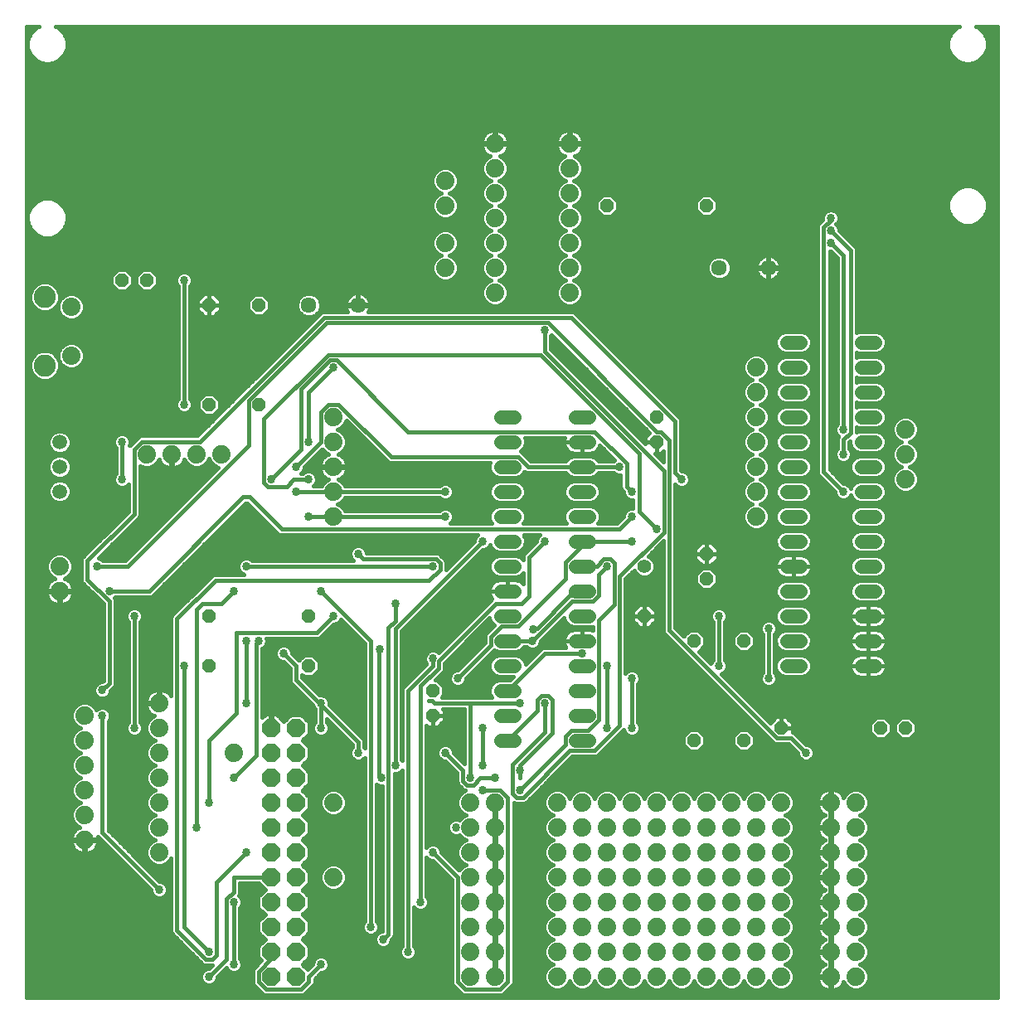
<source format=gbl>
G75*
%MOIN*%
%OFA0B0*%
%FSLAX25Y25*%
%IPPOS*%
%LPD*%
%AMOC8*
5,1,8,0,0,1.08239X$1,22.5*
%
%ADD10C,0.05600*%
%ADD11C,0.07382*%
%ADD12C,0.08858*%
%ADD13C,0.07400*%
%ADD14C,0.05943*%
%ADD15OC8,0.05600*%
%ADD16C,0.06337*%
%ADD17C,0.05600*%
%ADD18OC8,0.07400*%
%ADD19C,0.01600*%
%ADD20C,0.03378*%
D10*
X0288450Y0106800D02*
X0294050Y0106800D01*
X0294050Y0116800D02*
X0288450Y0116800D01*
X0288450Y0126800D02*
X0294050Y0126800D01*
X0294050Y0136800D02*
X0288450Y0136800D01*
X0288450Y0146800D02*
X0294050Y0146800D01*
X0294050Y0156800D02*
X0288450Y0156800D01*
X0288450Y0166800D02*
X0294050Y0166800D01*
X0294050Y0176800D02*
X0288450Y0176800D01*
X0288450Y0186800D02*
X0294050Y0186800D01*
X0294050Y0196800D02*
X0288450Y0196800D01*
X0288450Y0206800D02*
X0294050Y0206800D01*
X0294050Y0216800D02*
X0288450Y0216800D01*
X0288450Y0226800D02*
X0294050Y0226800D01*
X0294050Y0236800D02*
X0288450Y0236800D01*
X0318450Y0236800D02*
X0324050Y0236800D01*
X0324050Y0226800D02*
X0318450Y0226800D01*
X0318450Y0216800D02*
X0324050Y0216800D01*
X0324050Y0206800D02*
X0318450Y0206800D01*
X0318450Y0196800D02*
X0324050Y0196800D01*
X0324050Y0186800D02*
X0318450Y0186800D01*
X0318450Y0176800D02*
X0324050Y0176800D01*
X0324050Y0166800D02*
X0318450Y0166800D01*
X0318450Y0156800D02*
X0324050Y0156800D01*
X0324050Y0146800D02*
X0318450Y0146800D01*
X0318450Y0136800D02*
X0324050Y0136800D01*
X0324050Y0126800D02*
X0318450Y0126800D01*
X0318450Y0116800D02*
X0324050Y0116800D01*
X0324050Y0106800D02*
X0318450Y0106800D01*
X0403450Y0136800D02*
X0409050Y0136800D01*
X0409050Y0146800D02*
X0403450Y0146800D01*
X0403450Y0156800D02*
X0409050Y0156800D01*
X0409050Y0166800D02*
X0403450Y0166800D01*
X0403450Y0176800D02*
X0409050Y0176800D01*
X0409050Y0186800D02*
X0403450Y0186800D01*
X0403450Y0196800D02*
X0409050Y0196800D01*
X0409050Y0206800D02*
X0403450Y0206800D01*
X0403450Y0216800D02*
X0409050Y0216800D01*
X0409050Y0226800D02*
X0403450Y0226800D01*
X0403450Y0236800D02*
X0409050Y0236800D01*
X0409050Y0246800D02*
X0403450Y0246800D01*
X0403450Y0256800D02*
X0409050Y0256800D01*
X0409050Y0266800D02*
X0403450Y0266800D01*
X0433450Y0266800D02*
X0439050Y0266800D01*
X0439050Y0256800D02*
X0433450Y0256800D01*
X0433450Y0246800D02*
X0439050Y0246800D01*
X0439050Y0236800D02*
X0433450Y0236800D01*
X0433450Y0226800D02*
X0439050Y0226800D01*
X0439050Y0216800D02*
X0433450Y0216800D01*
X0433450Y0206800D02*
X0439050Y0206800D01*
X0439050Y0196800D02*
X0433450Y0196800D01*
X0433450Y0186800D02*
X0439050Y0186800D01*
X0439050Y0176800D02*
X0433450Y0176800D01*
X0433450Y0166800D02*
X0439050Y0166800D01*
X0439050Y0156800D02*
X0433450Y0156800D01*
X0433450Y0146800D02*
X0439050Y0146800D01*
X0439050Y0136800D02*
X0433450Y0136800D01*
D11*
X0115880Y0261457D03*
X0115880Y0281143D03*
D12*
X0105250Y0285080D03*
X0105250Y0257520D03*
D13*
X0146250Y0221800D03*
X0156250Y0221800D03*
X0166250Y0221800D03*
X0176250Y0221800D03*
X0221250Y0216800D03*
X0221250Y0226800D03*
X0221250Y0236800D03*
X0221250Y0206800D03*
X0221250Y0196800D03*
X0151250Y0121800D03*
X0151250Y0111800D03*
X0151250Y0101800D03*
X0151250Y0091800D03*
X0151250Y0081800D03*
X0151250Y0071800D03*
X0151250Y0061800D03*
X0121250Y0066800D03*
X0121250Y0076800D03*
X0121250Y0086800D03*
X0121250Y0096800D03*
X0121250Y0106800D03*
X0121250Y0116800D03*
X0111250Y0166800D03*
X0111250Y0176800D03*
X0181250Y0101800D03*
X0221250Y0081800D03*
X0221250Y0051800D03*
X0276250Y0051800D03*
X0276250Y0041800D03*
X0286250Y0041800D03*
X0286250Y0051800D03*
X0286250Y0061800D03*
X0276250Y0061800D03*
X0276250Y0071800D03*
X0276250Y0081800D03*
X0286250Y0081800D03*
X0286250Y0071800D03*
X0311250Y0071800D03*
X0311250Y0081800D03*
X0321250Y0081800D03*
X0321250Y0071800D03*
X0331250Y0071800D03*
X0331250Y0081800D03*
X0341250Y0081800D03*
X0341250Y0071800D03*
X0351250Y0071800D03*
X0351250Y0081800D03*
X0361250Y0081800D03*
X0361250Y0071800D03*
X0371250Y0071800D03*
X0371250Y0081800D03*
X0381250Y0081800D03*
X0381250Y0071800D03*
X0391250Y0071800D03*
X0391250Y0081800D03*
X0401250Y0081800D03*
X0401250Y0071800D03*
X0401250Y0061800D03*
X0391250Y0061800D03*
X0381250Y0061800D03*
X0371250Y0061800D03*
X0361250Y0061800D03*
X0351250Y0061800D03*
X0341250Y0061800D03*
X0331250Y0061800D03*
X0321250Y0061800D03*
X0311250Y0061800D03*
X0311250Y0051800D03*
X0311250Y0041800D03*
X0321250Y0041800D03*
X0321250Y0051800D03*
X0331250Y0051800D03*
X0331250Y0041800D03*
X0341250Y0041800D03*
X0341250Y0051800D03*
X0351250Y0051800D03*
X0351250Y0041800D03*
X0361250Y0041800D03*
X0361250Y0051800D03*
X0371250Y0051800D03*
X0371250Y0041800D03*
X0381250Y0041800D03*
X0381250Y0051800D03*
X0391250Y0051800D03*
X0391250Y0041800D03*
X0401250Y0041800D03*
X0401250Y0051800D03*
X0421250Y0051800D03*
X0421250Y0041800D03*
X0431250Y0041800D03*
X0431250Y0051800D03*
X0431250Y0061800D03*
X0421250Y0061800D03*
X0421250Y0071800D03*
X0421250Y0081800D03*
X0431250Y0081800D03*
X0431250Y0071800D03*
X0431250Y0031800D03*
X0431250Y0021800D03*
X0421250Y0021800D03*
X0421250Y0031800D03*
X0401250Y0031800D03*
X0401250Y0021800D03*
X0391250Y0021800D03*
X0391250Y0031800D03*
X0381250Y0031800D03*
X0381250Y0021800D03*
X0371250Y0021800D03*
X0371250Y0031800D03*
X0361250Y0031800D03*
X0361250Y0021800D03*
X0351250Y0021800D03*
X0351250Y0031800D03*
X0341250Y0031800D03*
X0341250Y0021800D03*
X0331250Y0021800D03*
X0331250Y0031800D03*
X0321250Y0031800D03*
X0321250Y0021800D03*
X0311250Y0021800D03*
X0311250Y0031800D03*
X0311250Y0011800D03*
X0321250Y0011800D03*
X0331250Y0011800D03*
X0341250Y0011800D03*
X0351250Y0011800D03*
X0361250Y0011800D03*
X0371250Y0011800D03*
X0381250Y0011800D03*
X0391250Y0011800D03*
X0401250Y0011800D03*
X0421250Y0011800D03*
X0431250Y0011800D03*
X0286250Y0011800D03*
X0276250Y0011800D03*
X0276250Y0021800D03*
X0276250Y0031800D03*
X0286250Y0031800D03*
X0286250Y0021800D03*
X0391250Y0196800D03*
X0391250Y0206800D03*
X0391250Y0216800D03*
X0391250Y0226800D03*
X0391250Y0236800D03*
X0391250Y0246800D03*
X0391250Y0256800D03*
X0451250Y0231800D03*
X0451250Y0221800D03*
X0451250Y0211800D03*
X0316250Y0286800D03*
X0316250Y0296800D03*
X0316250Y0306800D03*
X0316250Y0316800D03*
X0316250Y0326800D03*
X0316250Y0336800D03*
X0316250Y0346800D03*
X0286250Y0346800D03*
X0286250Y0336800D03*
X0286250Y0326800D03*
X0286250Y0316800D03*
X0286250Y0306800D03*
X0286250Y0296800D03*
X0286250Y0286800D03*
X0266250Y0296800D03*
X0266250Y0306800D03*
X0266250Y0321800D03*
X0266250Y0331800D03*
D14*
X0111250Y0226643D03*
X0111250Y0216800D03*
X0111250Y0206957D03*
D15*
X0171250Y0241800D03*
X0191250Y0241800D03*
X0191250Y0281800D03*
X0171250Y0281800D03*
X0146250Y0291800D03*
X0136250Y0291800D03*
X0171250Y0156800D03*
X0171250Y0136800D03*
X0211250Y0136800D03*
X0211250Y0156800D03*
X0261250Y0126800D03*
X0261250Y0116800D03*
X0346250Y0156800D03*
X0366250Y0146800D03*
X0386250Y0146800D03*
X0371250Y0171800D03*
X0371250Y0181800D03*
X0351250Y0226800D03*
X0351250Y0236800D03*
X0331250Y0321800D03*
X0371250Y0321800D03*
X0401250Y0111800D03*
X0386250Y0106800D03*
X0366250Y0106800D03*
X0441250Y0111800D03*
X0441250Y0111800D03*
X0451250Y0111800D03*
D16*
X0231093Y0281800D03*
X0211407Y0281800D03*
X0376407Y0296800D03*
X0396093Y0296800D03*
D17*
X0346250Y0176800D03*
D18*
X0206250Y0111800D03*
X0196250Y0111800D03*
X0196250Y0101800D03*
X0196250Y0091800D03*
X0206250Y0091800D03*
X0206250Y0101800D03*
X0206250Y0081800D03*
X0206250Y0071800D03*
X0196250Y0071800D03*
X0196250Y0081800D03*
X0196250Y0061800D03*
X0206250Y0061800D03*
X0206250Y0051800D03*
X0206250Y0041800D03*
X0196250Y0041800D03*
X0196250Y0051800D03*
X0196250Y0031800D03*
X0196250Y0021800D03*
X0206250Y0021800D03*
X0206250Y0031800D03*
X0206250Y0011800D03*
X0196250Y0011800D03*
D19*
X0097850Y0003400D02*
X0097850Y0393901D01*
X0102880Y0393901D01*
X0101803Y0393455D01*
X0099595Y0391247D01*
X0098400Y0388361D01*
X0098400Y0385239D01*
X0099595Y0382353D01*
X0101803Y0380145D01*
X0104689Y0378950D01*
X0107811Y0378950D01*
X0110697Y0380145D01*
X0112905Y0382353D01*
X0114100Y0385239D01*
X0114100Y0388361D01*
X0112905Y0391247D01*
X0110697Y0393455D01*
X0109620Y0393901D01*
X0472880Y0393901D01*
X0471803Y0393455D01*
X0469595Y0391247D01*
X0468400Y0388361D01*
X0468400Y0385239D01*
X0469595Y0382353D01*
X0471803Y0380145D01*
X0474689Y0378950D01*
X0477811Y0378950D01*
X0480697Y0380145D01*
X0482905Y0382353D01*
X0484100Y0385239D01*
X0484100Y0388361D01*
X0482905Y0391247D01*
X0480697Y0393455D01*
X0479620Y0393901D01*
X0488351Y0393901D01*
X0488351Y0003400D01*
X0097850Y0003400D01*
X0097850Y0004997D02*
X0192446Y0004997D01*
X0192778Y0004665D02*
X0193660Y0004300D01*
X0208840Y0004300D01*
X0209722Y0004665D01*
X0210397Y0005341D01*
X0212709Y0007653D01*
X0213385Y0008328D01*
X0213750Y0009210D01*
X0213750Y0010906D01*
X0216355Y0013511D01*
X0216904Y0013511D01*
X0218113Y0014012D01*
X0219038Y0014937D01*
X0219539Y0016146D01*
X0219539Y0017454D01*
X0219038Y0018663D01*
X0218113Y0019588D01*
X0216904Y0020089D01*
X0215596Y0020089D01*
X0214387Y0019588D01*
X0213462Y0018663D01*
X0212961Y0017454D01*
X0212961Y0016905D01*
X0210801Y0014745D01*
X0208745Y0016800D01*
X0211550Y0019605D01*
X0211550Y0023995D01*
X0208745Y0026800D01*
X0211550Y0029605D01*
X0211550Y0033995D01*
X0208745Y0036800D01*
X0211550Y0039605D01*
X0211550Y0043995D01*
X0208745Y0046800D01*
X0211550Y0049605D01*
X0211550Y0053995D01*
X0208745Y0056800D01*
X0211550Y0059605D01*
X0211550Y0063995D01*
X0208745Y0066800D01*
X0211550Y0069605D01*
X0211550Y0073995D01*
X0208745Y0076800D01*
X0211550Y0079605D01*
X0211550Y0083995D01*
X0208745Y0086800D01*
X0211550Y0089605D01*
X0211550Y0093995D01*
X0208745Y0096800D01*
X0211550Y0099605D01*
X0211550Y0103995D01*
X0208745Y0106800D01*
X0211550Y0109605D01*
X0211550Y0113995D01*
X0208445Y0117100D01*
X0204055Y0117100D01*
X0201391Y0114437D01*
X0198528Y0117300D01*
X0196450Y0117300D01*
X0196450Y0112000D01*
X0196050Y0112000D01*
X0196050Y0117300D01*
X0193972Y0117300D01*
X0192650Y0115978D01*
X0192650Y0143820D01*
X0193113Y0144012D01*
X0194038Y0144937D01*
X0194539Y0146146D01*
X0194539Y0147454D01*
X0194400Y0147789D01*
X0215116Y0147789D01*
X0215998Y0148154D01*
X0216674Y0148829D01*
X0221355Y0153511D01*
X0221904Y0153511D01*
X0223113Y0154012D01*
X0224038Y0154937D01*
X0224238Y0155418D01*
X0233850Y0145806D01*
X0233850Y0103851D01*
X0233650Y0104051D01*
X0233650Y0106621D01*
X0233285Y0107503D01*
X0219539Y0121248D01*
X0219539Y0122454D01*
X0219038Y0123663D01*
X0218113Y0124588D01*
X0216904Y0125089D01*
X0215698Y0125089D01*
X0208650Y0132137D01*
X0208650Y0133177D01*
X0209427Y0132400D01*
X0213073Y0132400D01*
X0215650Y0134977D01*
X0215650Y0138623D01*
X0213073Y0141200D01*
X0209427Y0141200D01*
X0207336Y0139108D01*
X0204539Y0141905D01*
X0204539Y0142454D01*
X0204038Y0143663D01*
X0203113Y0144588D01*
X0201904Y0145089D01*
X0200596Y0145089D01*
X0199387Y0144588D01*
X0198462Y0143663D01*
X0197961Y0142454D01*
X0197961Y0141146D01*
X0198462Y0139937D01*
X0199387Y0139012D01*
X0200596Y0138511D01*
X0201145Y0138511D01*
X0203850Y0135806D01*
X0203850Y0130666D01*
X0204215Y0129784D01*
X0213037Y0120962D01*
X0213462Y0119937D01*
X0213850Y0119549D01*
X0213850Y0114051D01*
X0213462Y0113663D01*
X0212961Y0112454D01*
X0212961Y0111146D01*
X0213462Y0109937D01*
X0214387Y0109012D01*
X0215596Y0108511D01*
X0216904Y0108511D01*
X0218113Y0109012D01*
X0219038Y0109937D01*
X0219539Y0111146D01*
X0219539Y0112454D01*
X0219038Y0113663D01*
X0218650Y0114051D01*
X0218650Y0115349D01*
X0228850Y0105149D01*
X0228850Y0104051D01*
X0228462Y0103663D01*
X0227961Y0102454D01*
X0227961Y0101146D01*
X0228462Y0099937D01*
X0229387Y0099012D01*
X0230596Y0098511D01*
X0231904Y0098511D01*
X0233113Y0099012D01*
X0233850Y0099749D01*
X0233850Y0034051D01*
X0233462Y0033663D01*
X0232961Y0032454D01*
X0232961Y0031146D01*
X0233462Y0029937D01*
X0234387Y0029012D01*
X0235596Y0028511D01*
X0236904Y0028511D01*
X0238113Y0029012D01*
X0239038Y0029937D01*
X0239539Y0031146D01*
X0239539Y0032454D01*
X0239038Y0033663D01*
X0238650Y0034051D01*
X0238650Y0088995D01*
X0239818Y0088511D01*
X0240961Y0088511D01*
X0240961Y0030089D01*
X0240596Y0030089D01*
X0239387Y0029588D01*
X0238462Y0028663D01*
X0237961Y0027454D01*
X0237961Y0026146D01*
X0238462Y0024937D01*
X0239387Y0024012D01*
X0240596Y0023511D01*
X0241904Y0023511D01*
X0243113Y0024012D01*
X0244038Y0024937D01*
X0244539Y0026146D01*
X0244539Y0026695D01*
X0244721Y0026876D01*
X0245396Y0027552D01*
X0245761Y0028434D01*
X0245761Y0093511D01*
X0246904Y0093511D01*
X0248113Y0094012D01*
X0248850Y0094749D01*
X0248850Y0024051D01*
X0248462Y0023663D01*
X0247961Y0022454D01*
X0247961Y0021146D01*
X0248462Y0019937D01*
X0249387Y0019012D01*
X0250596Y0018511D01*
X0251904Y0018511D01*
X0253113Y0019012D01*
X0254038Y0019937D01*
X0254539Y0021146D01*
X0254539Y0022454D01*
X0254038Y0023663D01*
X0253650Y0024051D01*
X0253650Y0039749D01*
X0254387Y0039012D01*
X0255596Y0038511D01*
X0256904Y0038511D01*
X0258113Y0039012D01*
X0259038Y0039937D01*
X0259539Y0041146D01*
X0259539Y0042454D01*
X0259038Y0043663D01*
X0258650Y0044051D01*
X0258650Y0059749D01*
X0259387Y0059012D01*
X0260596Y0058511D01*
X0261145Y0058511D01*
X0268750Y0050906D01*
X0268750Y0009210D01*
X0269115Y0008328D01*
X0269791Y0007653D01*
X0272103Y0005341D01*
X0272103Y0005341D01*
X0272778Y0004665D01*
X0273660Y0004300D01*
X0288840Y0004300D01*
X0289722Y0004665D01*
X0290397Y0005341D01*
X0292709Y0007653D01*
X0292709Y0007653D01*
X0293385Y0008328D01*
X0293750Y0009210D01*
X0293750Y0081853D01*
X0294576Y0081511D01*
X0297924Y0081511D01*
X0298806Y0081876D01*
X0317330Y0100400D01*
X0326813Y0100400D01*
X0327695Y0100765D01*
X0337698Y0110769D01*
X0337995Y0111065D01*
X0338462Y0109937D01*
X0339387Y0109012D01*
X0340596Y0108511D01*
X0341904Y0108511D01*
X0343113Y0109012D01*
X0344038Y0109937D01*
X0344539Y0111146D01*
X0344539Y0112454D01*
X0344038Y0113663D01*
X0343650Y0114051D01*
X0343650Y0129549D01*
X0344038Y0129937D01*
X0344539Y0131146D01*
X0344539Y0132454D01*
X0344038Y0133663D01*
X0343113Y0134588D01*
X0341904Y0135089D01*
X0340596Y0135089D01*
X0339387Y0134588D01*
X0338739Y0133940D01*
X0338739Y0171809D01*
X0342144Y0175214D01*
X0342520Y0174308D01*
X0343758Y0173070D01*
X0345375Y0172400D01*
X0347125Y0172400D01*
X0348742Y0173070D01*
X0349980Y0174308D01*
X0350650Y0175925D01*
X0350650Y0177675D01*
X0349980Y0179292D01*
X0348742Y0180530D01*
X0347836Y0180906D01*
X0353939Y0187009D01*
X0353939Y0150577D01*
X0354304Y0149695D01*
X0354979Y0149020D01*
X0398234Y0105765D01*
X0399116Y0105400D01*
X0404256Y0105400D01*
X0407961Y0101695D01*
X0407961Y0101146D01*
X0408462Y0099937D01*
X0409387Y0099012D01*
X0410596Y0098511D01*
X0411904Y0098511D01*
X0413113Y0099012D01*
X0414038Y0099937D01*
X0414539Y0101146D01*
X0414539Y0102454D01*
X0414038Y0103663D01*
X0413113Y0104588D01*
X0411904Y0105089D01*
X0411355Y0105089D01*
X0407285Y0109159D01*
X0406609Y0109835D01*
X0405850Y0110149D01*
X0405850Y0111800D01*
X0405850Y0113705D01*
X0403155Y0116400D01*
X0401250Y0116400D01*
X0401250Y0111800D01*
X0401250Y0111800D01*
X0405850Y0111800D01*
X0401250Y0111800D01*
X0401250Y0111800D01*
X0401250Y0116400D01*
X0399345Y0116400D01*
X0396866Y0113921D01*
X0377167Y0133620D01*
X0378113Y0134012D01*
X0379038Y0134937D01*
X0379539Y0136146D01*
X0379539Y0137454D01*
X0379038Y0138663D01*
X0378650Y0139051D01*
X0378650Y0154549D01*
X0379038Y0154937D01*
X0379539Y0156146D01*
X0379539Y0157454D01*
X0379038Y0158663D01*
X0378113Y0159588D01*
X0376904Y0160089D01*
X0375596Y0160089D01*
X0374387Y0159588D01*
X0373462Y0158663D01*
X0372961Y0157454D01*
X0372961Y0156146D01*
X0373462Y0154937D01*
X0373850Y0154549D01*
X0373850Y0139051D01*
X0373462Y0138663D01*
X0373070Y0137717D01*
X0368230Y0142557D01*
X0370650Y0144977D01*
X0370650Y0148623D01*
X0368073Y0151200D01*
X0364427Y0151200D01*
X0362007Y0148780D01*
X0358739Y0152048D01*
X0358739Y0209660D01*
X0359387Y0209012D01*
X0360596Y0208511D01*
X0361904Y0208511D01*
X0363113Y0209012D01*
X0364038Y0209937D01*
X0364539Y0211146D01*
X0364539Y0212454D01*
X0364038Y0213663D01*
X0363113Y0214588D01*
X0361904Y0215089D01*
X0361355Y0215089D01*
X0360939Y0215505D01*
X0360939Y0235645D01*
X0360574Y0236527D01*
X0318852Y0278248D01*
X0318177Y0278924D01*
X0317295Y0279289D01*
X0235389Y0279289D01*
X0235697Y0279893D01*
X0235939Y0280637D01*
X0236061Y0281409D01*
X0236061Y0281616D01*
X0231277Y0281616D01*
X0231277Y0281984D01*
X0236061Y0281984D01*
X0236061Y0282191D01*
X0235939Y0282963D01*
X0235697Y0283707D01*
X0235342Y0284404D01*
X0234882Y0285037D01*
X0234329Y0285590D01*
X0233697Y0286049D01*
X0233000Y0286404D01*
X0232256Y0286646D01*
X0231484Y0286768D01*
X0231277Y0286768D01*
X0231277Y0281984D01*
X0230908Y0281984D01*
X0230908Y0281616D01*
X0226124Y0281616D01*
X0226124Y0281409D01*
X0226246Y0280637D01*
X0226488Y0279893D01*
X0226796Y0279289D01*
X0217093Y0279289D01*
X0216211Y0278924D01*
X0215536Y0278248D01*
X0166588Y0229300D01*
X0143660Y0229300D01*
X0142778Y0228935D01*
X0142103Y0228259D01*
X0139791Y0225947D01*
X0139791Y0225947D01*
X0139221Y0225377D01*
X0139539Y0226146D01*
X0139539Y0227454D01*
X0139038Y0228663D01*
X0138113Y0229588D01*
X0136904Y0230089D01*
X0135596Y0230089D01*
X0134387Y0229588D01*
X0133462Y0228663D01*
X0132961Y0227454D01*
X0132961Y0226146D01*
X0133462Y0224937D01*
X0133850Y0224549D01*
X0133850Y0214051D01*
X0133462Y0213663D01*
X0132961Y0212454D01*
X0132961Y0211146D01*
X0133462Y0209937D01*
X0134387Y0209012D01*
X0135596Y0208511D01*
X0136904Y0208511D01*
X0138113Y0209012D01*
X0138750Y0209649D01*
X0138750Y0198780D01*
X0121002Y0181031D01*
X0120326Y0180356D01*
X0119961Y0179474D01*
X0119961Y0171126D01*
X0120326Y0170244D01*
X0128850Y0161720D01*
X0128850Y0130921D01*
X0128256Y0130327D01*
X0127707Y0130327D01*
X0126498Y0129826D01*
X0125573Y0128901D01*
X0125072Y0127692D01*
X0125072Y0126384D01*
X0125573Y0125175D01*
X0126498Y0124250D01*
X0127707Y0123749D01*
X0129015Y0123749D01*
X0130224Y0124250D01*
X0131149Y0125175D01*
X0131650Y0126384D01*
X0131650Y0126933D01*
X0132609Y0127892D01*
X0133285Y0128567D01*
X0133650Y0129449D01*
X0133650Y0163192D01*
X0133285Y0164074D01*
X0133230Y0164129D01*
X0133501Y0164400D01*
X0147642Y0164400D01*
X0148524Y0164765D01*
X0186047Y0202289D01*
X0186453Y0202289D01*
X0198401Y0190341D01*
X0199076Y0189665D01*
X0199958Y0189300D01*
X0279099Y0189300D01*
X0278462Y0188663D01*
X0277961Y0187454D01*
X0277961Y0186905D01*
X0266539Y0175483D01*
X0266539Y0178474D01*
X0266174Y0179356D01*
X0263806Y0181724D01*
X0262924Y0182089D01*
X0234539Y0182089D01*
X0234539Y0182454D01*
X0234038Y0183663D01*
X0233113Y0184588D01*
X0231904Y0185089D01*
X0230596Y0185089D01*
X0229387Y0184588D01*
X0228462Y0183663D01*
X0227961Y0182454D01*
X0227961Y0181146D01*
X0228462Y0179937D01*
X0229199Y0179200D01*
X0188501Y0179200D01*
X0188113Y0179588D01*
X0186904Y0180089D01*
X0185596Y0180089D01*
X0184387Y0179588D01*
X0183462Y0178663D01*
X0182961Y0177454D01*
X0182961Y0176146D01*
X0183462Y0174937D01*
X0184387Y0174012D01*
X0185408Y0173589D01*
X0173393Y0173589D01*
X0172511Y0173224D01*
X0171836Y0172548D01*
X0157002Y0157714D01*
X0156326Y0157039D01*
X0155961Y0156157D01*
X0155961Y0124669D01*
X0155954Y0124683D01*
X0155445Y0125383D01*
X0154833Y0125995D01*
X0154133Y0126504D01*
X0153361Y0126897D01*
X0152538Y0127165D01*
X0151683Y0127300D01*
X0151450Y0127300D01*
X0151450Y0122000D01*
X0151050Y0122000D01*
X0151050Y0127300D01*
X0150817Y0127300D01*
X0149962Y0127165D01*
X0149139Y0126897D01*
X0148367Y0126504D01*
X0147667Y0125995D01*
X0147055Y0125383D01*
X0146546Y0124683D01*
X0146153Y0123911D01*
X0145885Y0123088D01*
X0145750Y0122233D01*
X0145750Y0122000D01*
X0151050Y0122000D01*
X0151050Y0121600D01*
X0145750Y0121600D01*
X0145750Y0121367D01*
X0145885Y0120512D01*
X0146153Y0119689D01*
X0146546Y0118917D01*
X0147055Y0118217D01*
X0147667Y0117605D01*
X0148367Y0117096D01*
X0149139Y0116703D01*
X0149194Y0116685D01*
X0148248Y0116293D01*
X0146757Y0114802D01*
X0145950Y0112854D01*
X0145950Y0110746D01*
X0146757Y0108798D01*
X0148248Y0107307D01*
X0149472Y0106800D01*
X0148248Y0106293D01*
X0146757Y0104802D01*
X0145950Y0102854D01*
X0145950Y0100746D01*
X0146757Y0098798D01*
X0148248Y0097307D01*
X0149472Y0096800D01*
X0148248Y0096293D01*
X0146757Y0094802D01*
X0145950Y0092854D01*
X0145950Y0090746D01*
X0146757Y0088798D01*
X0148248Y0087307D01*
X0149472Y0086800D01*
X0148248Y0086293D01*
X0146757Y0084802D01*
X0145950Y0082854D01*
X0145950Y0080746D01*
X0146757Y0078798D01*
X0148248Y0077307D01*
X0149472Y0076800D01*
X0148248Y0076293D01*
X0146757Y0074802D01*
X0145950Y0072854D01*
X0145950Y0070746D01*
X0146757Y0068798D01*
X0148248Y0067307D01*
X0149472Y0066800D01*
X0148248Y0066293D01*
X0146757Y0064802D01*
X0145950Y0062854D01*
X0145950Y0060746D01*
X0146757Y0058798D01*
X0148248Y0057307D01*
X0150196Y0056500D01*
X0152304Y0056500D01*
X0154252Y0057307D01*
X0155743Y0058798D01*
X0155961Y0059324D01*
X0155961Y0030126D01*
X0156326Y0029244D01*
X0168694Y0016876D01*
X0169576Y0016511D01*
X0172567Y0016511D01*
X0171145Y0015089D01*
X0170596Y0015089D01*
X0169387Y0014588D01*
X0097850Y0014588D01*
X0097850Y0012990D02*
X0168183Y0012990D01*
X0167961Y0012454D02*
X0167961Y0011146D01*
X0168462Y0009937D01*
X0169387Y0009012D01*
X0170596Y0008511D01*
X0171904Y0008511D01*
X0173113Y0009012D01*
X0174038Y0009937D01*
X0174539Y0011146D01*
X0174539Y0011695D01*
X0178262Y0015418D01*
X0178462Y0014937D01*
X0179387Y0014012D01*
X0180596Y0013511D01*
X0181904Y0013511D01*
X0183113Y0014012D01*
X0184038Y0014937D01*
X0184539Y0016146D01*
X0184539Y0017454D01*
X0184038Y0018663D01*
X0183650Y0019051D01*
X0183650Y0039549D01*
X0184038Y0039937D01*
X0184539Y0041146D01*
X0184539Y0042454D01*
X0184038Y0043663D01*
X0183230Y0044471D01*
X0183285Y0044526D01*
X0183650Y0045408D01*
X0183650Y0049400D01*
X0191155Y0049400D01*
X0193755Y0046800D01*
X0190950Y0043995D01*
X0190950Y0039605D01*
X0193755Y0036800D01*
X0190950Y0033995D01*
X0190950Y0029605D01*
X0193755Y0026800D01*
X0190950Y0023995D01*
X0190950Y0019605D01*
X0192199Y0018356D01*
X0189115Y0015272D01*
X0188750Y0014390D01*
X0188750Y0009210D01*
X0189115Y0008328D01*
X0189791Y0007653D01*
X0192103Y0005341D01*
X0192778Y0004665D01*
X0194137Y0006700D02*
X0208362Y0006700D01*
X0211350Y0009688D01*
X0211350Y0011900D01*
X0216250Y0016800D01*
X0218689Y0014588D02*
X0268750Y0014588D01*
X0268750Y0012990D02*
X0215834Y0012990D01*
X0214235Y0011391D02*
X0268750Y0011391D01*
X0268750Y0009793D02*
X0213750Y0009793D01*
X0213251Y0008194D02*
X0269249Y0008194D01*
X0269791Y0007653D02*
X0269791Y0007653D01*
X0270848Y0006596D02*
X0211652Y0006596D01*
X0210054Y0004997D02*
X0272446Y0004997D01*
X0274138Y0006700D02*
X0288363Y0006700D01*
X0291350Y0009688D01*
X0291350Y0083913D01*
X0288363Y0086900D01*
X0284138Y0086900D01*
X0284038Y0086800D01*
X0281250Y0086800D01*
X0277447Y0088911D02*
X0280336Y0091800D01*
X0286250Y0091800D01*
X0281250Y0096800D02*
X0281250Y0111800D01*
X0273850Y0112097D02*
X0258650Y0112097D01*
X0259345Y0112200D02*
X0261250Y0112200D01*
X0263155Y0112200D01*
X0265850Y0114895D01*
X0265850Y0116800D01*
X0265850Y0118705D01*
X0265155Y0119400D01*
X0273850Y0119400D01*
X0273850Y0097594D01*
X0269539Y0101905D01*
X0269539Y0102454D01*
X0269038Y0103663D01*
X0268113Y0104588D01*
X0266904Y0105089D01*
X0265596Y0105089D01*
X0264387Y0104588D01*
X0263462Y0103663D01*
X0262961Y0102454D01*
X0262961Y0101146D01*
X0263462Y0099937D01*
X0264387Y0099012D01*
X0265596Y0098511D01*
X0266145Y0098511D01*
X0270961Y0093695D01*
X0270961Y0090126D01*
X0271326Y0089244D01*
X0273019Y0087552D01*
X0273694Y0086876D01*
X0274175Y0086677D01*
X0273248Y0086293D01*
X0271757Y0084802D01*
X0270950Y0082854D01*
X0270950Y0080746D01*
X0271757Y0078798D01*
X0273248Y0077307D01*
X0274472Y0076800D01*
X0273248Y0076293D01*
X0271772Y0074817D01*
X0271115Y0075089D01*
X0269807Y0075089D01*
X0268598Y0074588D01*
X0267673Y0073663D01*
X0267172Y0072454D01*
X0267172Y0071146D01*
X0267673Y0069937D01*
X0268598Y0069012D01*
X0269807Y0068511D01*
X0271115Y0068511D01*
X0271772Y0068783D01*
X0273248Y0067307D01*
X0274472Y0066800D01*
X0273248Y0066293D01*
X0271757Y0064802D01*
X0270950Y0062854D01*
X0270950Y0060746D01*
X0271757Y0058798D01*
X0273248Y0057307D01*
X0274472Y0056800D01*
X0273248Y0056293D01*
X0271757Y0054802D01*
X0271723Y0054721D01*
X0264539Y0061905D01*
X0264539Y0062454D01*
X0264038Y0063663D01*
X0263113Y0064588D01*
X0261904Y0065089D01*
X0260596Y0065089D01*
X0259387Y0064588D01*
X0258650Y0063851D01*
X0258650Y0112895D01*
X0259345Y0112200D01*
X0258650Y0110499D02*
X0273850Y0110499D01*
X0273850Y0108900D02*
X0258650Y0108900D01*
X0258650Y0107302D02*
X0273850Y0107302D01*
X0273850Y0105703D02*
X0258650Y0105703D01*
X0258650Y0104105D02*
X0263903Y0104105D01*
X0262983Y0102506D02*
X0258650Y0102506D01*
X0258650Y0100908D02*
X0263060Y0100908D01*
X0264089Y0099309D02*
X0258650Y0099309D01*
X0258650Y0097711D02*
X0266945Y0097711D01*
X0268544Y0096112D02*
X0258650Y0096112D01*
X0258650Y0094514D02*
X0270142Y0094514D01*
X0270961Y0092915D02*
X0258650Y0092915D01*
X0258650Y0091317D02*
X0270961Y0091317D01*
X0271130Y0089718D02*
X0258650Y0089718D01*
X0258650Y0088120D02*
X0272451Y0088120D01*
X0273798Y0086521D02*
X0258650Y0086521D01*
X0258650Y0084923D02*
X0271877Y0084923D01*
X0271145Y0083324D02*
X0258650Y0083324D01*
X0258650Y0081726D02*
X0270950Y0081726D01*
X0271206Y0080127D02*
X0258650Y0080127D01*
X0258650Y0078529D02*
X0272026Y0078529D01*
X0274158Y0076930D02*
X0258650Y0076930D01*
X0258650Y0075332D02*
X0272286Y0075332D01*
X0267743Y0073733D02*
X0258650Y0073733D01*
X0258650Y0072134D02*
X0267172Y0072134D01*
X0267425Y0070536D02*
X0258650Y0070536D01*
X0258650Y0068937D02*
X0268777Y0068937D01*
X0273216Y0067339D02*
X0258650Y0067339D01*
X0258650Y0065740D02*
X0272695Y0065740D01*
X0271483Y0064142D02*
X0263559Y0064142D01*
X0264502Y0062543D02*
X0270950Y0062543D01*
X0270950Y0060945D02*
X0265499Y0060945D01*
X0267098Y0059346D02*
X0271530Y0059346D01*
X0272807Y0057748D02*
X0268696Y0057748D01*
X0270295Y0056149D02*
X0273104Y0056149D01*
X0271150Y0051900D02*
X0261250Y0061800D01*
X0258941Y0064142D02*
X0258650Y0064142D01*
X0258650Y0059346D02*
X0259052Y0059346D01*
X0258650Y0057748D02*
X0261908Y0057748D01*
X0263506Y0056149D02*
X0258650Y0056149D01*
X0258650Y0054551D02*
X0265105Y0054551D01*
X0266704Y0052952D02*
X0258650Y0052952D01*
X0258650Y0051354D02*
X0268302Y0051354D01*
X0268750Y0049755D02*
X0258650Y0049755D01*
X0258650Y0048157D02*
X0268750Y0048157D01*
X0268750Y0046558D02*
X0258650Y0046558D01*
X0258650Y0044960D02*
X0268750Y0044960D01*
X0268750Y0043361D02*
X0259163Y0043361D01*
X0259539Y0041763D02*
X0268750Y0041763D01*
X0268750Y0040164D02*
X0259132Y0040164D01*
X0257036Y0038566D02*
X0268750Y0038566D01*
X0268750Y0036967D02*
X0253650Y0036967D01*
X0253650Y0035369D02*
X0268750Y0035369D01*
X0268750Y0033770D02*
X0253650Y0033770D01*
X0253650Y0032172D02*
X0268750Y0032172D01*
X0268750Y0030573D02*
X0253650Y0030573D01*
X0253650Y0028975D02*
X0268750Y0028975D01*
X0268750Y0027376D02*
X0253650Y0027376D01*
X0253650Y0025778D02*
X0268750Y0025778D01*
X0268750Y0024179D02*
X0253650Y0024179D01*
X0254487Y0022581D02*
X0268750Y0022581D01*
X0268750Y0020982D02*
X0254471Y0020982D01*
X0253485Y0019384D02*
X0268750Y0019384D01*
X0268750Y0017785D02*
X0219402Y0017785D01*
X0219539Y0016187D02*
X0268750Y0016187D01*
X0271150Y0009688D02*
X0271150Y0051900D01*
X0256250Y0041800D02*
X0256250Y0128689D01*
X0263450Y0135889D01*
X0263450Y0138757D01*
X0286493Y0161800D01*
X0297007Y0161800D01*
X0299850Y0164643D01*
X0299850Y0180400D01*
X0306250Y0186800D01*
X0302961Y0186905D02*
X0302961Y0187454D01*
X0303462Y0188663D01*
X0304099Y0189300D01*
X0297773Y0189300D01*
X0297780Y0189292D01*
X0298450Y0187675D01*
X0298450Y0185925D01*
X0297780Y0184308D01*
X0296542Y0183070D01*
X0294925Y0182400D01*
X0287575Y0182400D01*
X0285958Y0183070D01*
X0284720Y0184308D01*
X0284249Y0185445D01*
X0284038Y0184937D01*
X0283113Y0184012D01*
X0281904Y0183511D01*
X0281355Y0183511D01*
X0248650Y0150806D01*
X0248650Y0099051D01*
X0248850Y0098851D01*
X0248850Y0127277D01*
X0249215Y0128159D01*
X0258672Y0137616D01*
X0258462Y0137826D01*
X0257961Y0139035D01*
X0257961Y0140343D01*
X0258462Y0141552D01*
X0259387Y0142477D01*
X0260596Y0142978D01*
X0261904Y0142978D01*
X0263113Y0142477D01*
X0263445Y0142146D01*
X0284459Y0163159D01*
X0285022Y0163723D01*
X0284941Y0163803D01*
X0284516Y0164389D01*
X0284187Y0165034D01*
X0283963Y0165723D01*
X0283850Y0166438D01*
X0283850Y0166800D01*
X0291250Y0166800D01*
X0291250Y0166800D01*
X0291250Y0171400D01*
X0294412Y0171400D01*
X0295127Y0171287D01*
X0295816Y0171063D01*
X0296461Y0170734D01*
X0297047Y0170309D01*
X0297450Y0169905D01*
X0297450Y0173977D01*
X0296542Y0173070D01*
X0294925Y0172400D01*
X0287575Y0172400D01*
X0285958Y0173070D01*
X0284720Y0174308D01*
X0284050Y0175925D01*
X0284050Y0177675D01*
X0284720Y0179292D01*
X0285958Y0180530D01*
X0287575Y0181200D01*
X0294925Y0181200D01*
X0296542Y0180530D01*
X0297450Y0179623D01*
X0297450Y0180877D01*
X0297815Y0181759D01*
X0298491Y0182435D01*
X0302961Y0186905D01*
X0302961Y0187227D02*
X0298450Y0187227D01*
X0298327Y0185629D02*
X0301685Y0185629D01*
X0300086Y0184030D02*
X0297503Y0184030D01*
X0298488Y0182432D02*
X0295002Y0182432D01*
X0295811Y0180833D02*
X0297450Y0180833D01*
X0297450Y0172841D02*
X0295989Y0172841D01*
X0295264Y0171242D02*
X0297450Y0171242D01*
X0291250Y0171242D02*
X0291250Y0171242D01*
X0291250Y0171400D02*
X0288088Y0171400D01*
X0287373Y0171287D01*
X0286684Y0171063D01*
X0286039Y0170734D01*
X0285453Y0170309D01*
X0284941Y0169797D01*
X0284516Y0169211D01*
X0284187Y0168566D01*
X0283963Y0167877D01*
X0283850Y0167162D01*
X0283850Y0166800D01*
X0291250Y0166800D01*
X0291250Y0166800D01*
X0291250Y0171400D01*
X0291250Y0169644D02*
X0291250Y0169644D01*
X0291250Y0168045D02*
X0291250Y0168045D01*
X0287236Y0171242D02*
X0269086Y0171242D01*
X0267488Y0169644D02*
X0284830Y0169644D01*
X0284018Y0168045D02*
X0265889Y0168045D01*
X0264291Y0166447D02*
X0283850Y0166447D01*
X0284282Y0164848D02*
X0262692Y0164848D01*
X0261094Y0163250D02*
X0284549Y0163250D01*
X0282950Y0161651D02*
X0259495Y0161651D01*
X0257897Y0160053D02*
X0281352Y0160053D01*
X0279753Y0158454D02*
X0256298Y0158454D01*
X0254700Y0156856D02*
X0278155Y0156856D01*
X0276556Y0155257D02*
X0253101Y0155257D01*
X0251503Y0153659D02*
X0274958Y0153659D01*
X0273359Y0152060D02*
X0249904Y0152060D01*
X0248650Y0150462D02*
X0271761Y0150462D01*
X0270162Y0148863D02*
X0248650Y0148863D01*
X0248650Y0147265D02*
X0268564Y0147265D01*
X0266965Y0145666D02*
X0248650Y0145666D01*
X0248650Y0144068D02*
X0265367Y0144068D01*
X0263768Y0142469D02*
X0263121Y0142469D01*
X0261250Y0139689D02*
X0261250Y0136800D01*
X0251250Y0126800D01*
X0251250Y0021800D01*
X0249015Y0019384D02*
X0218318Y0019384D01*
X0214182Y0019384D02*
X0211329Y0019384D01*
X0211550Y0020982D02*
X0248029Y0020982D01*
X0248013Y0022581D02*
X0211550Y0022581D01*
X0211366Y0024179D02*
X0239220Y0024179D01*
X0238113Y0025778D02*
X0209768Y0025778D01*
X0209322Y0027376D02*
X0237961Y0027376D01*
X0238024Y0028975D02*
X0238773Y0028975D01*
X0239302Y0030573D02*
X0240961Y0030573D01*
X0240961Y0032172D02*
X0239539Y0032172D01*
X0238931Y0033770D02*
X0240961Y0033770D01*
X0240961Y0035369D02*
X0238650Y0035369D01*
X0238650Y0036967D02*
X0240961Y0036967D01*
X0240961Y0038566D02*
X0238650Y0038566D01*
X0238650Y0040164D02*
X0240961Y0040164D01*
X0240961Y0041763D02*
X0238650Y0041763D01*
X0238650Y0043361D02*
X0240961Y0043361D01*
X0240961Y0044960D02*
X0238650Y0044960D01*
X0238650Y0046558D02*
X0240961Y0046558D01*
X0240961Y0048157D02*
X0238650Y0048157D01*
X0238650Y0049755D02*
X0240961Y0049755D01*
X0240961Y0051354D02*
X0238650Y0051354D01*
X0238650Y0052952D02*
X0240961Y0052952D01*
X0240961Y0054551D02*
X0238650Y0054551D01*
X0238650Y0056149D02*
X0240961Y0056149D01*
X0240961Y0057748D02*
X0238650Y0057748D01*
X0238650Y0059346D02*
X0240961Y0059346D01*
X0240961Y0060945D02*
X0238650Y0060945D01*
X0238650Y0062543D02*
X0240961Y0062543D01*
X0240961Y0064142D02*
X0238650Y0064142D01*
X0238650Y0065740D02*
X0240961Y0065740D01*
X0240961Y0067339D02*
X0238650Y0067339D01*
X0238650Y0068937D02*
X0240961Y0068937D01*
X0240961Y0070536D02*
X0238650Y0070536D01*
X0238650Y0072134D02*
X0240961Y0072134D01*
X0240961Y0073733D02*
X0238650Y0073733D01*
X0238650Y0075332D02*
X0240961Y0075332D01*
X0240961Y0076930D02*
X0238650Y0076930D01*
X0238650Y0078529D02*
X0240961Y0078529D01*
X0240961Y0080127D02*
X0238650Y0080127D01*
X0238650Y0081726D02*
X0240961Y0081726D01*
X0240961Y0083324D02*
X0238650Y0083324D01*
X0238650Y0084923D02*
X0240961Y0084923D01*
X0240961Y0086521D02*
X0238650Y0086521D01*
X0238650Y0088120D02*
X0240961Y0088120D01*
X0240472Y0091800D02*
X0239661Y0092611D01*
X0239661Y0142989D01*
X0239972Y0143300D01*
X0236250Y0146800D02*
X0236250Y0031800D01*
X0233198Y0030573D02*
X0211550Y0030573D01*
X0211550Y0032172D02*
X0232961Y0032172D01*
X0233569Y0033770D02*
X0211550Y0033770D01*
X0210177Y0035369D02*
X0233850Y0035369D01*
X0233850Y0036967D02*
X0208913Y0036967D01*
X0210511Y0038566D02*
X0233850Y0038566D01*
X0233850Y0040164D02*
X0211550Y0040164D01*
X0211550Y0041763D02*
X0233850Y0041763D01*
X0233850Y0043361D02*
X0211550Y0043361D01*
X0210586Y0044960D02*
X0233850Y0044960D01*
X0233850Y0046558D02*
X0222445Y0046558D01*
X0222304Y0046500D02*
X0224252Y0047307D01*
X0225743Y0048798D01*
X0226550Y0050746D01*
X0226550Y0052854D01*
X0225743Y0054802D01*
X0224252Y0056293D01*
X0222304Y0057100D01*
X0220196Y0057100D01*
X0218248Y0056293D01*
X0216757Y0054802D01*
X0215950Y0052854D01*
X0215950Y0050746D01*
X0216757Y0048798D01*
X0218248Y0047307D01*
X0220196Y0046500D01*
X0222304Y0046500D01*
X0220055Y0046558D02*
X0208987Y0046558D01*
X0210102Y0048157D02*
X0217398Y0048157D01*
X0216360Y0049755D02*
X0211550Y0049755D01*
X0211550Y0051354D02*
X0215950Y0051354D01*
X0215991Y0052952D02*
X0211550Y0052952D01*
X0210994Y0054551D02*
X0216653Y0054551D01*
X0218104Y0056149D02*
X0209396Y0056149D01*
X0209693Y0057748D02*
X0233850Y0057748D01*
X0233850Y0059346D02*
X0211292Y0059346D01*
X0211550Y0060945D02*
X0233850Y0060945D01*
X0233850Y0062543D02*
X0211550Y0062543D01*
X0211403Y0064142D02*
X0233850Y0064142D01*
X0233850Y0065740D02*
X0209805Y0065740D01*
X0209284Y0067339D02*
X0233850Y0067339D01*
X0233850Y0068937D02*
X0210883Y0068937D01*
X0211550Y0070536D02*
X0233850Y0070536D01*
X0233850Y0072134D02*
X0211550Y0072134D01*
X0211550Y0073733D02*
X0233850Y0073733D01*
X0233850Y0075332D02*
X0210214Y0075332D01*
X0208875Y0076930D02*
X0219158Y0076930D01*
X0218248Y0077307D02*
X0220196Y0076500D01*
X0222304Y0076500D01*
X0224252Y0077307D01*
X0225743Y0078798D01*
X0226550Y0080746D01*
X0226550Y0082854D01*
X0225743Y0084802D01*
X0224252Y0086293D01*
X0222304Y0087100D01*
X0220196Y0087100D01*
X0218248Y0086293D01*
X0216757Y0084802D01*
X0215950Y0082854D01*
X0215950Y0080746D01*
X0216757Y0078798D01*
X0218248Y0077307D01*
X0217026Y0078529D02*
X0210474Y0078529D01*
X0211550Y0080127D02*
X0216206Y0080127D01*
X0215950Y0081726D02*
X0211550Y0081726D01*
X0211550Y0083324D02*
X0216145Y0083324D01*
X0216877Y0084923D02*
X0210623Y0084923D01*
X0209024Y0086521D02*
X0218798Y0086521D01*
X0223702Y0086521D02*
X0233850Y0086521D01*
X0233850Y0084923D02*
X0225623Y0084923D01*
X0226355Y0083324D02*
X0233850Y0083324D01*
X0233850Y0081726D02*
X0226550Y0081726D01*
X0226294Y0080127D02*
X0233850Y0080127D01*
X0233850Y0078529D02*
X0225474Y0078529D01*
X0223342Y0076930D02*
X0233850Y0076930D01*
X0245761Y0076930D02*
X0248850Y0076930D01*
X0248850Y0075332D02*
X0245761Y0075332D01*
X0245761Y0073733D02*
X0248850Y0073733D01*
X0248850Y0072134D02*
X0245761Y0072134D01*
X0245761Y0070536D02*
X0248850Y0070536D01*
X0248850Y0068937D02*
X0245761Y0068937D01*
X0245761Y0067339D02*
X0248850Y0067339D01*
X0248850Y0065740D02*
X0245761Y0065740D01*
X0245761Y0064142D02*
X0248850Y0064142D01*
X0248850Y0062543D02*
X0245761Y0062543D01*
X0245761Y0060945D02*
X0248850Y0060945D01*
X0248850Y0059346D02*
X0245761Y0059346D01*
X0245761Y0057748D02*
X0248850Y0057748D01*
X0248850Y0056149D02*
X0245761Y0056149D01*
X0245761Y0054551D02*
X0248850Y0054551D01*
X0248850Y0052952D02*
X0245761Y0052952D01*
X0245761Y0051354D02*
X0248850Y0051354D01*
X0248850Y0049755D02*
X0245761Y0049755D01*
X0245761Y0048157D02*
X0248850Y0048157D01*
X0248850Y0046558D02*
X0245761Y0046558D01*
X0245761Y0044960D02*
X0248850Y0044960D01*
X0248850Y0043361D02*
X0245761Y0043361D01*
X0245761Y0041763D02*
X0248850Y0041763D01*
X0248850Y0040164D02*
X0245761Y0040164D01*
X0245761Y0038566D02*
X0248850Y0038566D01*
X0248850Y0036967D02*
X0245761Y0036967D01*
X0245761Y0035369D02*
X0248850Y0035369D01*
X0248850Y0033770D02*
X0245761Y0033770D01*
X0245761Y0032172D02*
X0248850Y0032172D01*
X0248850Y0030573D02*
X0245761Y0030573D01*
X0245761Y0028975D02*
X0248850Y0028975D01*
X0248850Y0027376D02*
X0245220Y0027376D01*
X0244386Y0025778D02*
X0248850Y0025778D01*
X0248850Y0024179D02*
X0243280Y0024179D01*
X0241250Y0026800D02*
X0243361Y0028911D01*
X0243361Y0152022D01*
X0246250Y0154911D01*
X0246250Y0161800D01*
X0246250Y0151800D02*
X0281250Y0186800D01*
X0278625Y0188826D02*
X0172584Y0188826D01*
X0170986Y0187227D02*
X0277961Y0187227D01*
X0276685Y0185629D02*
X0169387Y0185629D01*
X0167789Y0184030D02*
X0228829Y0184030D01*
X0227961Y0182432D02*
X0166190Y0182432D01*
X0164592Y0180833D02*
X0228090Y0180833D01*
X0229164Y0179235D02*
X0188467Y0179235D01*
X0186250Y0176800D02*
X0261250Y0176800D01*
X0262447Y0179689D02*
X0233361Y0179689D01*
X0231250Y0181800D01*
X0233671Y0184030D02*
X0275086Y0184030D01*
X0273488Y0182432D02*
X0234539Y0182432D01*
X0225993Y0199200D02*
X0225743Y0199802D01*
X0224252Y0201293D01*
X0223028Y0201800D01*
X0224252Y0202307D01*
X0225743Y0203798D01*
X0225993Y0204400D01*
X0263999Y0204400D01*
X0264387Y0204012D01*
X0265596Y0203511D01*
X0266904Y0203511D01*
X0268113Y0204012D01*
X0269038Y0204937D01*
X0269539Y0206146D01*
X0269539Y0207454D01*
X0269038Y0208663D01*
X0268113Y0209588D01*
X0266904Y0210089D01*
X0265596Y0210089D01*
X0264387Y0209588D01*
X0263999Y0209200D01*
X0225993Y0209200D01*
X0225743Y0209802D01*
X0224252Y0211293D01*
X0223306Y0211685D01*
X0223361Y0211703D01*
X0224133Y0212096D01*
X0224833Y0212605D01*
X0225445Y0213217D01*
X0225954Y0213917D01*
X0226347Y0214689D01*
X0226615Y0215512D01*
X0226750Y0216367D01*
X0226750Y0216600D01*
X0221450Y0216600D01*
X0221450Y0217000D01*
X0226750Y0217000D01*
X0226750Y0217233D01*
X0226615Y0218088D01*
X0226347Y0218911D01*
X0225954Y0219683D01*
X0225445Y0220383D01*
X0224833Y0220995D01*
X0224133Y0221504D01*
X0223361Y0221897D01*
X0223306Y0221915D01*
X0224252Y0222307D01*
X0225743Y0223798D01*
X0226550Y0225746D01*
X0226550Y0227854D01*
X0225743Y0229802D01*
X0224252Y0231293D01*
X0223028Y0231800D01*
X0224252Y0232307D01*
X0225743Y0233798D01*
X0226425Y0235444D01*
X0242428Y0219441D01*
X0243103Y0218765D01*
X0243985Y0218400D01*
X0284350Y0218400D01*
X0284050Y0217675D01*
X0284050Y0215925D01*
X0284720Y0214308D01*
X0285958Y0213070D01*
X0287575Y0212400D01*
X0294925Y0212400D01*
X0296542Y0213070D01*
X0297780Y0214308D01*
X0298022Y0214891D01*
X0298147Y0214765D01*
X0299029Y0214400D01*
X0314682Y0214400D01*
X0314720Y0214308D01*
X0315958Y0213070D01*
X0317575Y0212400D01*
X0324925Y0212400D01*
X0326542Y0213070D01*
X0327780Y0214308D01*
X0327818Y0214400D01*
X0333999Y0214400D01*
X0334387Y0214012D01*
X0335596Y0213511D01*
X0336739Y0213511D01*
X0336739Y0208434D01*
X0337104Y0207552D01*
X0337779Y0206876D01*
X0337961Y0206695D01*
X0337961Y0206146D01*
X0338462Y0204937D01*
X0339387Y0204012D01*
X0340596Y0203511D01*
X0341739Y0203511D01*
X0341739Y0200089D01*
X0340596Y0200089D01*
X0339387Y0199588D01*
X0338462Y0198663D01*
X0337961Y0197454D01*
X0337961Y0196905D01*
X0335156Y0194100D01*
X0327573Y0194100D01*
X0327780Y0194308D01*
X0328450Y0195925D01*
X0328450Y0197675D01*
X0327780Y0199292D01*
X0326542Y0200530D01*
X0324925Y0201200D01*
X0317575Y0201200D01*
X0315958Y0200530D01*
X0314720Y0199292D01*
X0314050Y0197675D01*
X0314050Y0195925D01*
X0314720Y0194308D01*
X0314927Y0194100D01*
X0297573Y0194100D01*
X0297780Y0194308D01*
X0298450Y0195925D01*
X0298450Y0197675D01*
X0297780Y0199292D01*
X0296542Y0200530D01*
X0294925Y0201200D01*
X0287575Y0201200D01*
X0285958Y0200530D01*
X0284720Y0199292D01*
X0284050Y0197675D01*
X0284050Y0195925D01*
X0284720Y0194308D01*
X0284927Y0194100D01*
X0268201Y0194100D01*
X0269038Y0194937D01*
X0269539Y0196146D01*
X0269539Y0197454D01*
X0269038Y0198663D01*
X0268113Y0199588D01*
X0266904Y0200089D01*
X0265596Y0200089D01*
X0264387Y0199588D01*
X0263999Y0199200D01*
X0225993Y0199200D01*
X0225530Y0200015D02*
X0265418Y0200015D01*
X0267082Y0200015D02*
X0285443Y0200015D01*
X0284357Y0198417D02*
X0269140Y0198417D01*
X0269539Y0196818D02*
X0284050Y0196818D01*
X0284342Y0195220D02*
X0269155Y0195220D01*
X0266250Y0196800D02*
X0211250Y0196800D01*
X0206250Y0206800D02*
X0266250Y0206800D01*
X0269310Y0208008D02*
X0284188Y0208008D01*
X0284050Y0207675D02*
X0284050Y0205925D01*
X0284720Y0204308D01*
X0285958Y0203070D01*
X0287575Y0202400D01*
X0294925Y0202400D01*
X0296542Y0203070D01*
X0297780Y0204308D01*
X0298450Y0205925D01*
X0298450Y0207675D01*
X0297780Y0209292D01*
X0296542Y0210530D01*
X0294925Y0211200D01*
X0287575Y0211200D01*
X0285958Y0210530D01*
X0284720Y0209292D01*
X0284050Y0207675D01*
X0284050Y0206409D02*
X0269539Y0206409D01*
X0268912Y0204811D02*
X0284511Y0204811D01*
X0285815Y0203212D02*
X0225158Y0203212D01*
X0223478Y0201614D02*
X0341739Y0201614D01*
X0341739Y0203212D02*
X0326685Y0203212D01*
X0326542Y0203070D02*
X0327780Y0204308D01*
X0328450Y0205925D01*
X0328450Y0207675D01*
X0327780Y0209292D01*
X0326542Y0210530D01*
X0324925Y0211200D01*
X0317575Y0211200D01*
X0315958Y0210530D01*
X0314720Y0209292D01*
X0314050Y0207675D01*
X0314050Y0205925D01*
X0314720Y0204308D01*
X0315958Y0203070D01*
X0317575Y0202400D01*
X0324925Y0202400D01*
X0326542Y0203070D01*
X0327989Y0204811D02*
X0338588Y0204811D01*
X0337961Y0206409D02*
X0328450Y0206409D01*
X0328312Y0208008D02*
X0336915Y0208008D01*
X0336739Y0209606D02*
X0327466Y0209606D01*
X0325899Y0212803D02*
X0336739Y0212803D01*
X0336739Y0211205D02*
X0224340Y0211205D01*
X0225032Y0212803D02*
X0286601Y0212803D01*
X0284681Y0214402D02*
X0226201Y0214402D01*
X0226692Y0216001D02*
X0284050Y0216001D01*
X0284050Y0217599D02*
X0226692Y0217599D01*
X0226201Y0219198D02*
X0242671Y0219198D01*
X0241072Y0220796D02*
X0225032Y0220796D01*
X0224340Y0222395D02*
X0239474Y0222395D01*
X0237875Y0223993D02*
X0225824Y0223993D01*
X0226486Y0225592D02*
X0236277Y0225592D01*
X0234678Y0227190D02*
X0226550Y0227190D01*
X0226163Y0228789D02*
X0233080Y0228789D01*
X0231481Y0230387D02*
X0225158Y0230387D01*
X0223477Y0231986D02*
X0229883Y0231986D01*
X0228284Y0233584D02*
X0225529Y0233584D01*
X0226317Y0235183D02*
X0226686Y0235183D01*
X0223362Y0241900D02*
X0219137Y0241900D01*
X0216150Y0238912D01*
X0216150Y0226700D01*
X0206250Y0216800D01*
X0208503Y0214402D02*
X0209201Y0214402D01*
X0209387Y0214588D02*
X0208999Y0214200D01*
X0208301Y0214200D01*
X0209038Y0214937D01*
X0209539Y0216146D01*
X0209539Y0216695D01*
X0216723Y0223879D01*
X0216757Y0223798D01*
X0218248Y0222307D01*
X0219194Y0221915D01*
X0219139Y0221897D01*
X0218367Y0221504D01*
X0217667Y0220995D01*
X0217055Y0220383D01*
X0216546Y0219683D01*
X0216153Y0218911D01*
X0215885Y0218088D01*
X0215750Y0217233D01*
X0215750Y0217000D01*
X0221050Y0217000D01*
X0221050Y0216600D01*
X0215750Y0216600D01*
X0215750Y0216367D01*
X0215885Y0215512D01*
X0216153Y0214689D01*
X0216546Y0213917D01*
X0217055Y0213217D01*
X0217667Y0212605D01*
X0218367Y0212096D01*
X0219139Y0211703D01*
X0219194Y0211685D01*
X0218248Y0211293D01*
X0216757Y0209802D01*
X0216507Y0209200D01*
X0213301Y0209200D01*
X0214038Y0209937D01*
X0214539Y0211146D01*
X0214539Y0212454D01*
X0214038Y0213663D01*
X0213113Y0214588D01*
X0211904Y0215089D01*
X0210596Y0215089D01*
X0209387Y0214588D01*
X0209479Y0216001D02*
X0215808Y0216001D01*
X0215808Y0217599D02*
X0210443Y0217599D01*
X0212042Y0219198D02*
X0216299Y0219198D01*
X0217468Y0220796D02*
X0213640Y0220796D01*
X0215239Y0222395D02*
X0218160Y0222395D01*
X0211250Y0226800D02*
X0211250Y0246800D01*
X0221250Y0256800D01*
X0220053Y0259689D02*
X0208361Y0247997D01*
X0208361Y0223911D01*
X0196250Y0211800D01*
X0193361Y0210603D02*
X0193361Y0236108D01*
X0219142Y0261889D01*
X0304418Y0261889D01*
X0344139Y0222168D01*
X0344139Y0198911D01*
X0351250Y0191800D01*
X0354139Y0190603D02*
X0336339Y0172803D01*
X0336339Y0112803D01*
X0326336Y0102800D01*
X0316336Y0102800D01*
X0297447Y0083911D01*
X0295053Y0083911D01*
X0293361Y0085603D01*
X0293361Y0097168D01*
X0306250Y0110057D01*
X0306250Y0121800D01*
X0309139Y0122997D02*
X0309139Y0109835D01*
X0296250Y0096946D01*
X0296250Y0094689D01*
X0296250Y0091800D01*
X0305049Y0088120D02*
X0488351Y0088120D01*
X0488351Y0089718D02*
X0306648Y0089718D01*
X0308246Y0091317D02*
X0488351Y0091317D01*
X0488351Y0092915D02*
X0309845Y0092915D01*
X0311443Y0094514D02*
X0488351Y0094514D01*
X0488351Y0096112D02*
X0313042Y0096112D01*
X0314640Y0097711D02*
X0488351Y0097711D01*
X0488351Y0099309D02*
X0413411Y0099309D01*
X0414440Y0100908D02*
X0488351Y0100908D01*
X0488351Y0102506D02*
X0414517Y0102506D01*
X0413597Y0104105D02*
X0488351Y0104105D01*
X0488351Y0105703D02*
X0410741Y0105703D01*
X0409142Y0107302D02*
X0488351Y0107302D01*
X0488351Y0108900D02*
X0454573Y0108900D01*
X0455650Y0109977D02*
X0453073Y0107400D01*
X0449427Y0107400D01*
X0446850Y0109977D01*
X0446850Y0113623D01*
X0449427Y0116200D01*
X0453073Y0116200D01*
X0455650Y0113623D01*
X0455650Y0109977D01*
X0455650Y0110499D02*
X0488351Y0110499D01*
X0488351Y0112097D02*
X0455650Y0112097D01*
X0455577Y0113696D02*
X0488351Y0113696D01*
X0488351Y0115294D02*
X0453978Y0115294D01*
X0448522Y0115294D02*
X0443978Y0115294D01*
X0443073Y0116200D02*
X0445650Y0113623D01*
X0445650Y0109977D01*
X0443073Y0107400D01*
X0439427Y0107400D01*
X0436850Y0109977D01*
X0436850Y0113623D01*
X0439427Y0116200D01*
X0443073Y0116200D01*
X0445577Y0113696D02*
X0446923Y0113696D01*
X0446850Y0112097D02*
X0445650Y0112097D01*
X0445650Y0110499D02*
X0446850Y0110499D01*
X0447927Y0108900D02*
X0444573Y0108900D01*
X0437927Y0108900D02*
X0407544Y0108900D01*
X0405850Y0110499D02*
X0436850Y0110499D01*
X0436850Y0112097D02*
X0405850Y0112097D01*
X0405850Y0113696D02*
X0436923Y0113696D01*
X0438522Y0115294D02*
X0404261Y0115294D01*
X0401250Y0115294D02*
X0401250Y0115294D01*
X0401250Y0113696D02*
X0401250Y0113696D01*
X0401250Y0112097D02*
X0401250Y0112097D01*
X0398239Y0115294D02*
X0395493Y0115294D01*
X0393894Y0116893D02*
X0488351Y0116893D01*
X0488351Y0118491D02*
X0392296Y0118491D01*
X0390697Y0120090D02*
X0488351Y0120090D01*
X0488351Y0121688D02*
X0389099Y0121688D01*
X0387500Y0123287D02*
X0488351Y0123287D01*
X0488351Y0124885D02*
X0385902Y0124885D01*
X0384303Y0126484D02*
X0488351Y0126484D01*
X0488351Y0128082D02*
X0382705Y0128082D01*
X0381106Y0129681D02*
X0393718Y0129681D01*
X0393462Y0129937D02*
X0394387Y0129012D01*
X0395596Y0128511D01*
X0396904Y0128511D01*
X0398113Y0129012D01*
X0399038Y0129937D01*
X0399539Y0131146D01*
X0399539Y0132454D01*
X0399038Y0133663D01*
X0398650Y0134051D01*
X0398650Y0149549D01*
X0399038Y0149937D01*
X0399539Y0151146D01*
X0399539Y0152454D01*
X0399038Y0153663D01*
X0398113Y0154588D01*
X0396904Y0155089D01*
X0395596Y0155089D01*
X0394387Y0154588D01*
X0393462Y0153663D01*
X0392961Y0152454D01*
X0392961Y0151146D01*
X0393462Y0149937D01*
X0393850Y0149549D01*
X0393850Y0134051D01*
X0393462Y0133663D01*
X0392961Y0132454D01*
X0392961Y0131146D01*
X0393462Y0129937D01*
X0392961Y0131279D02*
X0379508Y0131279D01*
X0377909Y0132878D02*
X0393137Y0132878D01*
X0393850Y0134476D02*
X0378578Y0134476D01*
X0379510Y0136075D02*
X0393850Y0136075D01*
X0393850Y0137673D02*
X0379448Y0137673D01*
X0378650Y0139272D02*
X0393850Y0139272D01*
X0393850Y0140870D02*
X0378650Y0140870D01*
X0378650Y0142469D02*
X0384358Y0142469D01*
X0384427Y0142400D02*
X0388073Y0142400D01*
X0390650Y0144977D01*
X0390650Y0148623D01*
X0388073Y0151200D01*
X0384427Y0151200D01*
X0381850Y0148623D01*
X0381850Y0144977D01*
X0384427Y0142400D01*
X0382760Y0144068D02*
X0378650Y0144068D01*
X0378650Y0145666D02*
X0381850Y0145666D01*
X0381850Y0147265D02*
X0378650Y0147265D01*
X0378650Y0148863D02*
X0382091Y0148863D01*
X0383689Y0150462D02*
X0378650Y0150462D01*
X0378650Y0152060D02*
X0392961Y0152060D01*
X0393244Y0150462D02*
X0388811Y0150462D01*
X0390409Y0148863D02*
X0393850Y0148863D01*
X0393850Y0147265D02*
X0390650Y0147265D01*
X0390650Y0145666D02*
X0393850Y0145666D01*
X0393850Y0144068D02*
X0389740Y0144068D01*
X0388142Y0142469D02*
X0393850Y0142469D01*
X0398650Y0142469D02*
X0402408Y0142469D01*
X0402575Y0142400D02*
X0409925Y0142400D01*
X0411542Y0143070D01*
X0412780Y0144308D01*
X0413450Y0145925D01*
X0413450Y0147675D01*
X0412780Y0149292D01*
X0411542Y0150530D01*
X0409925Y0151200D01*
X0402575Y0151200D01*
X0400958Y0150530D01*
X0399720Y0149292D01*
X0399050Y0147675D01*
X0399050Y0145925D01*
X0399720Y0144308D01*
X0400958Y0143070D01*
X0402575Y0142400D01*
X0402575Y0141200D02*
X0400958Y0140530D01*
X0399720Y0139292D01*
X0399050Y0137675D01*
X0399050Y0135925D01*
X0399720Y0134308D01*
X0400958Y0133070D01*
X0402575Y0132400D01*
X0409925Y0132400D01*
X0411542Y0133070D01*
X0412780Y0134308D01*
X0413450Y0135925D01*
X0413450Y0137675D01*
X0412780Y0139292D01*
X0411542Y0140530D01*
X0409925Y0141200D01*
X0402575Y0141200D01*
X0401779Y0140870D02*
X0398650Y0140870D01*
X0398650Y0139272D02*
X0399711Y0139272D01*
X0399050Y0137673D02*
X0398650Y0137673D01*
X0398650Y0136075D02*
X0399050Y0136075D01*
X0398650Y0134476D02*
X0399650Y0134476D01*
X0399363Y0132878D02*
X0401421Y0132878D01*
X0399539Y0131279D02*
X0488351Y0131279D01*
X0488351Y0129681D02*
X0398782Y0129681D01*
X0396250Y0131800D02*
X0396250Y0151800D01*
X0399256Y0150462D02*
X0400889Y0150462D01*
X0399542Y0148863D02*
X0398650Y0148863D01*
X0398650Y0147265D02*
X0399050Y0147265D01*
X0399157Y0145666D02*
X0398650Y0145666D01*
X0398650Y0144068D02*
X0399960Y0144068D01*
X0399539Y0152060D02*
X0488351Y0152060D01*
X0488351Y0150462D02*
X0441836Y0150462D01*
X0442047Y0150309D02*
X0441461Y0150734D01*
X0440816Y0151063D01*
X0440127Y0151287D01*
X0439412Y0151400D01*
X0436250Y0151400D01*
X0436250Y0146800D01*
X0436250Y0146800D01*
X0443650Y0146800D01*
X0443650Y0147162D01*
X0443537Y0147877D01*
X0443313Y0148566D01*
X0442984Y0149211D01*
X0442559Y0149797D01*
X0442047Y0150309D01*
X0443162Y0148863D02*
X0488351Y0148863D01*
X0488351Y0147265D02*
X0443634Y0147265D01*
X0443650Y0146800D02*
X0436250Y0146800D01*
X0436250Y0146800D01*
X0436250Y0142200D01*
X0439412Y0142200D01*
X0440127Y0142313D01*
X0440816Y0142537D01*
X0441461Y0142866D01*
X0442047Y0143291D01*
X0442559Y0143803D01*
X0442984Y0144389D01*
X0443313Y0145034D01*
X0443537Y0145723D01*
X0443650Y0146438D01*
X0443650Y0146800D01*
X0443518Y0145666D02*
X0488351Y0145666D01*
X0488351Y0144068D02*
X0442751Y0144068D01*
X0440606Y0142469D02*
X0488351Y0142469D01*
X0488351Y0140870D02*
X0441194Y0140870D01*
X0441461Y0140734D02*
X0440816Y0141063D01*
X0440127Y0141287D01*
X0439412Y0141400D01*
X0436250Y0141400D01*
X0436250Y0136800D01*
X0436250Y0136800D01*
X0443650Y0136800D01*
X0443650Y0137162D01*
X0443537Y0137877D01*
X0443313Y0138566D01*
X0442984Y0139211D01*
X0442559Y0139797D01*
X0442047Y0140309D01*
X0441461Y0140734D01*
X0442940Y0139272D02*
X0488351Y0139272D01*
X0488351Y0137673D02*
X0443569Y0137673D01*
X0443650Y0136800D02*
X0436250Y0136800D01*
X0436250Y0136800D01*
X0436250Y0132200D01*
X0439412Y0132200D01*
X0440127Y0132313D01*
X0440816Y0132537D01*
X0441461Y0132866D01*
X0442047Y0133291D01*
X0442559Y0133803D01*
X0442984Y0134389D01*
X0443313Y0135034D01*
X0443537Y0135723D01*
X0443650Y0136438D01*
X0443650Y0136800D01*
X0443592Y0136075D02*
X0488351Y0136075D01*
X0488351Y0134476D02*
X0443029Y0134476D01*
X0441478Y0132878D02*
X0488351Y0132878D01*
X0488351Y0153659D02*
X0442414Y0153659D01*
X0442559Y0153803D02*
X0442984Y0154389D01*
X0443313Y0155034D01*
X0443537Y0155723D01*
X0443650Y0156438D01*
X0443650Y0156800D01*
X0443650Y0157162D01*
X0443537Y0157877D01*
X0443313Y0158566D01*
X0442984Y0159211D01*
X0442559Y0159797D01*
X0442047Y0160309D01*
X0441461Y0160734D01*
X0440816Y0161063D01*
X0440127Y0161287D01*
X0439412Y0161400D01*
X0436250Y0161400D01*
X0436250Y0156800D01*
X0436250Y0156800D01*
X0443650Y0156800D01*
X0436250Y0156800D01*
X0436250Y0156800D01*
X0436250Y0152200D01*
X0439412Y0152200D01*
X0440127Y0152313D01*
X0440816Y0152537D01*
X0441461Y0152866D01*
X0442047Y0153291D01*
X0442559Y0153803D01*
X0443385Y0155257D02*
X0488351Y0155257D01*
X0488351Y0156856D02*
X0443650Y0156856D01*
X0443349Y0158454D02*
X0488351Y0158454D01*
X0488351Y0160053D02*
X0442303Y0160053D01*
X0441542Y0163070D02*
X0442780Y0164308D01*
X0443450Y0165925D01*
X0443450Y0167675D01*
X0442780Y0169292D01*
X0441542Y0170530D01*
X0439925Y0171200D01*
X0432575Y0171200D01*
X0430958Y0170530D01*
X0429720Y0169292D01*
X0429050Y0167675D01*
X0429050Y0165925D01*
X0429720Y0164308D01*
X0430958Y0163070D01*
X0432575Y0162400D01*
X0439925Y0162400D01*
X0441542Y0163070D01*
X0441722Y0163250D02*
X0488351Y0163250D01*
X0488351Y0164848D02*
X0443004Y0164848D01*
X0443450Y0166447D02*
X0488351Y0166447D01*
X0488351Y0168045D02*
X0443297Y0168045D01*
X0442429Y0169644D02*
X0488351Y0169644D01*
X0488351Y0171242D02*
X0375650Y0171242D01*
X0375650Y0169977D02*
X0373073Y0167400D01*
X0369427Y0167400D01*
X0366850Y0169977D01*
X0366850Y0173623D01*
X0369427Y0176200D01*
X0373073Y0176200D01*
X0375650Y0173623D01*
X0375650Y0169977D01*
X0375316Y0169644D02*
X0400071Y0169644D01*
X0399720Y0169292D02*
X0399050Y0167675D01*
X0399050Y0165925D01*
X0399720Y0164308D01*
X0400958Y0163070D01*
X0402575Y0162400D01*
X0409925Y0162400D01*
X0411542Y0163070D01*
X0412780Y0164308D01*
X0413450Y0165925D01*
X0413450Y0167675D01*
X0412780Y0169292D01*
X0411542Y0170530D01*
X0409925Y0171200D01*
X0402575Y0171200D01*
X0400958Y0170530D01*
X0399720Y0169292D01*
X0399203Y0168045D02*
X0373718Y0168045D01*
X0368782Y0168045D02*
X0358739Y0168045D01*
X0358739Y0166447D02*
X0399050Y0166447D01*
X0399496Y0164848D02*
X0358739Y0164848D01*
X0358739Y0163250D02*
X0400778Y0163250D01*
X0400958Y0160530D02*
X0399720Y0159292D01*
X0399050Y0157675D01*
X0399050Y0155925D01*
X0399720Y0154308D01*
X0400958Y0153070D01*
X0402575Y0152400D01*
X0409925Y0152400D01*
X0411542Y0153070D01*
X0412780Y0154308D01*
X0413450Y0155925D01*
X0413450Y0157675D01*
X0412780Y0159292D01*
X0411542Y0160530D01*
X0409925Y0161200D01*
X0402575Y0161200D01*
X0400958Y0160530D01*
X0400480Y0160053D02*
X0376992Y0160053D01*
X0375508Y0160053D02*
X0358739Y0160053D01*
X0358739Y0161651D02*
X0488351Y0161651D01*
X0488351Y0172841D02*
X0440989Y0172841D01*
X0441542Y0173070D02*
X0442780Y0174308D01*
X0443450Y0175925D01*
X0443450Y0177675D01*
X0442780Y0179292D01*
X0441542Y0180530D01*
X0439925Y0181200D01*
X0432575Y0181200D01*
X0430958Y0180530D01*
X0429720Y0179292D01*
X0429050Y0177675D01*
X0429050Y0175925D01*
X0429720Y0174308D01*
X0430958Y0173070D01*
X0432575Y0172400D01*
X0439925Y0172400D01*
X0441542Y0173070D01*
X0442835Y0174439D02*
X0488351Y0174439D01*
X0488351Y0176038D02*
X0443450Y0176038D01*
X0443450Y0177636D02*
X0488351Y0177636D01*
X0488351Y0179235D02*
X0442804Y0179235D01*
X0440811Y0180833D02*
X0488351Y0180833D01*
X0488351Y0182432D02*
X0440002Y0182432D01*
X0439925Y0182400D02*
X0441542Y0183070D01*
X0442780Y0184308D01*
X0443450Y0185925D01*
X0443450Y0187675D01*
X0442780Y0189292D01*
X0441542Y0190530D01*
X0439925Y0191200D01*
X0432575Y0191200D01*
X0430958Y0190530D01*
X0429720Y0189292D01*
X0429050Y0187675D01*
X0429050Y0185925D01*
X0429720Y0184308D01*
X0430958Y0183070D01*
X0432575Y0182400D01*
X0439925Y0182400D01*
X0442503Y0184030D02*
X0488351Y0184030D01*
X0488351Y0185629D02*
X0443327Y0185629D01*
X0443450Y0187227D02*
X0488351Y0187227D01*
X0488351Y0188826D02*
X0442973Y0188826D01*
X0441648Y0190424D02*
X0488351Y0190424D01*
X0488351Y0192023D02*
X0393566Y0192023D01*
X0394252Y0192307D02*
X0395743Y0193798D01*
X0396550Y0195746D01*
X0396550Y0197854D01*
X0395743Y0199802D01*
X0394252Y0201293D01*
X0393028Y0201800D01*
X0394252Y0202307D01*
X0395743Y0203798D01*
X0396550Y0205746D01*
X0396550Y0207854D01*
X0395743Y0209802D01*
X0394252Y0211293D01*
X0393028Y0211800D01*
X0394252Y0212307D01*
X0395743Y0213798D01*
X0396550Y0215746D01*
X0396550Y0217854D01*
X0395743Y0219802D01*
X0394252Y0221293D01*
X0393028Y0221800D01*
X0394252Y0222307D01*
X0395743Y0223798D01*
X0396550Y0225746D01*
X0396550Y0227854D01*
X0395743Y0229802D01*
X0394252Y0231293D01*
X0393028Y0231800D01*
X0394252Y0232307D01*
X0395743Y0233798D01*
X0396550Y0235746D01*
X0396550Y0237854D01*
X0395743Y0239802D01*
X0394252Y0241293D01*
X0393028Y0241800D01*
X0394252Y0242307D01*
X0395743Y0243798D01*
X0396550Y0245746D01*
X0396550Y0247854D01*
X0395743Y0249802D01*
X0394252Y0251293D01*
X0393028Y0251800D01*
X0394252Y0252307D01*
X0395743Y0253798D01*
X0396550Y0255746D01*
X0396550Y0257854D01*
X0395743Y0259802D01*
X0394252Y0261293D01*
X0392304Y0262100D01*
X0390196Y0262100D01*
X0388248Y0261293D01*
X0386757Y0259802D01*
X0385950Y0257854D01*
X0385950Y0255746D01*
X0386757Y0253798D01*
X0388248Y0252307D01*
X0389472Y0251800D01*
X0388248Y0251293D01*
X0386757Y0249802D01*
X0385950Y0247854D01*
X0385950Y0245746D01*
X0386757Y0243798D01*
X0388248Y0242307D01*
X0389472Y0241800D01*
X0388248Y0241293D01*
X0386757Y0239802D01*
X0385950Y0237854D01*
X0385950Y0235746D01*
X0386757Y0233798D01*
X0388248Y0232307D01*
X0389472Y0231800D01*
X0388248Y0231293D01*
X0386757Y0229802D01*
X0385950Y0227854D01*
X0385950Y0225746D01*
X0386757Y0223798D01*
X0388248Y0222307D01*
X0389472Y0221800D01*
X0388248Y0221293D01*
X0386757Y0219802D01*
X0385950Y0217854D01*
X0385950Y0215746D01*
X0386757Y0213798D01*
X0388248Y0212307D01*
X0389472Y0211800D01*
X0388248Y0211293D01*
X0386757Y0209802D01*
X0385950Y0207854D01*
X0385950Y0205746D01*
X0386757Y0203798D01*
X0388248Y0202307D01*
X0389472Y0201800D01*
X0388248Y0201293D01*
X0386757Y0199802D01*
X0385950Y0197854D01*
X0385950Y0195746D01*
X0386757Y0193798D01*
X0388248Y0192307D01*
X0390196Y0191500D01*
X0392304Y0191500D01*
X0394252Y0192307D01*
X0395567Y0193621D02*
X0400406Y0193621D01*
X0400958Y0193070D02*
X0402575Y0192400D01*
X0409925Y0192400D01*
X0411542Y0193070D01*
X0412780Y0194308D01*
X0413450Y0195925D01*
X0413450Y0197675D01*
X0412780Y0199292D01*
X0411542Y0200530D01*
X0409925Y0201200D01*
X0402575Y0201200D01*
X0400958Y0200530D01*
X0399720Y0199292D01*
X0399050Y0197675D01*
X0399050Y0195925D01*
X0399720Y0194308D01*
X0400958Y0193070D01*
X0402575Y0191200D02*
X0400958Y0190530D01*
X0399720Y0189292D01*
X0399050Y0187675D01*
X0399050Y0185925D01*
X0399720Y0184308D01*
X0400958Y0183070D01*
X0402575Y0182400D01*
X0409925Y0182400D01*
X0411542Y0183070D01*
X0412780Y0184308D01*
X0413450Y0185925D01*
X0413450Y0187675D01*
X0412780Y0189292D01*
X0411542Y0190530D01*
X0409925Y0191200D01*
X0402575Y0191200D01*
X0400852Y0190424D02*
X0358739Y0190424D01*
X0358739Y0188826D02*
X0399527Y0188826D01*
X0399050Y0187227D02*
X0358739Y0187227D01*
X0358739Y0185629D02*
X0368573Y0185629D01*
X0369345Y0186400D02*
X0366650Y0183705D01*
X0366650Y0181800D01*
X0371250Y0181800D01*
X0371250Y0181800D01*
X0371250Y0186400D01*
X0373155Y0186400D01*
X0375850Y0183705D01*
X0375850Y0181800D01*
X0371250Y0181800D01*
X0371250Y0181800D01*
X0371250Y0181800D01*
X0371250Y0186400D01*
X0369345Y0186400D01*
X0371250Y0185629D02*
X0371250Y0185629D01*
X0371250Y0184030D02*
X0371250Y0184030D01*
X0371250Y0182432D02*
X0371250Y0182432D01*
X0371250Y0181800D02*
X0366650Y0181800D01*
X0366650Y0179895D01*
X0369345Y0177200D01*
X0371250Y0177200D01*
X0373155Y0177200D01*
X0375850Y0179895D01*
X0375850Y0181800D01*
X0371250Y0181800D01*
X0371250Y0177200D01*
X0371250Y0181800D01*
X0371250Y0181800D01*
X0371250Y0180833D02*
X0371250Y0180833D01*
X0371250Y0179235D02*
X0371250Y0179235D01*
X0371250Y0177636D02*
X0371250Y0177636D01*
X0373592Y0177636D02*
X0398925Y0177636D01*
X0398963Y0177877D02*
X0398850Y0177162D01*
X0398850Y0176800D01*
X0406250Y0176800D01*
X0406250Y0176800D01*
X0406250Y0181400D01*
X0409412Y0181400D01*
X0410127Y0181287D01*
X0410816Y0181063D01*
X0411461Y0180734D01*
X0412047Y0180309D01*
X0412559Y0179797D01*
X0412984Y0179211D01*
X0413313Y0178566D01*
X0413537Y0177877D01*
X0413650Y0177162D01*
X0413650Y0176800D01*
X0406250Y0176800D01*
X0406250Y0176800D01*
X0406250Y0172200D01*
X0409412Y0172200D01*
X0410127Y0172313D01*
X0410816Y0172537D01*
X0411461Y0172866D01*
X0412047Y0173291D01*
X0412559Y0173803D01*
X0412984Y0174389D01*
X0413313Y0175034D01*
X0413537Y0175723D01*
X0413650Y0176438D01*
X0413650Y0176800D01*
X0406250Y0176800D01*
X0406250Y0176800D01*
X0406250Y0176800D01*
X0406250Y0181400D01*
X0403088Y0181400D01*
X0402373Y0181287D01*
X0401684Y0181063D01*
X0401039Y0180734D01*
X0400453Y0180309D01*
X0399941Y0179797D01*
X0399516Y0179211D01*
X0399187Y0178566D01*
X0398963Y0177877D01*
X0398850Y0176800D02*
X0398850Y0176438D01*
X0398963Y0175723D01*
X0399187Y0175034D01*
X0399516Y0174389D01*
X0399941Y0173803D01*
X0400453Y0173291D01*
X0401039Y0172866D01*
X0401684Y0172537D01*
X0402373Y0172313D01*
X0403088Y0172200D01*
X0406250Y0172200D01*
X0406250Y0176800D01*
X0398850Y0176800D01*
X0398913Y0176038D02*
X0373235Y0176038D01*
X0374833Y0174439D02*
X0399490Y0174439D01*
X0401088Y0172841D02*
X0375650Y0172841D01*
X0375190Y0179235D02*
X0399533Y0179235D01*
X0401233Y0180833D02*
X0375850Y0180833D01*
X0375850Y0182432D02*
X0402498Y0182432D01*
X0399997Y0184030D02*
X0375525Y0184030D01*
X0373927Y0185629D02*
X0399173Y0185629D01*
X0406250Y0180833D02*
X0406250Y0180833D01*
X0406250Y0179235D02*
X0406250Y0179235D01*
X0406250Y0177636D02*
X0406250Y0177636D01*
X0406250Y0176038D02*
X0406250Y0176038D01*
X0406250Y0174439D02*
X0406250Y0174439D01*
X0406250Y0172841D02*
X0406250Y0172841D01*
X0411412Y0172841D02*
X0431511Y0172841D01*
X0429665Y0174439D02*
X0413010Y0174439D01*
X0413587Y0176038D02*
X0429050Y0176038D01*
X0429050Y0177636D02*
X0413575Y0177636D01*
X0412967Y0179235D02*
X0429696Y0179235D01*
X0431689Y0180833D02*
X0411267Y0180833D01*
X0410002Y0182432D02*
X0432498Y0182432D01*
X0429997Y0184030D02*
X0412503Y0184030D01*
X0413327Y0185629D02*
X0429173Y0185629D01*
X0429050Y0187227D02*
X0413450Y0187227D01*
X0412973Y0188826D02*
X0429527Y0188826D01*
X0430852Y0190424D02*
X0411648Y0190424D01*
X0412094Y0193621D02*
X0430406Y0193621D01*
X0430958Y0193070D02*
X0432575Y0192400D01*
X0439925Y0192400D01*
X0441542Y0193070D01*
X0442780Y0194308D01*
X0443450Y0195925D01*
X0443450Y0197675D01*
X0442780Y0199292D01*
X0441542Y0200530D01*
X0439925Y0201200D01*
X0432575Y0201200D01*
X0430958Y0200530D01*
X0429720Y0199292D01*
X0429050Y0197675D01*
X0429050Y0195925D01*
X0429720Y0194308D01*
X0430958Y0193070D01*
X0429342Y0195220D02*
X0413158Y0195220D01*
X0413450Y0196818D02*
X0429050Y0196818D01*
X0429357Y0198417D02*
X0413143Y0198417D01*
X0412057Y0200015D02*
X0430443Y0200015D01*
X0430958Y0203070D02*
X0432575Y0202400D01*
X0439925Y0202400D01*
X0441542Y0203070D01*
X0442780Y0204308D01*
X0443450Y0205925D01*
X0443450Y0207675D01*
X0442780Y0209292D01*
X0441542Y0210530D01*
X0439925Y0211200D01*
X0432575Y0211200D01*
X0430958Y0210530D01*
X0429720Y0209292D01*
X0429249Y0208155D01*
X0429038Y0208663D01*
X0428113Y0209588D01*
X0426904Y0210089D01*
X0426355Y0210089D01*
X0420761Y0215683D01*
X0420761Y0303511D01*
X0421145Y0303511D01*
X0423850Y0300806D01*
X0423850Y0234051D01*
X0423462Y0233663D01*
X0422961Y0232454D01*
X0422961Y0231146D01*
X0423462Y0229937D01*
X0424270Y0229129D01*
X0424215Y0229074D01*
X0423850Y0228192D01*
X0423850Y0224051D01*
X0423462Y0223663D01*
X0422961Y0222454D01*
X0422961Y0221146D01*
X0423462Y0219937D01*
X0424387Y0219012D01*
X0425596Y0218511D01*
X0426904Y0218511D01*
X0428113Y0219012D01*
X0429038Y0219937D01*
X0429539Y0221146D01*
X0429539Y0222454D01*
X0429038Y0223663D01*
X0428650Y0224051D01*
X0428650Y0226720D01*
X0429050Y0227120D01*
X0429050Y0225925D01*
X0429720Y0224308D01*
X0430958Y0223070D01*
X0432575Y0222400D01*
X0439925Y0222400D01*
X0441542Y0223070D01*
X0442780Y0224308D01*
X0443450Y0225925D01*
X0443450Y0227675D01*
X0442780Y0229292D01*
X0441542Y0230530D01*
X0439925Y0231200D01*
X0432575Y0231200D01*
X0431539Y0230771D01*
X0431539Y0232829D01*
X0432575Y0232400D01*
X0439925Y0232400D01*
X0441542Y0233070D01*
X0442780Y0234308D01*
X0443450Y0235925D01*
X0443450Y0237675D01*
X0442780Y0239292D01*
X0441542Y0240530D01*
X0439925Y0241200D01*
X0432575Y0241200D01*
X0431539Y0240771D01*
X0431539Y0242829D01*
X0432575Y0242400D01*
X0439925Y0242400D01*
X0441542Y0243070D01*
X0442780Y0244308D01*
X0443450Y0245925D01*
X0443450Y0247675D01*
X0442780Y0249292D01*
X0441542Y0250530D01*
X0439925Y0251200D01*
X0432575Y0251200D01*
X0431539Y0250771D01*
X0431539Y0252829D01*
X0432575Y0252400D01*
X0439925Y0252400D01*
X0441542Y0253070D01*
X0442780Y0254308D01*
X0443450Y0255925D01*
X0443450Y0257675D01*
X0442780Y0259292D01*
X0441542Y0260530D01*
X0439925Y0261200D01*
X0432575Y0261200D01*
X0431539Y0260771D01*
X0431539Y0262829D01*
X0432575Y0262400D01*
X0439925Y0262400D01*
X0441542Y0263070D01*
X0442780Y0264308D01*
X0443450Y0265925D01*
X0443450Y0267675D01*
X0442780Y0269292D01*
X0441542Y0270530D01*
X0439925Y0271200D01*
X0432575Y0271200D01*
X0431539Y0270771D01*
X0431539Y0304388D01*
X0431174Y0305271D01*
X0430498Y0305946D01*
X0424539Y0311905D01*
X0424539Y0312454D01*
X0424038Y0313663D01*
X0423401Y0314300D01*
X0424038Y0314937D01*
X0424539Y0316146D01*
X0424539Y0317454D01*
X0424038Y0318663D01*
X0423113Y0319588D01*
X0421904Y0320089D01*
X0420596Y0320089D01*
X0419387Y0319588D01*
X0418462Y0318663D01*
X0417961Y0317454D01*
X0417961Y0316146D01*
X0418006Y0316036D01*
X0417002Y0315031D01*
X0416326Y0314356D01*
X0415961Y0313474D01*
X0415961Y0214212D01*
X0416326Y0213329D01*
X0422961Y0206695D01*
X0422961Y0206146D01*
X0423462Y0204937D01*
X0424387Y0204012D01*
X0425596Y0203511D01*
X0426904Y0203511D01*
X0428113Y0204012D01*
X0429038Y0204937D01*
X0429249Y0205445D01*
X0429720Y0204308D01*
X0430958Y0203070D01*
X0430815Y0203212D02*
X0411685Y0203212D01*
X0411542Y0203070D02*
X0412780Y0204308D01*
X0413450Y0205925D01*
X0413450Y0207675D01*
X0412780Y0209292D01*
X0411542Y0210530D01*
X0409925Y0211200D01*
X0402575Y0211200D01*
X0400958Y0210530D01*
X0399720Y0209292D01*
X0399050Y0207675D01*
X0399050Y0205925D01*
X0399720Y0204308D01*
X0400958Y0203070D01*
X0402575Y0202400D01*
X0409925Y0202400D01*
X0411542Y0203070D01*
X0412989Y0204811D02*
X0423588Y0204811D01*
X0422961Y0206409D02*
X0413450Y0206409D01*
X0413312Y0208008D02*
X0421648Y0208008D01*
X0420049Y0209606D02*
X0412466Y0209606D01*
X0410899Y0212803D02*
X0416852Y0212803D01*
X0415961Y0214402D02*
X0412819Y0214402D01*
X0412780Y0214308D02*
X0413450Y0215925D01*
X0413450Y0217675D01*
X0412780Y0219292D01*
X0411542Y0220530D01*
X0409925Y0221200D01*
X0402575Y0221200D01*
X0400958Y0220530D01*
X0399720Y0219292D01*
X0399050Y0217675D01*
X0399050Y0215925D01*
X0399720Y0214308D01*
X0400958Y0213070D01*
X0402575Y0212400D01*
X0409925Y0212400D01*
X0411542Y0213070D01*
X0412780Y0214308D01*
X0413450Y0216001D02*
X0415961Y0216001D01*
X0415961Y0217599D02*
X0413450Y0217599D01*
X0412819Y0219198D02*
X0415961Y0219198D01*
X0415961Y0220796D02*
X0410900Y0220796D01*
X0409925Y0222400D02*
X0411542Y0223070D01*
X0412780Y0224308D01*
X0413450Y0225925D01*
X0413450Y0227675D01*
X0412780Y0229292D01*
X0411542Y0230530D01*
X0409925Y0231200D01*
X0402575Y0231200D01*
X0400958Y0230530D01*
X0399720Y0229292D01*
X0399050Y0227675D01*
X0399050Y0225925D01*
X0399720Y0224308D01*
X0400958Y0223070D01*
X0402575Y0222400D01*
X0409925Y0222400D01*
X0412466Y0223993D02*
X0415961Y0223993D01*
X0415961Y0222395D02*
X0394340Y0222395D01*
X0394749Y0220796D02*
X0401600Y0220796D01*
X0399681Y0219198D02*
X0395994Y0219198D01*
X0396550Y0217599D02*
X0399050Y0217599D01*
X0399050Y0216001D02*
X0396550Y0216001D01*
X0395993Y0214402D02*
X0399681Y0214402D01*
X0401601Y0212803D02*
X0394749Y0212803D01*
X0394340Y0211205D02*
X0418451Y0211205D01*
X0418361Y0214689D02*
X0426250Y0206800D01*
X0428912Y0204811D02*
X0429511Y0204811D01*
X0430034Y0209606D02*
X0428069Y0209606D01*
X0425239Y0211205D02*
X0445950Y0211205D01*
X0445950Y0210746D02*
X0446757Y0208798D01*
X0448248Y0207307D01*
X0450196Y0206500D01*
X0452304Y0206500D01*
X0454252Y0207307D01*
X0455743Y0208798D01*
X0456550Y0210746D01*
X0456550Y0212854D01*
X0455743Y0214802D01*
X0454252Y0216293D01*
X0453028Y0216800D01*
X0454252Y0217307D01*
X0455743Y0218798D01*
X0456550Y0220746D01*
X0456550Y0222854D01*
X0455743Y0224802D01*
X0454252Y0226293D01*
X0453028Y0226800D01*
X0454252Y0227307D01*
X0455743Y0228798D01*
X0456550Y0230746D01*
X0456550Y0232854D01*
X0455743Y0234802D01*
X0454252Y0236293D01*
X0452304Y0237100D01*
X0450196Y0237100D01*
X0448248Y0236293D01*
X0446757Y0234802D01*
X0445950Y0232854D01*
X0445950Y0230746D01*
X0446757Y0228798D01*
X0448248Y0227307D01*
X0449472Y0226800D01*
X0448248Y0226293D01*
X0446757Y0224802D01*
X0445950Y0222854D01*
X0445950Y0220746D01*
X0446757Y0218798D01*
X0448248Y0217307D01*
X0449472Y0216800D01*
X0448248Y0216293D01*
X0446757Y0214802D01*
X0445950Y0212854D01*
X0445950Y0210746D01*
X0446422Y0209606D02*
X0442466Y0209606D01*
X0443312Y0208008D02*
X0447547Y0208008D01*
X0443450Y0206409D02*
X0488351Y0206409D01*
X0488351Y0204811D02*
X0442989Y0204811D01*
X0441685Y0203212D02*
X0488351Y0203212D01*
X0488351Y0201614D02*
X0393478Y0201614D01*
X0395158Y0203212D02*
X0400815Y0203212D01*
X0399511Y0204811D02*
X0396163Y0204811D01*
X0396550Y0206409D02*
X0399050Y0206409D01*
X0399188Y0208008D02*
X0396486Y0208008D01*
X0395824Y0209606D02*
X0400034Y0209606D01*
X0400443Y0200015D02*
X0395530Y0200015D01*
X0396317Y0198417D02*
X0399357Y0198417D01*
X0399050Y0196818D02*
X0396550Y0196818D01*
X0396332Y0195220D02*
X0399342Y0195220D01*
X0388933Y0192023D02*
X0358739Y0192023D01*
X0358739Y0193621D02*
X0386933Y0193621D01*
X0386168Y0195220D02*
X0358739Y0195220D01*
X0358739Y0196818D02*
X0385950Y0196818D01*
X0386183Y0198417D02*
X0358739Y0198417D01*
X0358739Y0200015D02*
X0386970Y0200015D01*
X0389022Y0201614D02*
X0358739Y0201614D01*
X0358739Y0203212D02*
X0387342Y0203212D01*
X0386337Y0204811D02*
X0358739Y0204811D01*
X0358739Y0206409D02*
X0385950Y0206409D01*
X0386014Y0208008D02*
X0358739Y0208008D01*
X0358739Y0209606D02*
X0358792Y0209606D01*
X0361250Y0211800D02*
X0358539Y0214511D01*
X0358539Y0235168D01*
X0316818Y0276889D01*
X0217571Y0276889D01*
X0167582Y0226900D01*
X0144138Y0226900D01*
X0141150Y0223912D01*
X0141150Y0197786D01*
X0122361Y0178997D01*
X0122361Y0171603D01*
X0131250Y0162714D01*
X0131250Y0129927D01*
X0128361Y0127038D01*
X0125234Y0128082D02*
X0097850Y0128082D01*
X0097850Y0126484D02*
X0125072Y0126484D01*
X0125862Y0124885D02*
X0097850Y0124885D01*
X0097850Y0123287D02*
X0138850Y0123287D01*
X0138850Y0124885D02*
X0130860Y0124885D01*
X0131650Y0126484D02*
X0138850Y0126484D01*
X0138850Y0128082D02*
X0132800Y0128082D01*
X0133650Y0129681D02*
X0138850Y0129681D01*
X0138850Y0131279D02*
X0133650Y0131279D01*
X0133650Y0132878D02*
X0138850Y0132878D01*
X0138850Y0134476D02*
X0133650Y0134476D01*
X0133650Y0136075D02*
X0138850Y0136075D01*
X0138850Y0137673D02*
X0133650Y0137673D01*
X0133650Y0139272D02*
X0138850Y0139272D01*
X0138850Y0140870D02*
X0133650Y0140870D01*
X0133650Y0142469D02*
X0138850Y0142469D01*
X0138850Y0144068D02*
X0133650Y0144068D01*
X0133650Y0145666D02*
X0138850Y0145666D01*
X0138850Y0147265D02*
X0133650Y0147265D01*
X0133650Y0148863D02*
X0138850Y0148863D01*
X0138850Y0150462D02*
X0133650Y0150462D01*
X0133650Y0152060D02*
X0138850Y0152060D01*
X0138850Y0153659D02*
X0133650Y0153659D01*
X0133650Y0155257D02*
X0138329Y0155257D01*
X0138462Y0154937D02*
X0138850Y0154549D01*
X0138850Y0114051D01*
X0138462Y0113663D01*
X0137961Y0112454D01*
X0137961Y0111146D01*
X0138462Y0109937D01*
X0139387Y0109012D01*
X0140596Y0108511D01*
X0141904Y0108511D01*
X0143113Y0109012D01*
X0144038Y0109937D01*
X0144539Y0111146D01*
X0144539Y0112454D01*
X0144038Y0113663D01*
X0143650Y0114051D01*
X0143650Y0154549D01*
X0144038Y0154937D01*
X0144539Y0156146D01*
X0144539Y0157454D01*
X0144038Y0158663D01*
X0143113Y0159588D01*
X0141904Y0160089D01*
X0140596Y0160089D01*
X0139387Y0159588D01*
X0138462Y0158663D01*
X0137961Y0157454D01*
X0137961Y0156146D01*
X0138462Y0154937D01*
X0137961Y0156856D02*
X0133650Y0156856D01*
X0133650Y0158454D02*
X0138375Y0158454D01*
X0140508Y0160053D02*
X0133650Y0160053D01*
X0133650Y0161651D02*
X0160939Y0161651D01*
X0159340Y0160053D02*
X0141992Y0160053D01*
X0144125Y0158454D02*
X0157742Y0158454D01*
X0156251Y0156856D02*
X0144539Y0156856D01*
X0144171Y0155257D02*
X0155961Y0155257D01*
X0155961Y0153659D02*
X0143650Y0153659D01*
X0143650Y0152060D02*
X0155961Y0152060D01*
X0155961Y0150462D02*
X0143650Y0150462D01*
X0143650Y0148863D02*
X0155961Y0148863D01*
X0155961Y0147265D02*
X0143650Y0147265D01*
X0143650Y0145666D02*
X0155961Y0145666D01*
X0155961Y0144068D02*
X0143650Y0144068D01*
X0143650Y0142469D02*
X0155961Y0142469D01*
X0155961Y0140870D02*
X0143650Y0140870D01*
X0143650Y0139272D02*
X0155961Y0139272D01*
X0155961Y0137673D02*
X0143650Y0137673D01*
X0143650Y0136075D02*
X0155961Y0136075D01*
X0155961Y0134476D02*
X0143650Y0134476D01*
X0143650Y0132878D02*
X0155961Y0132878D01*
X0155961Y0131279D02*
X0143650Y0131279D01*
X0143650Y0129681D02*
X0155961Y0129681D01*
X0155961Y0128082D02*
X0143650Y0128082D01*
X0143650Y0126484D02*
X0148340Y0126484D01*
X0146693Y0124885D02*
X0143650Y0124885D01*
X0143650Y0123287D02*
X0145950Y0123287D01*
X0143650Y0121688D02*
X0151050Y0121688D01*
X0151050Y0123287D02*
X0151450Y0123287D01*
X0151450Y0124885D02*
X0151050Y0124885D01*
X0151050Y0126484D02*
X0151450Y0126484D01*
X0154160Y0126484D02*
X0155961Y0126484D01*
X0155961Y0124885D02*
X0155807Y0124885D01*
X0148766Y0116893D02*
X0143650Y0116893D01*
X0143650Y0118491D02*
X0146856Y0118491D01*
X0146023Y0120090D02*
X0143650Y0120090D01*
X0138850Y0120090D02*
X0125455Y0120090D01*
X0125743Y0119802D02*
X0124252Y0121293D01*
X0122304Y0122100D01*
X0120196Y0122100D01*
X0118248Y0121293D01*
X0116757Y0119802D01*
X0115950Y0117854D01*
X0115950Y0115746D01*
X0116757Y0113798D01*
X0118248Y0112307D01*
X0119472Y0111800D01*
X0118248Y0111293D01*
X0116757Y0109802D01*
X0115950Y0107854D01*
X0115950Y0105746D01*
X0116757Y0103798D01*
X0118248Y0102307D01*
X0119472Y0101800D01*
X0118248Y0101293D01*
X0116757Y0099802D01*
X0115950Y0097854D01*
X0115950Y0095746D01*
X0116757Y0093798D01*
X0118248Y0092307D01*
X0119472Y0091800D01*
X0118248Y0091293D01*
X0116757Y0089802D01*
X0115950Y0087854D01*
X0115950Y0085746D01*
X0116757Y0083798D01*
X0118248Y0082307D01*
X0119472Y0081800D01*
X0118248Y0081293D01*
X0116757Y0079802D01*
X0115950Y0077854D01*
X0115950Y0075746D01*
X0116757Y0073798D01*
X0118248Y0072307D01*
X0119194Y0071915D01*
X0119139Y0071897D01*
X0118367Y0071504D01*
X0117667Y0070995D01*
X0117055Y0070383D01*
X0116546Y0069683D01*
X0116153Y0068911D01*
X0115885Y0068088D01*
X0115750Y0067233D01*
X0115750Y0067000D01*
X0121050Y0067000D01*
X0121050Y0066600D01*
X0115750Y0066600D01*
X0115750Y0066367D01*
X0115885Y0065512D01*
X0116153Y0064689D01*
X0116546Y0063917D01*
X0117055Y0063217D01*
X0117667Y0062605D01*
X0118367Y0062096D01*
X0119139Y0061703D01*
X0119962Y0061435D01*
X0120817Y0061300D01*
X0121050Y0061300D01*
X0121050Y0066600D01*
X0121450Y0066600D01*
X0121450Y0067000D01*
X0126750Y0067000D01*
X0126750Y0067233D01*
X0126623Y0068033D01*
X0147961Y0046695D01*
X0147961Y0046146D01*
X0148462Y0044937D01*
X0149387Y0044012D01*
X0150596Y0043511D01*
X0151904Y0043511D01*
X0153113Y0044012D01*
X0154038Y0044937D01*
X0154539Y0046146D01*
X0154539Y0047454D01*
X0154038Y0048663D01*
X0153113Y0049588D01*
X0151904Y0050089D01*
X0151355Y0050089D01*
X0130761Y0070683D01*
X0130761Y0114549D01*
X0131149Y0114937D01*
X0131650Y0116146D01*
X0131650Y0117454D01*
X0131149Y0118663D01*
X0130224Y0119588D01*
X0129015Y0120089D01*
X0127707Y0120089D01*
X0126498Y0119588D01*
X0126027Y0119117D01*
X0125743Y0119802D01*
X0123298Y0121688D02*
X0138850Y0121688D01*
X0138850Y0118491D02*
X0131220Y0118491D01*
X0131650Y0116893D02*
X0138850Y0116893D01*
X0138850Y0115294D02*
X0131297Y0115294D01*
X0130761Y0113696D02*
X0138494Y0113696D01*
X0137961Y0112097D02*
X0130761Y0112097D01*
X0130761Y0110499D02*
X0138229Y0110499D01*
X0139656Y0108900D02*
X0130761Y0108900D01*
X0130761Y0107302D02*
X0148260Y0107302D01*
X0147658Y0105703D02*
X0130761Y0105703D01*
X0130761Y0104105D02*
X0146468Y0104105D01*
X0145950Y0102506D02*
X0130761Y0102506D01*
X0130761Y0100908D02*
X0145950Y0100908D01*
X0146545Y0099309D02*
X0130761Y0099309D01*
X0130761Y0097711D02*
X0147844Y0097711D01*
X0148067Y0096112D02*
X0130761Y0096112D01*
X0130761Y0094514D02*
X0146637Y0094514D01*
X0145975Y0092915D02*
X0130761Y0092915D01*
X0130761Y0091317D02*
X0145950Y0091317D01*
X0146376Y0089718D02*
X0130761Y0089718D01*
X0130761Y0088120D02*
X0147435Y0088120D01*
X0148798Y0086521D02*
X0130761Y0086521D01*
X0130761Y0084923D02*
X0146877Y0084923D01*
X0146145Y0083324D02*
X0130761Y0083324D01*
X0130761Y0081726D02*
X0145950Y0081726D01*
X0146206Y0080127D02*
X0130761Y0080127D01*
X0130761Y0078529D02*
X0147026Y0078529D01*
X0149158Y0076930D02*
X0130761Y0076930D01*
X0130761Y0075332D02*
X0147286Y0075332D01*
X0146314Y0073733D02*
X0130761Y0073733D01*
X0130761Y0072134D02*
X0145950Y0072134D01*
X0146037Y0070536D02*
X0130908Y0070536D01*
X0132507Y0068937D02*
X0146699Y0068937D01*
X0148216Y0067339D02*
X0134105Y0067339D01*
X0135704Y0065740D02*
X0147695Y0065740D01*
X0146483Y0064142D02*
X0137302Y0064142D01*
X0138901Y0062543D02*
X0145950Y0062543D01*
X0145950Y0060945D02*
X0140499Y0060945D01*
X0142098Y0059346D02*
X0146530Y0059346D01*
X0147807Y0057748D02*
X0143696Y0057748D01*
X0145295Y0056149D02*
X0155961Y0056149D01*
X0155961Y0054551D02*
X0146893Y0054551D01*
X0148492Y0052952D02*
X0155961Y0052952D01*
X0155961Y0051354D02*
X0150090Y0051354D01*
X0152710Y0049755D02*
X0155961Y0049755D01*
X0155961Y0048157D02*
X0154248Y0048157D01*
X0154539Y0046558D02*
X0155961Y0046558D01*
X0155961Y0044960D02*
X0154048Y0044960D01*
X0155961Y0043361D02*
X0097850Y0043361D01*
X0097850Y0041763D02*
X0155961Y0041763D01*
X0155961Y0040164D02*
X0097850Y0040164D01*
X0097850Y0038566D02*
X0155961Y0038566D01*
X0155961Y0036967D02*
X0097850Y0036967D01*
X0097850Y0035369D02*
X0155961Y0035369D01*
X0155961Y0033770D02*
X0097850Y0033770D01*
X0097850Y0032172D02*
X0155961Y0032172D01*
X0155961Y0030573D02*
X0097850Y0030573D01*
X0097850Y0028975D02*
X0156596Y0028975D01*
X0158194Y0027376D02*
X0097850Y0027376D01*
X0097850Y0025778D02*
X0159793Y0025778D01*
X0161391Y0024179D02*
X0097850Y0024179D01*
X0097850Y0022581D02*
X0162990Y0022581D01*
X0164588Y0020982D02*
X0097850Y0020982D01*
X0097850Y0019384D02*
X0166187Y0019384D01*
X0167785Y0017785D02*
X0097850Y0017785D01*
X0097850Y0016187D02*
X0172243Y0016187D01*
X0172447Y0018911D02*
X0174139Y0020603D01*
X0174139Y0049689D01*
X0186250Y0061800D01*
X0181250Y0051800D02*
X0196250Y0051800D01*
X0192398Y0048157D02*
X0183650Y0048157D01*
X0183650Y0046558D02*
X0193513Y0046558D01*
X0191914Y0044960D02*
X0183464Y0044960D01*
X0184163Y0043361D02*
X0190950Y0043361D01*
X0190950Y0041763D02*
X0184539Y0041763D01*
X0184132Y0040164D02*
X0190950Y0040164D01*
X0191989Y0038566D02*
X0183650Y0038566D01*
X0183650Y0036967D02*
X0193587Y0036967D01*
X0192323Y0035369D02*
X0183650Y0035369D01*
X0183650Y0033770D02*
X0190950Y0033770D01*
X0190950Y0032172D02*
X0183650Y0032172D01*
X0183650Y0030573D02*
X0190950Y0030573D01*
X0191580Y0028975D02*
X0183650Y0028975D01*
X0183650Y0027376D02*
X0193178Y0027376D01*
X0192732Y0025778D02*
X0183650Y0025778D01*
X0183650Y0024179D02*
X0191134Y0024179D01*
X0190950Y0022581D02*
X0183650Y0022581D01*
X0183650Y0020982D02*
X0190950Y0020982D01*
X0191171Y0019384D02*
X0183650Y0019384D01*
X0184402Y0017785D02*
X0191629Y0017785D01*
X0190030Y0016187D02*
X0184539Y0016187D01*
X0183689Y0014588D02*
X0188832Y0014588D01*
X0188750Y0012990D02*
X0175834Y0012990D01*
X0174539Y0011391D02*
X0188750Y0011391D01*
X0188750Y0009793D02*
X0173894Y0009793D01*
X0171250Y0011800D02*
X0178361Y0018911D01*
X0178361Y0042997D01*
X0181250Y0045886D01*
X0181250Y0051800D01*
X0181250Y0041800D02*
X0181250Y0016800D01*
X0178811Y0014588D02*
X0177432Y0014588D01*
X0172447Y0018911D02*
X0170053Y0018911D01*
X0158361Y0030603D01*
X0158361Y0155679D01*
X0173871Y0171189D01*
X0259725Y0171189D01*
X0264139Y0175603D01*
X0264139Y0177997D01*
X0262447Y0179689D01*
X0264696Y0180833D02*
X0271889Y0180833D01*
X0270291Y0179235D02*
X0266224Y0179235D01*
X0266539Y0177636D02*
X0268692Y0177636D01*
X0267094Y0176038D02*
X0266539Y0176038D01*
X0270685Y0172841D02*
X0286511Y0172841D01*
X0284665Y0174439D02*
X0272283Y0174439D01*
X0273882Y0176038D02*
X0284050Y0176038D01*
X0284050Y0177636D02*
X0275480Y0177636D01*
X0277079Y0179235D02*
X0284696Y0179235D01*
X0286689Y0180833D02*
X0278677Y0180833D01*
X0280276Y0182432D02*
X0287498Y0182432D01*
X0284997Y0184030D02*
X0283132Y0184030D01*
X0297973Y0188826D02*
X0303625Y0188826D01*
X0298158Y0195220D02*
X0314342Y0195220D01*
X0314050Y0196818D02*
X0298450Y0196818D01*
X0298143Y0198417D02*
X0314357Y0198417D01*
X0315443Y0200015D02*
X0297057Y0200015D01*
X0296685Y0203212D02*
X0315815Y0203212D01*
X0314511Y0204811D02*
X0297989Y0204811D01*
X0298450Y0206409D02*
X0314050Y0206409D01*
X0314188Y0208008D02*
X0298312Y0208008D01*
X0297466Y0209606D02*
X0315034Y0209606D01*
X0316601Y0212803D02*
X0295899Y0212803D01*
X0297819Y0214402D02*
X0299025Y0214402D01*
X0299507Y0216800D02*
X0295507Y0220800D01*
X0244462Y0220800D01*
X0223362Y0241900D01*
X0222447Y0259689D02*
X0220053Y0259689D01*
X0222447Y0259689D02*
X0251336Y0230800D01*
X0326336Y0230800D01*
X0339139Y0217997D01*
X0339139Y0208911D01*
X0341250Y0206800D01*
X0340418Y0200015D02*
X0327057Y0200015D01*
X0328143Y0198417D02*
X0338360Y0198417D01*
X0337874Y0196818D02*
X0328450Y0196818D01*
X0328158Y0195220D02*
X0336276Y0195220D01*
X0336150Y0191700D02*
X0341250Y0196800D01*
X0336150Y0191700D02*
X0200436Y0191700D01*
X0187447Y0204689D01*
X0185053Y0204689D01*
X0147164Y0166800D01*
X0131250Y0166800D01*
X0133626Y0163250D02*
X0162537Y0163250D01*
X0164136Y0164848D02*
X0148607Y0164848D01*
X0150205Y0166447D02*
X0165734Y0166447D01*
X0167333Y0168045D02*
X0151804Y0168045D01*
X0153402Y0169644D02*
X0168931Y0169644D01*
X0170530Y0171242D02*
X0155001Y0171242D01*
X0156599Y0172841D02*
X0172128Y0172841D01*
X0171836Y0172548D02*
X0171836Y0172548D01*
X0162993Y0179235D02*
X0184033Y0179235D01*
X0183036Y0177636D02*
X0161395Y0177636D01*
X0159796Y0176038D02*
X0183006Y0176038D01*
X0183959Y0174439D02*
X0158198Y0174439D01*
X0168593Y0161800D02*
X0166250Y0159457D01*
X0166250Y0071800D01*
X0171250Y0081800D02*
X0171250Y0106800D01*
X0182361Y0117911D01*
X0182361Y0150189D01*
X0214639Y0150189D01*
X0221250Y0156800D01*
X0222260Y0153659D02*
X0225997Y0153659D01*
X0224399Y0155257D02*
X0224171Y0155257D01*
X0227596Y0152060D02*
X0219904Y0152060D01*
X0218306Y0150462D02*
X0229194Y0150462D01*
X0230793Y0148863D02*
X0216707Y0148863D01*
X0213402Y0140870D02*
X0233850Y0140870D01*
X0233850Y0139272D02*
X0215001Y0139272D01*
X0215650Y0137673D02*
X0233850Y0137673D01*
X0233850Y0136075D02*
X0215650Y0136075D01*
X0215149Y0134476D02*
X0233850Y0134476D01*
X0233850Y0132878D02*
X0213550Y0132878D01*
X0211106Y0129681D02*
X0233850Y0129681D01*
X0233850Y0131279D02*
X0209508Y0131279D01*
X0208950Y0132878D02*
X0208650Y0132878D01*
X0206250Y0131143D02*
X0231250Y0106143D01*
X0231250Y0101800D01*
X0233410Y0099309D02*
X0233850Y0099309D01*
X0233850Y0097711D02*
X0209656Y0097711D01*
X0209433Y0096112D02*
X0233850Y0096112D01*
X0233850Y0094514D02*
X0211032Y0094514D01*
X0211550Y0092915D02*
X0233850Y0092915D01*
X0233850Y0091317D02*
X0211550Y0091317D01*
X0211550Y0089718D02*
X0233850Y0089718D01*
X0233850Y0088120D02*
X0210065Y0088120D01*
X0211255Y0099309D02*
X0229089Y0099309D01*
X0228060Y0100908D02*
X0211550Y0100908D01*
X0211550Y0102506D02*
X0227983Y0102506D01*
X0228850Y0104105D02*
X0211441Y0104105D01*
X0209842Y0105703D02*
X0228296Y0105703D01*
X0226697Y0107302D02*
X0209247Y0107302D01*
X0210846Y0108900D02*
X0214656Y0108900D01*
X0213229Y0110499D02*
X0211550Y0110499D01*
X0211550Y0112097D02*
X0212961Y0112097D01*
X0213494Y0113696D02*
X0211550Y0113696D01*
X0210251Y0115294D02*
X0213850Y0115294D01*
X0213850Y0116893D02*
X0208652Y0116893D01*
X0203848Y0116893D02*
X0198935Y0116893D01*
X0200534Y0115294D02*
X0202249Y0115294D01*
X0196450Y0115294D02*
X0196050Y0115294D01*
X0196050Y0113696D02*
X0196450Y0113696D01*
X0196450Y0112097D02*
X0196050Y0112097D01*
X0196050Y0116893D02*
X0196450Y0116893D01*
X0193565Y0116893D02*
X0192650Y0116893D01*
X0192650Y0118491D02*
X0213850Y0118491D01*
X0213398Y0120090D02*
X0192650Y0120090D01*
X0192650Y0121688D02*
X0212311Y0121688D01*
X0210712Y0123287D02*
X0192650Y0123287D01*
X0192650Y0124885D02*
X0209114Y0124885D01*
X0207515Y0126484D02*
X0192650Y0126484D01*
X0192650Y0128082D02*
X0205917Y0128082D01*
X0204318Y0129681D02*
X0192650Y0129681D01*
X0192650Y0131279D02*
X0203850Y0131279D01*
X0203850Y0132878D02*
X0192650Y0132878D01*
X0192650Y0134476D02*
X0203850Y0134476D01*
X0203581Y0136075D02*
X0192650Y0136075D01*
X0192650Y0137673D02*
X0201982Y0137673D01*
X0199127Y0139272D02*
X0192650Y0139272D01*
X0192650Y0140870D02*
X0198075Y0140870D01*
X0197967Y0142469D02*
X0192650Y0142469D01*
X0193169Y0144068D02*
X0198866Y0144068D01*
X0201250Y0141800D02*
X0206250Y0136800D01*
X0206250Y0131143D01*
X0212705Y0128082D02*
X0233850Y0128082D01*
X0233850Y0126484D02*
X0214303Y0126484D01*
X0217396Y0124885D02*
X0233850Y0124885D01*
X0233850Y0123287D02*
X0219194Y0123287D01*
X0219539Y0121688D02*
X0233850Y0121688D01*
X0233850Y0120090D02*
X0220697Y0120090D01*
X0222296Y0118491D02*
X0233850Y0118491D01*
X0233850Y0116893D02*
X0223894Y0116893D01*
X0225493Y0115294D02*
X0233850Y0115294D01*
X0233850Y0113696D02*
X0227091Y0113696D01*
X0228690Y0112097D02*
X0233850Y0112097D01*
X0233850Y0110499D02*
X0230288Y0110499D01*
X0231887Y0108900D02*
X0233850Y0108900D01*
X0233850Y0107302D02*
X0233368Y0107302D01*
X0233650Y0105703D02*
X0233850Y0105703D01*
X0233850Y0104105D02*
X0233650Y0104105D01*
X0225099Y0108900D02*
X0217844Y0108900D01*
X0219271Y0110499D02*
X0223500Y0110499D01*
X0221902Y0112097D02*
X0219539Y0112097D01*
X0219006Y0113696D02*
X0220303Y0113696D01*
X0218705Y0115294D02*
X0218650Y0115294D01*
X0216250Y0111800D02*
X0216250Y0121800D01*
X0207499Y0139272D02*
X0207172Y0139272D01*
X0205574Y0140870D02*
X0209098Y0140870D01*
X0204533Y0142469D02*
X0233850Y0142469D01*
X0233850Y0144068D02*
X0203634Y0144068D01*
X0194340Y0145666D02*
X0233850Y0145666D01*
X0232391Y0147265D02*
X0194539Y0147265D01*
X0191250Y0146800D02*
X0190250Y0145800D01*
X0190250Y0113012D01*
X0190150Y0112912D01*
X0190150Y0100700D01*
X0181250Y0091800D01*
X0186250Y0121800D02*
X0186250Y0146800D01*
X0176250Y0161800D02*
X0168593Y0161800D01*
X0176250Y0161800D02*
X0181250Y0166800D01*
X0174183Y0190424D02*
X0198317Y0190424D01*
X0196719Y0192023D02*
X0175781Y0192023D01*
X0177380Y0193621D02*
X0195120Y0193621D01*
X0193522Y0195220D02*
X0178978Y0195220D01*
X0180577Y0196818D02*
X0191923Y0196818D01*
X0190325Y0198417D02*
X0182175Y0198417D01*
X0183774Y0200015D02*
X0188726Y0200015D01*
X0187128Y0201614D02*
X0185372Y0201614D01*
X0193361Y0210603D02*
X0195053Y0208911D01*
X0202447Y0208911D01*
X0205336Y0211800D01*
X0211250Y0211800D01*
X0213708Y0209606D02*
X0216676Y0209606D01*
X0218160Y0211205D02*
X0214539Y0211205D01*
X0214394Y0212803D02*
X0217468Y0212803D01*
X0216299Y0214402D02*
X0213299Y0214402D01*
X0225824Y0209606D02*
X0264431Y0209606D01*
X0268069Y0209606D02*
X0285034Y0209606D01*
X0299507Y0216800D02*
X0336250Y0216800D01*
X0333999Y0219200D02*
X0334270Y0219471D01*
X0328410Y0225332D01*
X0328313Y0225034D01*
X0327984Y0224389D01*
X0327559Y0223803D01*
X0327047Y0223291D01*
X0326461Y0222866D01*
X0325816Y0222537D01*
X0325127Y0222313D01*
X0324412Y0222200D01*
X0321250Y0222200D01*
X0321250Y0226800D01*
X0321250Y0226800D01*
X0321250Y0226800D01*
X0313850Y0226800D01*
X0313850Y0227162D01*
X0313963Y0227877D01*
X0314133Y0228400D01*
X0298150Y0228400D01*
X0298450Y0227675D01*
X0298450Y0225925D01*
X0297780Y0224308D01*
X0296542Y0223070D01*
X0296420Y0223019D01*
X0296866Y0222835D01*
X0297541Y0222159D01*
X0300501Y0219200D01*
X0314682Y0219200D01*
X0314720Y0219292D01*
X0315958Y0220530D01*
X0317575Y0221200D01*
X0324925Y0221200D01*
X0326542Y0220530D01*
X0327780Y0219292D01*
X0327818Y0219200D01*
X0333999Y0219200D01*
X0332945Y0220796D02*
X0325900Y0220796D01*
X0325377Y0222395D02*
X0331347Y0222395D01*
X0329748Y0223993D02*
X0327697Y0223993D01*
X0321250Y0223993D02*
X0321250Y0223993D01*
X0321250Y0222395D02*
X0321250Y0222395D01*
X0321250Y0222200D02*
X0321250Y0226800D01*
X0313850Y0226800D01*
X0313850Y0226438D01*
X0313963Y0225723D01*
X0314187Y0225034D01*
X0314516Y0224389D01*
X0314941Y0223803D01*
X0315453Y0223291D01*
X0316039Y0222866D01*
X0316684Y0222537D01*
X0317373Y0222313D01*
X0318088Y0222200D01*
X0321250Y0222200D01*
X0321250Y0225592D02*
X0321250Y0225592D01*
X0317123Y0222395D02*
X0297306Y0222395D01*
X0297466Y0223993D02*
X0314803Y0223993D01*
X0314006Y0225592D02*
X0298312Y0225592D01*
X0298450Y0227190D02*
X0313854Y0227190D01*
X0316600Y0220796D02*
X0298905Y0220796D01*
X0326440Y0246372D02*
X0332369Y0246372D01*
X0330771Y0247971D02*
X0324842Y0247971D01*
X0323243Y0249569D02*
X0329172Y0249569D01*
X0327574Y0251168D02*
X0321644Y0251168D01*
X0320046Y0252766D02*
X0325975Y0252766D01*
X0324377Y0254365D02*
X0318447Y0254365D01*
X0316849Y0255963D02*
X0322778Y0255963D01*
X0321180Y0257562D02*
X0315250Y0257562D01*
X0313652Y0259160D02*
X0319581Y0259160D01*
X0317983Y0260759D02*
X0312053Y0260759D01*
X0310455Y0262357D02*
X0316384Y0262357D01*
X0314786Y0263956D02*
X0308856Y0263956D01*
X0308650Y0264162D02*
X0308650Y0269549D01*
X0308921Y0269820D01*
X0348343Y0230398D01*
X0346650Y0228705D01*
X0346650Y0226800D01*
X0351250Y0226800D01*
X0351250Y0226800D01*
X0351250Y0222200D01*
X0353155Y0222200D01*
X0353939Y0222984D01*
X0353939Y0218873D01*
X0350612Y0222200D01*
X0351250Y0222200D01*
X0351250Y0226800D01*
X0351250Y0226800D01*
X0346650Y0226800D01*
X0346650Y0226162D01*
X0308650Y0264162D01*
X0308650Y0265554D02*
X0313187Y0265554D01*
X0311589Y0267153D02*
X0308650Y0267153D01*
X0308650Y0268751D02*
X0309990Y0268751D01*
X0306250Y0271800D02*
X0306250Y0263168D01*
X0354139Y0215279D01*
X0354139Y0190603D01*
X0353939Y0185629D02*
X0352559Y0185629D01*
X0353939Y0184030D02*
X0350960Y0184030D01*
X0349362Y0182432D02*
X0353939Y0182432D01*
X0353939Y0180833D02*
X0348011Y0180833D01*
X0350004Y0179235D02*
X0353939Y0179235D01*
X0353939Y0177636D02*
X0350650Y0177636D01*
X0350650Y0176038D02*
X0353939Y0176038D01*
X0353939Y0174439D02*
X0350035Y0174439D01*
X0348189Y0172841D02*
X0353939Y0172841D01*
X0353939Y0171242D02*
X0338739Y0171242D01*
X0338739Y0169644D02*
X0353939Y0169644D01*
X0353939Y0168045D02*
X0338739Y0168045D01*
X0338739Y0166447D02*
X0353939Y0166447D01*
X0353939Y0164848D02*
X0338739Y0164848D01*
X0338739Y0163250D02*
X0353939Y0163250D01*
X0353939Y0161651D02*
X0338739Y0161651D01*
X0338739Y0160053D02*
X0342997Y0160053D01*
X0344345Y0161400D02*
X0341650Y0158705D01*
X0341650Y0156800D01*
X0346250Y0156800D01*
X0346250Y0156800D01*
X0346250Y0161400D01*
X0348155Y0161400D01*
X0350850Y0158705D01*
X0350850Y0156800D01*
X0346250Y0156800D01*
X0346250Y0156800D01*
X0346250Y0156800D01*
X0346250Y0161400D01*
X0344345Y0161400D01*
X0346250Y0160053D02*
X0346250Y0160053D01*
X0346250Y0158454D02*
X0346250Y0158454D01*
X0346250Y0156856D02*
X0346250Y0156856D01*
X0346250Y0156800D02*
X0341650Y0156800D01*
X0341650Y0154895D01*
X0344345Y0152200D01*
X0346250Y0152200D01*
X0348155Y0152200D01*
X0350850Y0154895D01*
X0350850Y0156800D01*
X0346250Y0156800D01*
X0346250Y0152200D01*
X0346250Y0156800D01*
X0346250Y0156800D01*
X0346250Y0155257D02*
X0346250Y0155257D01*
X0346250Y0153659D02*
X0346250Y0153659D01*
X0349614Y0153659D02*
X0353939Y0153659D01*
X0353939Y0155257D02*
X0350850Y0155257D01*
X0350850Y0156856D02*
X0353939Y0156856D01*
X0353939Y0158454D02*
X0350850Y0158454D01*
X0349503Y0160053D02*
X0353939Y0160053D01*
X0358739Y0158454D02*
X0373375Y0158454D01*
X0372961Y0156856D02*
X0358739Y0156856D01*
X0358739Y0155257D02*
X0373329Y0155257D01*
X0373850Y0153659D02*
X0358739Y0153659D01*
X0358739Y0152060D02*
X0373850Y0152060D01*
X0373850Y0150462D02*
X0368811Y0150462D01*
X0370409Y0148863D02*
X0373850Y0148863D01*
X0373850Y0147265D02*
X0370650Y0147265D01*
X0370650Y0145666D02*
X0373850Y0145666D01*
X0373850Y0144068D02*
X0369740Y0144068D01*
X0368318Y0142469D02*
X0373850Y0142469D01*
X0373850Y0140870D02*
X0369917Y0140870D01*
X0371515Y0139272D02*
X0373850Y0139272D01*
X0376250Y0136800D02*
X0376250Y0156800D01*
X0379539Y0156856D02*
X0399050Y0156856D01*
X0399327Y0155257D02*
X0379171Y0155257D01*
X0378650Y0153659D02*
X0393460Y0153659D01*
X0399040Y0153659D02*
X0400369Y0153659D01*
X0399373Y0158454D02*
X0379125Y0158454D01*
X0367184Y0169644D02*
X0358739Y0169644D01*
X0358739Y0171242D02*
X0366850Y0171242D01*
X0366850Y0172841D02*
X0358739Y0172841D01*
X0358739Y0174439D02*
X0367667Y0174439D01*
X0369265Y0176038D02*
X0358739Y0176038D01*
X0358739Y0177636D02*
X0368908Y0177636D01*
X0367310Y0179235D02*
X0358739Y0179235D01*
X0358739Y0180833D02*
X0366650Y0180833D01*
X0366650Y0182432D02*
X0358739Y0182432D01*
X0358739Y0184030D02*
X0366975Y0184030D01*
X0344311Y0172841D02*
X0339770Y0172841D01*
X0341369Y0174439D02*
X0342465Y0174439D01*
X0334139Y0177997D02*
X0332447Y0179689D01*
X0330053Y0179689D01*
X0327164Y0176800D01*
X0321250Y0176800D01*
X0327850Y0173400D02*
X0327850Y0165143D01*
X0325507Y0162800D01*
X0317250Y0162800D01*
X0301250Y0146800D01*
X0291250Y0146800D01*
X0287575Y0142400D02*
X0294925Y0142400D01*
X0296542Y0143070D01*
X0297780Y0144308D01*
X0297818Y0144400D01*
X0298999Y0144400D01*
X0299387Y0144012D01*
X0300596Y0143511D01*
X0301904Y0143511D01*
X0303113Y0144012D01*
X0304038Y0144937D01*
X0304539Y0146146D01*
X0304539Y0146695D01*
X0314050Y0156206D01*
X0314050Y0155925D01*
X0314720Y0154308D01*
X0315958Y0153070D01*
X0317575Y0152400D01*
X0324925Y0152400D01*
X0325450Y0152617D01*
X0325450Y0151182D01*
X0325127Y0151287D01*
X0324412Y0151400D01*
X0321250Y0151400D01*
X0321250Y0146800D01*
X0321250Y0146800D01*
X0321250Y0146800D01*
X0313850Y0146800D01*
X0313850Y0147162D01*
X0313963Y0147877D01*
X0314187Y0148566D01*
X0314516Y0149211D01*
X0314941Y0149797D01*
X0315453Y0150309D01*
X0316039Y0150734D01*
X0316684Y0151063D01*
X0317373Y0151287D01*
X0318088Y0151400D01*
X0321250Y0151400D01*
X0321250Y0146800D01*
X0313850Y0146800D01*
X0313850Y0146438D01*
X0313963Y0145723D01*
X0314187Y0145034D01*
X0314516Y0144389D01*
X0314653Y0144200D01*
X0305773Y0144200D01*
X0304891Y0143835D01*
X0304215Y0143159D01*
X0298450Y0137394D01*
X0298450Y0137675D01*
X0297780Y0139292D01*
X0296542Y0140530D01*
X0294925Y0141200D01*
X0287575Y0141200D01*
X0285958Y0140530D01*
X0284720Y0139292D01*
X0284050Y0137675D01*
X0284050Y0135925D01*
X0284720Y0134308D01*
X0285958Y0133070D01*
X0287575Y0132400D01*
X0293456Y0132400D01*
X0292256Y0131200D01*
X0287575Y0131200D01*
X0285958Y0130530D01*
X0284720Y0129292D01*
X0284050Y0127675D01*
X0284050Y0125925D01*
X0284720Y0124308D01*
X0284827Y0124200D01*
X0264873Y0124200D01*
X0265650Y0124977D01*
X0265650Y0128623D01*
X0263073Y0131200D01*
X0262155Y0131200D01*
X0264809Y0133854D01*
X0265485Y0134529D01*
X0265850Y0135411D01*
X0265850Y0137763D01*
X0284050Y0155963D01*
X0284050Y0155925D01*
X0284720Y0154308D01*
X0285913Y0153114D01*
X0282615Y0149816D01*
X0282250Y0148934D01*
X0282250Y0146194D01*
X0271145Y0135089D01*
X0270596Y0135089D01*
X0269387Y0134588D01*
X0268462Y0133663D01*
X0267961Y0132454D01*
X0267961Y0131146D01*
X0268462Y0129937D01*
X0269387Y0129012D01*
X0270596Y0128511D01*
X0271904Y0128511D01*
X0273113Y0129012D01*
X0274038Y0129937D01*
X0274539Y0131146D01*
X0274539Y0131695D01*
X0285936Y0143092D01*
X0285958Y0143070D01*
X0287575Y0142400D01*
X0287408Y0142469D02*
X0285313Y0142469D01*
X0286779Y0140870D02*
X0283715Y0140870D01*
X0284711Y0139272D02*
X0282116Y0139272D01*
X0280518Y0137673D02*
X0284050Y0137673D01*
X0284050Y0136075D02*
X0278919Y0136075D01*
X0277321Y0134476D02*
X0284650Y0134476D01*
X0286421Y0132878D02*
X0275722Y0132878D01*
X0274539Y0131279D02*
X0292335Y0131279D01*
X0291250Y0126800D02*
X0306250Y0141800D01*
X0321250Y0141800D01*
X0321250Y0147265D02*
X0321250Y0147265D01*
X0321250Y0148863D02*
X0321250Y0148863D01*
X0321250Y0150462D02*
X0321250Y0150462D01*
X0325450Y0152060D02*
X0309904Y0152060D01*
X0308306Y0150462D02*
X0315664Y0150462D01*
X0314338Y0148863D02*
X0306707Y0148863D01*
X0305109Y0147265D02*
X0313866Y0147265D01*
X0313982Y0145666D02*
X0304340Y0145666D01*
X0305453Y0144068D02*
X0303169Y0144068D01*
X0303525Y0142469D02*
X0295092Y0142469D01*
X0295721Y0140870D02*
X0301926Y0140870D01*
X0300328Y0139272D02*
X0297789Y0139272D01*
X0298450Y0137673D02*
X0298729Y0137673D01*
X0299331Y0144068D02*
X0297540Y0144068D01*
X0301664Y0151386D02*
X0301250Y0151800D01*
X0303139Y0151800D01*
X0316339Y0165000D01*
X0319450Y0165000D01*
X0321250Y0166800D01*
X0314650Y0171943D02*
X0314650Y0178457D01*
X0322993Y0186800D01*
X0341250Y0186800D01*
X0334139Y0177997D02*
X0334139Y0161432D01*
X0327850Y0155143D01*
X0327850Y0115143D01*
X0323507Y0110800D01*
X0316993Y0110800D01*
X0314650Y0108457D01*
X0314650Y0105200D01*
X0296250Y0086800D01*
X0300254Y0083324D02*
X0306145Y0083324D01*
X0305950Y0082854D02*
X0305950Y0080746D01*
X0306757Y0078798D01*
X0308248Y0077307D01*
X0309472Y0076800D01*
X0308248Y0076293D01*
X0306757Y0074802D01*
X0305950Y0072854D01*
X0305950Y0070746D01*
X0306757Y0068798D01*
X0308248Y0067307D01*
X0309472Y0066800D01*
X0308248Y0066293D01*
X0306757Y0064802D01*
X0305950Y0062854D01*
X0305950Y0060746D01*
X0306757Y0058798D01*
X0308248Y0057307D01*
X0309472Y0056800D01*
X0308248Y0056293D01*
X0306757Y0054802D01*
X0305950Y0052854D01*
X0305950Y0050746D01*
X0306757Y0048798D01*
X0308248Y0047307D01*
X0309472Y0046800D01*
X0308248Y0046293D01*
X0306757Y0044802D01*
X0305950Y0042854D01*
X0305950Y0040746D01*
X0306757Y0038798D01*
X0308248Y0037307D01*
X0309472Y0036800D01*
X0308248Y0036293D01*
X0306757Y0034802D01*
X0305950Y0032854D01*
X0305950Y0030746D01*
X0306757Y0028798D01*
X0308248Y0027307D01*
X0309472Y0026800D01*
X0308248Y0026293D01*
X0306757Y0024802D01*
X0305950Y0022854D01*
X0305950Y0020746D01*
X0306757Y0018798D01*
X0308248Y0017307D01*
X0309472Y0016800D01*
X0308248Y0016293D01*
X0306757Y0014802D01*
X0305950Y0012854D01*
X0305950Y0010746D01*
X0306757Y0008798D01*
X0308248Y0007307D01*
X0310196Y0006500D01*
X0312304Y0006500D01*
X0314252Y0007307D01*
X0315743Y0008798D01*
X0316250Y0010022D01*
X0316757Y0008798D01*
X0318248Y0007307D01*
X0320196Y0006500D01*
X0322304Y0006500D01*
X0324252Y0007307D01*
X0325743Y0008798D01*
X0326250Y0010022D01*
X0326757Y0008798D01*
X0328248Y0007307D01*
X0330196Y0006500D01*
X0332304Y0006500D01*
X0334252Y0007307D01*
X0335743Y0008798D01*
X0336250Y0010022D01*
X0336757Y0008798D01*
X0338248Y0007307D01*
X0340196Y0006500D01*
X0342304Y0006500D01*
X0344252Y0007307D01*
X0345743Y0008798D01*
X0346250Y0010022D01*
X0346757Y0008798D01*
X0348248Y0007307D01*
X0350196Y0006500D01*
X0352304Y0006500D01*
X0354252Y0007307D01*
X0355743Y0008798D01*
X0356250Y0010022D01*
X0356757Y0008798D01*
X0358248Y0007307D01*
X0360196Y0006500D01*
X0362304Y0006500D01*
X0364252Y0007307D01*
X0365743Y0008798D01*
X0366250Y0010022D01*
X0366757Y0008798D01*
X0368248Y0007307D01*
X0370196Y0006500D01*
X0372304Y0006500D01*
X0374252Y0007307D01*
X0375743Y0008798D01*
X0376250Y0010022D01*
X0376757Y0008798D01*
X0378248Y0007307D01*
X0380196Y0006500D01*
X0382304Y0006500D01*
X0384252Y0007307D01*
X0385743Y0008798D01*
X0386250Y0010022D01*
X0386757Y0008798D01*
X0388248Y0007307D01*
X0390196Y0006500D01*
X0392304Y0006500D01*
X0394252Y0007307D01*
X0395743Y0008798D01*
X0396250Y0010022D01*
X0396757Y0008798D01*
X0398248Y0007307D01*
X0400196Y0006500D01*
X0402304Y0006500D01*
X0404252Y0007307D01*
X0405743Y0008798D01*
X0406550Y0010746D01*
X0406550Y0012854D01*
X0405743Y0014802D01*
X0404252Y0016293D01*
X0403028Y0016800D01*
X0404252Y0017307D01*
X0405743Y0018798D01*
X0406550Y0020746D01*
X0406550Y0022854D01*
X0405743Y0024802D01*
X0404252Y0026293D01*
X0403028Y0026800D01*
X0404252Y0027307D01*
X0405743Y0028798D01*
X0406550Y0030746D01*
X0406550Y0032854D01*
X0405743Y0034802D01*
X0404252Y0036293D01*
X0403028Y0036800D01*
X0404252Y0037307D01*
X0405743Y0038798D01*
X0406550Y0040746D01*
X0406550Y0042854D01*
X0405743Y0044802D01*
X0404252Y0046293D01*
X0403028Y0046800D01*
X0404252Y0047307D01*
X0405743Y0048798D01*
X0406550Y0050746D01*
X0406550Y0052854D01*
X0405743Y0054802D01*
X0404252Y0056293D01*
X0403028Y0056800D01*
X0404252Y0057307D01*
X0405743Y0058798D01*
X0406550Y0060746D01*
X0406550Y0062854D01*
X0405743Y0064802D01*
X0404252Y0066293D01*
X0403028Y0066800D01*
X0404252Y0067307D01*
X0405743Y0068798D01*
X0406550Y0070746D01*
X0406550Y0072854D01*
X0405743Y0074802D01*
X0404252Y0076293D01*
X0403028Y0076800D01*
X0404252Y0077307D01*
X0405743Y0078798D01*
X0406550Y0080746D01*
X0406550Y0082854D01*
X0405743Y0084802D01*
X0404252Y0086293D01*
X0402304Y0087100D01*
X0400196Y0087100D01*
X0398248Y0086293D01*
X0396757Y0084802D01*
X0396250Y0083578D01*
X0395743Y0084802D01*
X0394252Y0086293D01*
X0392304Y0087100D01*
X0390196Y0087100D01*
X0388248Y0086293D01*
X0386757Y0084802D01*
X0386250Y0083578D01*
X0385743Y0084802D01*
X0384252Y0086293D01*
X0382304Y0087100D01*
X0380196Y0087100D01*
X0378248Y0086293D01*
X0376757Y0084802D01*
X0376250Y0083578D01*
X0375743Y0084802D01*
X0374252Y0086293D01*
X0372304Y0087100D01*
X0370196Y0087100D01*
X0368248Y0086293D01*
X0366757Y0084802D01*
X0366250Y0083578D01*
X0365743Y0084802D01*
X0364252Y0086293D01*
X0362304Y0087100D01*
X0360196Y0087100D01*
X0358248Y0086293D01*
X0356757Y0084802D01*
X0356250Y0083578D01*
X0355743Y0084802D01*
X0354252Y0086293D01*
X0352304Y0087100D01*
X0350196Y0087100D01*
X0348248Y0086293D01*
X0346757Y0084802D01*
X0346250Y0083578D01*
X0345743Y0084802D01*
X0344252Y0086293D01*
X0342304Y0087100D01*
X0340196Y0087100D01*
X0338248Y0086293D01*
X0336757Y0084802D01*
X0336250Y0083578D01*
X0335743Y0084802D01*
X0334252Y0086293D01*
X0332304Y0087100D01*
X0330196Y0087100D01*
X0328248Y0086293D01*
X0326757Y0084802D01*
X0326250Y0083578D01*
X0325743Y0084802D01*
X0324252Y0086293D01*
X0322304Y0087100D01*
X0320196Y0087100D01*
X0318248Y0086293D01*
X0316757Y0084802D01*
X0316250Y0083578D01*
X0315743Y0084802D01*
X0314252Y0086293D01*
X0312304Y0087100D01*
X0310196Y0087100D01*
X0308248Y0086293D01*
X0306757Y0084802D01*
X0305950Y0082854D01*
X0305950Y0081726D02*
X0298442Y0081726D01*
X0294058Y0081726D02*
X0293750Y0081726D01*
X0293750Y0080127D02*
X0306206Y0080127D01*
X0307026Y0078529D02*
X0293750Y0078529D01*
X0293750Y0076930D02*
X0309158Y0076930D01*
X0307286Y0075332D02*
X0293750Y0075332D01*
X0293750Y0073733D02*
X0306314Y0073733D01*
X0305950Y0072134D02*
X0293750Y0072134D01*
X0293750Y0070536D02*
X0306037Y0070536D01*
X0306699Y0068937D02*
X0293750Y0068937D01*
X0293750Y0067339D02*
X0308216Y0067339D01*
X0307695Y0065740D02*
X0293750Y0065740D01*
X0293750Y0064142D02*
X0306483Y0064142D01*
X0305950Y0062543D02*
X0293750Y0062543D01*
X0293750Y0060945D02*
X0305950Y0060945D01*
X0306530Y0059346D02*
X0293750Y0059346D01*
X0293750Y0057748D02*
X0307807Y0057748D01*
X0308104Y0056149D02*
X0293750Y0056149D01*
X0293750Y0054551D02*
X0306653Y0054551D01*
X0305991Y0052952D02*
X0293750Y0052952D01*
X0293750Y0051354D02*
X0305950Y0051354D01*
X0306360Y0049755D02*
X0293750Y0049755D01*
X0293750Y0048157D02*
X0307398Y0048157D01*
X0308888Y0046558D02*
X0293750Y0046558D01*
X0293750Y0044960D02*
X0306914Y0044960D01*
X0306160Y0043361D02*
X0293750Y0043361D01*
X0293750Y0041763D02*
X0305950Y0041763D01*
X0306191Y0040164D02*
X0293750Y0040164D01*
X0293750Y0038566D02*
X0306989Y0038566D01*
X0309068Y0036967D02*
X0293750Y0036967D01*
X0293750Y0035369D02*
X0307323Y0035369D01*
X0306329Y0033770D02*
X0293750Y0033770D01*
X0293750Y0032172D02*
X0305950Y0032172D01*
X0306021Y0030573D02*
X0293750Y0030573D01*
X0293750Y0028975D02*
X0306684Y0028975D01*
X0308178Y0027376D02*
X0293750Y0027376D01*
X0293750Y0025778D02*
X0307732Y0025778D01*
X0306499Y0024179D02*
X0293750Y0024179D01*
X0293750Y0022581D02*
X0305950Y0022581D01*
X0305950Y0020982D02*
X0293750Y0020982D01*
X0293750Y0019384D02*
X0306514Y0019384D01*
X0307770Y0017785D02*
X0293750Y0017785D01*
X0293750Y0016187D02*
X0308141Y0016187D01*
X0306668Y0014588D02*
X0293750Y0014588D01*
X0293750Y0012990D02*
X0306006Y0012990D01*
X0305950Y0011391D02*
X0293750Y0011391D01*
X0293750Y0009793D02*
X0306345Y0009793D01*
X0307361Y0008194D02*
X0293251Y0008194D01*
X0291652Y0006596D02*
X0309965Y0006596D01*
X0312535Y0006596D02*
X0319965Y0006596D01*
X0322535Y0006596D02*
X0329965Y0006596D01*
X0332535Y0006596D02*
X0339965Y0006596D01*
X0342535Y0006596D02*
X0349965Y0006596D01*
X0352535Y0006596D02*
X0359965Y0006596D01*
X0362535Y0006596D02*
X0369965Y0006596D01*
X0372535Y0006596D02*
X0379965Y0006596D01*
X0382535Y0006596D02*
X0389965Y0006596D01*
X0392535Y0006596D02*
X0399965Y0006596D01*
X0402535Y0006596D02*
X0419469Y0006596D01*
X0419139Y0006703D02*
X0419962Y0006435D01*
X0420817Y0006300D01*
X0421050Y0006300D01*
X0421050Y0011600D01*
X0421450Y0011600D01*
X0421450Y0006300D01*
X0421683Y0006300D01*
X0422538Y0006435D01*
X0423361Y0006703D01*
X0424133Y0007096D01*
X0424833Y0007605D01*
X0425445Y0008217D01*
X0425954Y0008917D01*
X0426347Y0009689D01*
X0426365Y0009744D01*
X0426757Y0008798D01*
X0428248Y0007307D01*
X0430196Y0006500D01*
X0432304Y0006500D01*
X0434252Y0007307D01*
X0435743Y0008798D01*
X0436550Y0010746D01*
X0436550Y0012854D01*
X0435743Y0014802D01*
X0434252Y0016293D01*
X0433028Y0016800D01*
X0434252Y0017307D01*
X0435743Y0018798D01*
X0436550Y0020746D01*
X0436550Y0022854D01*
X0435743Y0024802D01*
X0434252Y0026293D01*
X0433028Y0026800D01*
X0434252Y0027307D01*
X0435743Y0028798D01*
X0436550Y0030746D01*
X0436550Y0032854D01*
X0435743Y0034802D01*
X0434252Y0036293D01*
X0433028Y0036800D01*
X0434252Y0037307D01*
X0435743Y0038798D01*
X0436550Y0040746D01*
X0436550Y0042854D01*
X0435743Y0044802D01*
X0434252Y0046293D01*
X0433028Y0046800D01*
X0434252Y0047307D01*
X0435743Y0048798D01*
X0436550Y0050746D01*
X0436550Y0052854D01*
X0435743Y0054802D01*
X0434252Y0056293D01*
X0433028Y0056800D01*
X0434252Y0057307D01*
X0435743Y0058798D01*
X0436550Y0060746D01*
X0436550Y0062854D01*
X0435743Y0064802D01*
X0434252Y0066293D01*
X0433028Y0066800D01*
X0434252Y0067307D01*
X0435743Y0068798D01*
X0436550Y0070746D01*
X0436550Y0072854D01*
X0435743Y0074802D01*
X0434252Y0076293D01*
X0433028Y0076800D01*
X0434252Y0077307D01*
X0435743Y0078798D01*
X0436550Y0080746D01*
X0436550Y0082854D01*
X0435743Y0084802D01*
X0434252Y0086293D01*
X0432304Y0087100D01*
X0430196Y0087100D01*
X0428248Y0086293D01*
X0426757Y0084802D01*
X0426365Y0083856D01*
X0426347Y0083911D01*
X0425954Y0084683D01*
X0425445Y0085383D01*
X0424833Y0085995D01*
X0424133Y0086504D01*
X0423361Y0086897D01*
X0422538Y0087165D01*
X0421683Y0087300D01*
X0421450Y0087300D01*
X0421450Y0082000D01*
X0421050Y0082000D01*
X0421050Y0087300D01*
X0420817Y0087300D01*
X0419962Y0087165D01*
X0419139Y0086897D01*
X0418367Y0086504D01*
X0417667Y0085995D01*
X0417055Y0085383D01*
X0416546Y0084683D01*
X0416153Y0083911D01*
X0415885Y0083088D01*
X0415750Y0082233D01*
X0415750Y0082000D01*
X0421050Y0082000D01*
X0421050Y0081600D01*
X0415750Y0081600D01*
X0415750Y0081367D01*
X0415885Y0080512D01*
X0416153Y0079689D01*
X0416546Y0078917D01*
X0417055Y0078217D01*
X0417667Y0077605D01*
X0418367Y0077096D01*
X0418948Y0076800D01*
X0418367Y0076504D01*
X0417667Y0075995D01*
X0417055Y0075383D01*
X0416546Y0074683D01*
X0416153Y0073911D01*
X0415885Y0073088D01*
X0415750Y0072233D01*
X0415750Y0072000D01*
X0421050Y0072000D01*
X0421050Y0081600D01*
X0421450Y0081600D01*
X0421450Y0076300D01*
X0421450Y0072000D01*
X0421050Y0072000D01*
X0421050Y0071600D01*
X0415750Y0071600D01*
X0415750Y0071367D01*
X0415885Y0070512D01*
X0416153Y0069689D01*
X0416546Y0068917D01*
X0417055Y0068217D01*
X0417667Y0067605D01*
X0418367Y0067096D01*
X0418948Y0066800D01*
X0418367Y0066504D01*
X0417667Y0065995D01*
X0417055Y0065383D01*
X0416546Y0064683D01*
X0416153Y0063911D01*
X0415885Y0063088D01*
X0415750Y0062233D01*
X0415750Y0062000D01*
X0421050Y0062000D01*
X0421050Y0071600D01*
X0421450Y0071600D01*
X0421450Y0066300D01*
X0421450Y0062000D01*
X0421050Y0062000D01*
X0421050Y0061600D01*
X0415750Y0061600D01*
X0415750Y0061367D01*
X0415885Y0060512D01*
X0416153Y0059689D01*
X0416546Y0058917D01*
X0417055Y0058217D01*
X0417667Y0057605D01*
X0418367Y0057096D01*
X0418948Y0056800D01*
X0418367Y0056504D01*
X0417667Y0055995D01*
X0417055Y0055383D01*
X0416546Y0054683D01*
X0416153Y0053911D01*
X0415885Y0053088D01*
X0415750Y0052233D01*
X0415750Y0052000D01*
X0421050Y0052000D01*
X0421050Y0061600D01*
X0421450Y0061600D01*
X0421450Y0056300D01*
X0421450Y0052000D01*
X0421050Y0052000D01*
X0421050Y0051600D01*
X0415750Y0051600D01*
X0415750Y0051367D01*
X0415885Y0050512D01*
X0416153Y0049689D01*
X0416546Y0048917D01*
X0417055Y0048217D01*
X0417667Y0047605D01*
X0418367Y0047096D01*
X0418948Y0046800D01*
X0418367Y0046504D01*
X0417667Y0045995D01*
X0417055Y0045383D01*
X0416546Y0044683D01*
X0416153Y0043911D01*
X0415885Y0043088D01*
X0415750Y0042233D01*
X0415750Y0042000D01*
X0421050Y0042000D01*
X0421050Y0051600D01*
X0421450Y0051600D01*
X0421450Y0046300D01*
X0421450Y0042000D01*
X0421050Y0042000D01*
X0421050Y0041600D01*
X0415750Y0041600D01*
X0415750Y0041367D01*
X0415885Y0040512D01*
X0416153Y0039689D01*
X0416546Y0038917D01*
X0417055Y0038217D01*
X0417667Y0037605D01*
X0418367Y0037096D01*
X0418948Y0036800D01*
X0418367Y0036504D01*
X0417667Y0035995D01*
X0417055Y0035383D01*
X0416546Y0034683D01*
X0416153Y0033911D01*
X0415885Y0033088D01*
X0415750Y0032233D01*
X0415750Y0032000D01*
X0421050Y0032000D01*
X0421050Y0041600D01*
X0421450Y0041600D01*
X0421450Y0036300D01*
X0421450Y0032000D01*
X0421050Y0032000D01*
X0421050Y0031600D01*
X0415750Y0031600D01*
X0415750Y0031367D01*
X0415885Y0030512D01*
X0416153Y0029689D01*
X0416546Y0028917D01*
X0417055Y0028217D01*
X0417667Y0027605D01*
X0418367Y0027096D01*
X0418948Y0026800D01*
X0418367Y0026504D01*
X0417667Y0025995D01*
X0417055Y0025383D01*
X0416546Y0024683D01*
X0416153Y0023911D01*
X0415885Y0023088D01*
X0415750Y0022233D01*
X0415750Y0022000D01*
X0421050Y0022000D01*
X0421050Y0031600D01*
X0421450Y0031600D01*
X0421450Y0026300D01*
X0421450Y0022000D01*
X0421050Y0022000D01*
X0421050Y0021600D01*
X0415750Y0021600D01*
X0415750Y0021367D01*
X0415885Y0020512D01*
X0416153Y0019689D01*
X0416546Y0018917D01*
X0417055Y0018217D01*
X0417667Y0017605D01*
X0418367Y0017096D01*
X0418948Y0016800D01*
X0418367Y0016504D01*
X0417667Y0015995D01*
X0417055Y0015383D01*
X0416546Y0014683D01*
X0416153Y0013911D01*
X0415885Y0013088D01*
X0415750Y0012233D01*
X0415750Y0012000D01*
X0421050Y0012000D01*
X0421050Y0021600D01*
X0421450Y0021600D01*
X0421450Y0016300D01*
X0421450Y0012000D01*
X0421050Y0012000D01*
X0421050Y0011600D01*
X0415750Y0011600D01*
X0415750Y0011367D01*
X0415885Y0010512D01*
X0416153Y0009689D01*
X0416546Y0008917D01*
X0417055Y0008217D01*
X0417667Y0007605D01*
X0418367Y0007096D01*
X0419139Y0006703D01*
X0421050Y0006596D02*
X0421450Y0006596D01*
X0423031Y0006596D02*
X0429965Y0006596D01*
X0432535Y0006596D02*
X0488351Y0006596D01*
X0488351Y0008194D02*
X0435139Y0008194D01*
X0436155Y0009793D02*
X0488351Y0009793D01*
X0488351Y0011391D02*
X0436550Y0011391D01*
X0436494Y0012990D02*
X0488351Y0012990D01*
X0488351Y0014588D02*
X0435832Y0014588D01*
X0434359Y0016187D02*
X0488351Y0016187D01*
X0488351Y0017785D02*
X0434730Y0017785D01*
X0435986Y0019384D02*
X0488351Y0019384D01*
X0488351Y0020982D02*
X0436550Y0020982D01*
X0436550Y0022581D02*
X0488351Y0022581D01*
X0488351Y0024179D02*
X0436001Y0024179D01*
X0434768Y0025778D02*
X0488351Y0025778D01*
X0488351Y0027376D02*
X0434322Y0027376D01*
X0435816Y0028975D02*
X0488351Y0028975D01*
X0488351Y0030573D02*
X0436479Y0030573D01*
X0436550Y0032172D02*
X0488351Y0032172D01*
X0488351Y0033770D02*
X0436171Y0033770D01*
X0435177Y0035369D02*
X0488351Y0035369D01*
X0488351Y0036967D02*
X0433432Y0036967D01*
X0435511Y0038566D02*
X0488351Y0038566D01*
X0488351Y0040164D02*
X0436309Y0040164D01*
X0436550Y0041763D02*
X0488351Y0041763D01*
X0488351Y0043361D02*
X0436340Y0043361D01*
X0435586Y0044960D02*
X0488351Y0044960D01*
X0488351Y0046558D02*
X0433612Y0046558D01*
X0435102Y0048157D02*
X0488351Y0048157D01*
X0488351Y0049755D02*
X0436140Y0049755D01*
X0436550Y0051354D02*
X0488351Y0051354D01*
X0488351Y0052952D02*
X0436509Y0052952D01*
X0435847Y0054551D02*
X0488351Y0054551D01*
X0488351Y0056149D02*
X0434396Y0056149D01*
X0434693Y0057748D02*
X0488351Y0057748D01*
X0488351Y0059346D02*
X0435970Y0059346D01*
X0436550Y0060945D02*
X0488351Y0060945D01*
X0488351Y0062543D02*
X0436550Y0062543D01*
X0436017Y0064142D02*
X0488351Y0064142D01*
X0488351Y0065740D02*
X0434805Y0065740D01*
X0434284Y0067339D02*
X0488351Y0067339D01*
X0488351Y0068937D02*
X0435801Y0068937D01*
X0436463Y0070536D02*
X0488351Y0070536D01*
X0488351Y0072134D02*
X0436550Y0072134D01*
X0436186Y0073733D02*
X0488351Y0073733D01*
X0488351Y0075332D02*
X0435214Y0075332D01*
X0433342Y0076930D02*
X0488351Y0076930D01*
X0488351Y0078529D02*
X0435474Y0078529D01*
X0436294Y0080127D02*
X0488351Y0080127D01*
X0488351Y0081726D02*
X0436550Y0081726D01*
X0436355Y0083324D02*
X0488351Y0083324D01*
X0488351Y0084923D02*
X0435623Y0084923D01*
X0433702Y0086521D02*
X0488351Y0086521D01*
X0436250Y0132200D02*
X0433088Y0132200D01*
X0432373Y0132313D01*
X0431684Y0132537D01*
X0431039Y0132866D01*
X0430453Y0133291D01*
X0429941Y0133803D01*
X0429516Y0134389D01*
X0429187Y0135034D01*
X0428963Y0135723D01*
X0428850Y0136438D01*
X0428850Y0136800D01*
X0436250Y0136800D01*
X0436250Y0136800D01*
X0436250Y0136800D01*
X0436250Y0141400D01*
X0433088Y0141400D01*
X0432373Y0141287D01*
X0431684Y0141063D01*
X0431039Y0140734D01*
X0430453Y0140309D01*
X0429941Y0139797D01*
X0429516Y0139211D01*
X0429187Y0138566D01*
X0428963Y0137877D01*
X0428850Y0137162D01*
X0428850Y0136800D01*
X0436250Y0136800D01*
X0436250Y0132200D01*
X0436250Y0132878D02*
X0436250Y0132878D01*
X0436250Y0134476D02*
X0436250Y0134476D01*
X0436250Y0136075D02*
X0436250Y0136075D01*
X0436250Y0137673D02*
X0436250Y0137673D01*
X0436250Y0139272D02*
X0436250Y0139272D01*
X0436250Y0140870D02*
X0436250Y0140870D01*
X0436250Y0142200D02*
X0436250Y0146800D01*
X0436250Y0146800D01*
X0436250Y0146800D01*
X0428850Y0146800D01*
X0428850Y0147162D01*
X0428963Y0147877D01*
X0429187Y0148566D01*
X0429516Y0149211D01*
X0429941Y0149797D01*
X0430453Y0150309D01*
X0431039Y0150734D01*
X0431684Y0151063D01*
X0432373Y0151287D01*
X0433088Y0151400D01*
X0436250Y0151400D01*
X0436250Y0146800D01*
X0428850Y0146800D01*
X0428850Y0146438D01*
X0428963Y0145723D01*
X0429187Y0145034D01*
X0429516Y0144389D01*
X0429941Y0143803D01*
X0430453Y0143291D01*
X0431039Y0142866D01*
X0431684Y0142537D01*
X0432373Y0142313D01*
X0433088Y0142200D01*
X0436250Y0142200D01*
X0436250Y0142469D02*
X0436250Y0142469D01*
X0436250Y0144068D02*
X0436250Y0144068D01*
X0436250Y0145666D02*
X0436250Y0145666D01*
X0436250Y0147265D02*
X0436250Y0147265D01*
X0436250Y0148863D02*
X0436250Y0148863D01*
X0436250Y0150462D02*
X0436250Y0150462D01*
X0436250Y0152200D02*
X0433088Y0152200D01*
X0432373Y0152313D01*
X0431684Y0152537D01*
X0431039Y0152866D01*
X0430453Y0153291D01*
X0429941Y0153803D01*
X0429516Y0154389D01*
X0429187Y0155034D01*
X0428963Y0155723D01*
X0428850Y0156438D01*
X0428850Y0156800D01*
X0436250Y0156800D01*
X0436250Y0156800D01*
X0436250Y0156800D01*
X0436250Y0161400D01*
X0433088Y0161400D01*
X0432373Y0161287D01*
X0431684Y0161063D01*
X0431039Y0160734D01*
X0430453Y0160309D01*
X0429941Y0159797D01*
X0429516Y0159211D01*
X0429187Y0158566D01*
X0428963Y0157877D01*
X0428850Y0157162D01*
X0428850Y0156800D01*
X0436250Y0156800D01*
X0436250Y0152200D01*
X0436250Y0153659D02*
X0436250Y0153659D01*
X0436250Y0155257D02*
X0436250Y0155257D01*
X0436250Y0156856D02*
X0436250Y0156856D01*
X0436250Y0158454D02*
X0436250Y0158454D01*
X0436250Y0160053D02*
X0436250Y0160053D01*
X0430197Y0160053D02*
X0412020Y0160053D01*
X0413127Y0158454D02*
X0429151Y0158454D01*
X0428850Y0156856D02*
X0413450Y0156856D01*
X0413173Y0155257D02*
X0429115Y0155257D01*
X0430086Y0153659D02*
X0412131Y0153659D01*
X0411611Y0150462D02*
X0430664Y0150462D01*
X0429338Y0148863D02*
X0412958Y0148863D01*
X0413450Y0147265D02*
X0428866Y0147265D01*
X0428982Y0145666D02*
X0413343Y0145666D01*
X0412540Y0144068D02*
X0429749Y0144068D01*
X0431894Y0142469D02*
X0410092Y0142469D01*
X0410721Y0140870D02*
X0431306Y0140870D01*
X0429560Y0139272D02*
X0412789Y0139272D01*
X0413450Y0137673D02*
X0428931Y0137673D01*
X0428907Y0136075D02*
X0413450Y0136075D01*
X0412850Y0134476D02*
X0429471Y0134476D01*
X0431022Y0132878D02*
X0411079Y0132878D01*
X0390303Y0113696D02*
X0344006Y0113696D01*
X0343650Y0115294D02*
X0388705Y0115294D01*
X0387106Y0116893D02*
X0343650Y0116893D01*
X0343650Y0118491D02*
X0385508Y0118491D01*
X0383909Y0120090D02*
X0343650Y0120090D01*
X0343650Y0121688D02*
X0382311Y0121688D01*
X0380712Y0123287D02*
X0343650Y0123287D01*
X0343650Y0124885D02*
X0379114Y0124885D01*
X0377515Y0126484D02*
X0343650Y0126484D01*
X0343650Y0128082D02*
X0375917Y0128082D01*
X0374318Y0129681D02*
X0343782Y0129681D01*
X0344539Y0131279D02*
X0372720Y0131279D01*
X0371121Y0132878D02*
X0344363Y0132878D01*
X0343225Y0134476D02*
X0369523Y0134476D01*
X0367924Y0136075D02*
X0338739Y0136075D01*
X0338739Y0137673D02*
X0366326Y0137673D01*
X0364727Y0139272D02*
X0338739Y0139272D01*
X0338739Y0140870D02*
X0363129Y0140870D01*
X0361530Y0142469D02*
X0338739Y0142469D01*
X0338739Y0144068D02*
X0359932Y0144068D01*
X0358333Y0145666D02*
X0338739Y0145666D01*
X0338739Y0147265D02*
X0356734Y0147265D01*
X0355136Y0148863D02*
X0338739Y0148863D01*
X0338739Y0150462D02*
X0353987Y0150462D01*
X0353939Y0152060D02*
X0338739Y0152060D01*
X0338739Y0153659D02*
X0342886Y0153659D01*
X0341650Y0155257D02*
X0338739Y0155257D01*
X0338739Y0156856D02*
X0341650Y0156856D01*
X0341650Y0158454D02*
X0338739Y0158454D01*
X0327850Y0173400D02*
X0331250Y0176800D01*
X0314650Y0171943D02*
X0295507Y0152800D01*
X0288993Y0152800D01*
X0284650Y0148457D01*
X0284650Y0145200D01*
X0271250Y0131800D01*
X0268137Y0132878D02*
X0263833Y0132878D01*
X0262235Y0131279D02*
X0267961Y0131279D01*
X0268718Y0129681D02*
X0264592Y0129681D01*
X0265650Y0128082D02*
X0284219Y0128082D01*
X0284050Y0126484D02*
X0265650Y0126484D01*
X0265558Y0124885D02*
X0284481Y0124885D01*
X0285108Y0129681D02*
X0273782Y0129681D01*
X0269275Y0134476D02*
X0265432Y0134476D01*
X0265850Y0136075D02*
X0272131Y0136075D01*
X0273729Y0137673D02*
X0265850Y0137673D01*
X0267359Y0139272D02*
X0275328Y0139272D01*
X0276926Y0140870D02*
X0268958Y0140870D01*
X0270556Y0142469D02*
X0278525Y0142469D01*
X0280123Y0144068D02*
X0272155Y0144068D01*
X0273753Y0145666D02*
X0281722Y0145666D01*
X0282250Y0147265D02*
X0275352Y0147265D01*
X0276950Y0148863D02*
X0282250Y0148863D01*
X0283261Y0150462D02*
X0278549Y0150462D01*
X0280147Y0152060D02*
X0284859Y0152060D01*
X0285369Y0153659D02*
X0281746Y0153659D01*
X0283344Y0155257D02*
X0284327Y0155257D01*
X0259379Y0142469D02*
X0248650Y0142469D01*
X0248650Y0140870D02*
X0258179Y0140870D01*
X0257961Y0139272D02*
X0248650Y0139272D01*
X0248650Y0137673D02*
X0258614Y0137673D01*
X0257131Y0136075D02*
X0248650Y0136075D01*
X0248650Y0134476D02*
X0255532Y0134476D01*
X0253934Y0132878D02*
X0248650Y0132878D01*
X0248650Y0131279D02*
X0252335Y0131279D01*
X0250737Y0129681D02*
X0248650Y0129681D01*
X0248650Y0128082D02*
X0249183Y0128082D01*
X0248850Y0126484D02*
X0248650Y0126484D01*
X0248650Y0124885D02*
X0248850Y0124885D01*
X0248850Y0123287D02*
X0248650Y0123287D01*
X0248650Y0121688D02*
X0248850Y0121688D01*
X0248850Y0120090D02*
X0248650Y0120090D01*
X0248650Y0118491D02*
X0248850Y0118491D01*
X0248850Y0116893D02*
X0248650Y0116893D01*
X0248650Y0115294D02*
X0248850Y0115294D01*
X0248850Y0113696D02*
X0248650Y0113696D01*
X0248650Y0112097D02*
X0248850Y0112097D01*
X0248850Y0110499D02*
X0248650Y0110499D01*
X0248650Y0108900D02*
X0248850Y0108900D01*
X0248850Y0107302D02*
X0248650Y0107302D01*
X0248650Y0105703D02*
X0248850Y0105703D01*
X0248850Y0104105D02*
X0248650Y0104105D01*
X0248650Y0102506D02*
X0248850Y0102506D01*
X0248850Y0100908D02*
X0248650Y0100908D01*
X0248650Y0099309D02*
X0248850Y0099309D01*
X0246250Y0096800D02*
X0246250Y0151800D01*
X0236250Y0146800D02*
X0216250Y0166800D01*
X0164678Y0206409D02*
X0143550Y0206409D01*
X0143550Y0204811D02*
X0163079Y0204811D01*
X0161481Y0203212D02*
X0143550Y0203212D01*
X0143550Y0201614D02*
X0159882Y0201614D01*
X0158284Y0200015D02*
X0143550Y0200015D01*
X0143550Y0198417D02*
X0156685Y0198417D01*
X0155087Y0196818D02*
X0143347Y0196818D01*
X0143185Y0196426D02*
X0143550Y0197308D01*
X0143550Y0217182D01*
X0145196Y0216500D01*
X0147304Y0216500D01*
X0149252Y0217307D01*
X0150743Y0218798D01*
X0151135Y0219744D01*
X0151153Y0219689D01*
X0151546Y0218917D01*
X0152055Y0218217D01*
X0152667Y0217605D01*
X0153367Y0217096D01*
X0154139Y0216703D01*
X0154962Y0216435D01*
X0155817Y0216300D01*
X0156050Y0216300D01*
X0156050Y0221600D01*
X0156450Y0221600D01*
X0156450Y0216300D01*
X0156683Y0216300D01*
X0157538Y0216435D01*
X0158361Y0216703D01*
X0159133Y0217096D01*
X0159833Y0217605D01*
X0160445Y0218217D01*
X0160954Y0218917D01*
X0161347Y0219689D01*
X0161365Y0219744D01*
X0161757Y0218798D01*
X0163248Y0217307D01*
X0165196Y0216500D01*
X0167304Y0216500D01*
X0169252Y0217307D01*
X0170743Y0218798D01*
X0171250Y0220022D01*
X0171757Y0218798D01*
X0173248Y0217307D01*
X0174894Y0216625D01*
X0137468Y0179200D01*
X0128501Y0179200D01*
X0128113Y0179588D01*
X0126904Y0180089D01*
X0126847Y0180089D01*
X0142509Y0195751D01*
X0143185Y0196426D01*
X0141978Y0195220D02*
X0153488Y0195220D01*
X0151890Y0193621D02*
X0140380Y0193621D01*
X0138781Y0192023D02*
X0150291Y0192023D01*
X0148693Y0190424D02*
X0137183Y0190424D01*
X0135584Y0188826D02*
X0147094Y0188826D01*
X0145496Y0187227D02*
X0133986Y0187227D01*
X0132387Y0185629D02*
X0143897Y0185629D01*
X0142299Y0184030D02*
X0130789Y0184030D01*
X0129190Y0182432D02*
X0140700Y0182432D01*
X0139102Y0180833D02*
X0127592Y0180833D01*
X0128467Y0179235D02*
X0137503Y0179235D01*
X0138463Y0176800D02*
X0126250Y0176800D01*
X0119961Y0176038D02*
X0116550Y0176038D01*
X0116550Y0175746D02*
X0116550Y0177854D01*
X0115743Y0179802D01*
X0114252Y0181293D01*
X0112304Y0182100D01*
X0110196Y0182100D01*
X0108248Y0181293D01*
X0106757Y0179802D01*
X0105950Y0177854D01*
X0105950Y0175746D01*
X0106757Y0173798D01*
X0108248Y0172307D01*
X0109194Y0171915D01*
X0109139Y0171897D01*
X0108367Y0171504D01*
X0107667Y0170995D01*
X0107055Y0170383D01*
X0106546Y0169683D01*
X0106153Y0168911D01*
X0105885Y0168088D01*
X0105750Y0167233D01*
X0105750Y0167000D01*
X0111050Y0167000D01*
X0111050Y0166600D01*
X0111450Y0166600D01*
X0111450Y0167000D01*
X0116750Y0167000D01*
X0116750Y0167233D01*
X0116615Y0168088D01*
X0116347Y0168911D01*
X0115954Y0169683D01*
X0115445Y0170383D01*
X0114833Y0170995D01*
X0114133Y0171504D01*
X0113361Y0171897D01*
X0113306Y0171915D01*
X0114252Y0172307D01*
X0115743Y0173798D01*
X0116550Y0175746D01*
X0116009Y0174439D02*
X0119961Y0174439D01*
X0119961Y0172841D02*
X0114786Y0172841D01*
X0114493Y0171242D02*
X0119961Y0171242D01*
X0120927Y0169644D02*
X0115974Y0169644D01*
X0116621Y0168045D02*
X0122525Y0168045D01*
X0124124Y0166447D02*
X0116750Y0166447D01*
X0116750Y0166367D02*
X0116750Y0166600D01*
X0111450Y0166600D01*
X0111450Y0161300D01*
X0111683Y0161300D01*
X0112538Y0161435D01*
X0113361Y0161703D01*
X0114133Y0162096D01*
X0114833Y0162605D01*
X0115445Y0163217D01*
X0115954Y0163917D01*
X0116347Y0164689D01*
X0116615Y0165512D01*
X0116750Y0166367D01*
X0116399Y0164848D02*
X0125722Y0164848D01*
X0127321Y0163250D02*
X0115469Y0163250D01*
X0113202Y0161651D02*
X0128850Y0161651D01*
X0128850Y0160053D02*
X0097850Y0160053D01*
X0097850Y0161651D02*
X0109298Y0161651D01*
X0109139Y0161703D02*
X0109962Y0161435D01*
X0110817Y0161300D01*
X0111050Y0161300D01*
X0111050Y0166600D01*
X0105750Y0166600D01*
X0105750Y0166367D01*
X0105885Y0165512D01*
X0106153Y0164689D01*
X0106546Y0163917D01*
X0107055Y0163217D01*
X0107667Y0162605D01*
X0108367Y0162096D01*
X0109139Y0161703D01*
X0111050Y0161651D02*
X0111450Y0161651D01*
X0111450Y0163250D02*
X0111050Y0163250D01*
X0111050Y0164848D02*
X0111450Y0164848D01*
X0111450Y0166447D02*
X0111050Y0166447D01*
X0107031Y0163250D02*
X0097850Y0163250D01*
X0097850Y0164848D02*
X0106101Y0164848D01*
X0105750Y0166447D02*
X0097850Y0166447D01*
X0097850Y0168045D02*
X0105879Y0168045D01*
X0106526Y0169644D02*
X0097850Y0169644D01*
X0097850Y0171242D02*
X0108007Y0171242D01*
X0107714Y0172841D02*
X0097850Y0172841D01*
X0097850Y0174439D02*
X0106491Y0174439D01*
X0105950Y0176038D02*
X0097850Y0176038D01*
X0097850Y0177636D02*
X0105950Y0177636D01*
X0106522Y0179235D02*
X0097850Y0179235D01*
X0097850Y0180833D02*
X0107788Y0180833D01*
X0114712Y0180833D02*
X0120804Y0180833D01*
X0119961Y0179235D02*
X0115978Y0179235D01*
X0116550Y0177636D02*
X0119961Y0177636D01*
X0122402Y0182432D02*
X0097850Y0182432D01*
X0097850Y0184030D02*
X0124001Y0184030D01*
X0125599Y0185629D02*
X0097850Y0185629D01*
X0097850Y0187227D02*
X0127198Y0187227D01*
X0128796Y0188826D02*
X0097850Y0188826D01*
X0097850Y0190424D02*
X0130395Y0190424D01*
X0131993Y0192023D02*
X0097850Y0192023D01*
X0097850Y0193621D02*
X0133592Y0193621D01*
X0135190Y0195220D02*
X0097850Y0195220D01*
X0097850Y0196818D02*
X0136789Y0196818D01*
X0138387Y0198417D02*
X0097850Y0198417D01*
X0097850Y0200015D02*
X0138750Y0200015D01*
X0138750Y0201614D02*
X0097850Y0201614D01*
X0097850Y0203212D02*
X0108530Y0203212D01*
X0108660Y0203082D02*
X0110341Y0202386D01*
X0112159Y0202386D01*
X0113840Y0203082D01*
X0115126Y0204368D01*
X0115822Y0206048D01*
X0115822Y0207867D01*
X0115126Y0209547D01*
X0113840Y0210833D01*
X0112159Y0211529D01*
X0110341Y0211529D01*
X0108660Y0210833D01*
X0107374Y0209547D01*
X0106678Y0207867D01*
X0106678Y0206048D01*
X0107374Y0204368D01*
X0108660Y0203082D01*
X0107191Y0204811D02*
X0097850Y0204811D01*
X0097850Y0206409D02*
X0106678Y0206409D01*
X0106737Y0208008D02*
X0097850Y0208008D01*
X0097850Y0209606D02*
X0107434Y0209606D01*
X0109558Y0211205D02*
X0097850Y0211205D01*
X0097850Y0212803D02*
X0108952Y0212803D01*
X0108660Y0212924D02*
X0110341Y0212228D01*
X0112159Y0212228D01*
X0113840Y0212924D01*
X0115126Y0214210D01*
X0115822Y0215891D01*
X0115822Y0217709D01*
X0115126Y0219390D01*
X0113840Y0220676D01*
X0112159Y0221372D01*
X0110341Y0221372D01*
X0108660Y0220676D01*
X0107374Y0219390D01*
X0106678Y0217709D01*
X0106678Y0215891D01*
X0107374Y0214210D01*
X0108660Y0212924D01*
X0107295Y0214402D02*
X0097850Y0214402D01*
X0097850Y0216001D02*
X0106678Y0216001D01*
X0106678Y0217599D02*
X0097850Y0217599D01*
X0097850Y0219198D02*
X0107295Y0219198D01*
X0108951Y0220796D02*
X0097850Y0220796D01*
X0097850Y0222395D02*
X0109559Y0222395D01*
X0110341Y0222071D02*
X0112159Y0222071D01*
X0113840Y0222767D01*
X0115126Y0224053D01*
X0115822Y0225733D01*
X0115822Y0227552D01*
X0115126Y0229232D01*
X0113840Y0230518D01*
X0112159Y0231214D01*
X0110341Y0231214D01*
X0108660Y0230518D01*
X0107374Y0229232D01*
X0106678Y0227552D01*
X0106678Y0225733D01*
X0107374Y0224053D01*
X0108660Y0222767D01*
X0110341Y0222071D01*
X0112941Y0222395D02*
X0133850Y0222395D01*
X0133850Y0223993D02*
X0115066Y0223993D01*
X0115763Y0225592D02*
X0133191Y0225592D01*
X0132961Y0227190D02*
X0115822Y0227190D01*
X0115309Y0228789D02*
X0133587Y0228789D01*
X0136250Y0226800D02*
X0136250Y0211800D01*
X0138708Y0209606D02*
X0138750Y0209606D01*
X0138750Y0208008D02*
X0115763Y0208008D01*
X0115822Y0206409D02*
X0138750Y0206409D01*
X0138750Y0204811D02*
X0115309Y0204811D01*
X0113970Y0203212D02*
X0138750Y0203212D01*
X0143550Y0208008D02*
X0166276Y0208008D01*
X0167875Y0209606D02*
X0143550Y0209606D01*
X0143550Y0211205D02*
X0169473Y0211205D01*
X0171072Y0212803D02*
X0143550Y0212803D01*
X0143550Y0214402D02*
X0172670Y0214402D01*
X0174269Y0216001D02*
X0143550Y0216001D01*
X0149544Y0217599D02*
X0152675Y0217599D01*
X0151403Y0219198D02*
X0150909Y0219198D01*
X0156050Y0219198D02*
X0156450Y0219198D01*
X0156450Y0220796D02*
X0156050Y0220796D01*
X0156050Y0217599D02*
X0156450Y0217599D01*
X0159825Y0217599D02*
X0162956Y0217599D01*
X0161591Y0219198D02*
X0161097Y0219198D01*
X0169544Y0217599D02*
X0172956Y0217599D01*
X0171591Y0219198D02*
X0170909Y0219198D01*
X0167675Y0230387D02*
X0113971Y0230387D01*
X0108529Y0230387D02*
X0097850Y0230387D01*
X0097850Y0228789D02*
X0107191Y0228789D01*
X0106678Y0227190D02*
X0097850Y0227190D01*
X0097850Y0225592D02*
X0106737Y0225592D01*
X0107434Y0223993D02*
X0097850Y0223993D01*
X0097850Y0231986D02*
X0169273Y0231986D01*
X0170872Y0233584D02*
X0097850Y0233584D01*
X0097850Y0235183D02*
X0172470Y0235183D01*
X0174069Y0236781D02*
X0097850Y0236781D01*
X0097850Y0238380D02*
X0168448Y0238380D01*
X0169427Y0237400D02*
X0173073Y0237400D01*
X0175650Y0239977D01*
X0175650Y0243623D01*
X0173073Y0246200D01*
X0169427Y0246200D01*
X0166850Y0243623D01*
X0166850Y0239977D01*
X0169427Y0237400D01*
X0166850Y0239978D02*
X0164055Y0239978D01*
X0164038Y0239937D02*
X0164539Y0241146D01*
X0164539Y0242454D01*
X0164038Y0243663D01*
X0163650Y0244051D01*
X0163650Y0289549D01*
X0164038Y0289937D01*
X0164539Y0291146D01*
X0164539Y0292454D01*
X0164038Y0293663D01*
X0163113Y0294588D01*
X0161904Y0295089D01*
X0160596Y0295089D01*
X0159387Y0294588D01*
X0158462Y0293663D01*
X0157961Y0292454D01*
X0157961Y0291146D01*
X0158462Y0289937D01*
X0158850Y0289549D01*
X0158850Y0244051D01*
X0158462Y0243663D01*
X0157961Y0242454D01*
X0157961Y0241146D01*
X0158462Y0239937D01*
X0159387Y0239012D01*
X0160596Y0238511D01*
X0161904Y0238511D01*
X0163113Y0239012D01*
X0164038Y0239937D01*
X0164539Y0241577D02*
X0166850Y0241577D01*
X0166850Y0243175D02*
X0164240Y0243175D01*
X0163650Y0244774D02*
X0168001Y0244774D01*
X0163650Y0246372D02*
X0183660Y0246372D01*
X0182061Y0244774D02*
X0174499Y0244774D01*
X0175650Y0243175D02*
X0180463Y0243175D01*
X0178864Y0241577D02*
X0175650Y0241577D01*
X0175650Y0239978D02*
X0177266Y0239978D01*
X0175667Y0238380D02*
X0174052Y0238380D01*
X0187250Y0243457D02*
X0187250Y0225587D01*
X0138463Y0176800D01*
X0141250Y0156800D02*
X0141250Y0111800D01*
X0144271Y0110499D02*
X0146052Y0110499D01*
X0145950Y0112097D02*
X0144539Y0112097D01*
X0144006Y0113696D02*
X0146299Y0113696D01*
X0147249Y0115294D02*
X0143650Y0115294D01*
X0142844Y0108900D02*
X0146714Y0108900D01*
X0128361Y0116800D02*
X0128361Y0069689D01*
X0151250Y0046800D01*
X0147961Y0046558D02*
X0097850Y0046558D01*
X0097850Y0044960D02*
X0148452Y0044960D01*
X0146499Y0048157D02*
X0097850Y0048157D01*
X0097850Y0049755D02*
X0144901Y0049755D01*
X0143302Y0051354D02*
X0097850Y0051354D01*
X0097850Y0052952D02*
X0141704Y0052952D01*
X0140105Y0054551D02*
X0097850Y0054551D01*
X0097850Y0056149D02*
X0138506Y0056149D01*
X0136908Y0057748D02*
X0097850Y0057748D01*
X0097850Y0059346D02*
X0135309Y0059346D01*
X0133711Y0060945D02*
X0097850Y0060945D01*
X0097850Y0062543D02*
X0117752Y0062543D01*
X0116432Y0064142D02*
X0097850Y0064142D01*
X0097850Y0065740D02*
X0115849Y0065740D01*
X0115767Y0067339D02*
X0097850Y0067339D01*
X0097850Y0068937D02*
X0116166Y0068937D01*
X0117208Y0070536D02*
X0097850Y0070536D01*
X0097850Y0072134D02*
X0118664Y0072134D01*
X0116822Y0073733D02*
X0097850Y0073733D01*
X0097850Y0075332D02*
X0116122Y0075332D01*
X0115950Y0076930D02*
X0097850Y0076930D01*
X0097850Y0078529D02*
X0116229Y0078529D01*
X0117082Y0080127D02*
X0097850Y0080127D01*
X0097850Y0081726D02*
X0119292Y0081726D01*
X0117231Y0083324D02*
X0097850Y0083324D01*
X0097850Y0084923D02*
X0116291Y0084923D01*
X0115950Y0086521D02*
X0097850Y0086521D01*
X0097850Y0088120D02*
X0116060Y0088120D01*
X0116722Y0089718D02*
X0097850Y0089718D01*
X0097850Y0091317D02*
X0118305Y0091317D01*
X0117640Y0092915D02*
X0097850Y0092915D01*
X0097850Y0094514D02*
X0116460Y0094514D01*
X0115950Y0096112D02*
X0097850Y0096112D01*
X0097850Y0097711D02*
X0115950Y0097711D01*
X0116553Y0099309D02*
X0097850Y0099309D01*
X0097850Y0100908D02*
X0117862Y0100908D01*
X0118048Y0102506D02*
X0097850Y0102506D01*
X0097850Y0104105D02*
X0116630Y0104105D01*
X0115968Y0105703D02*
X0097850Y0105703D01*
X0097850Y0107302D02*
X0115950Y0107302D01*
X0116383Y0108900D02*
X0097850Y0108900D01*
X0097850Y0110499D02*
X0117453Y0110499D01*
X0118754Y0112097D02*
X0097850Y0112097D01*
X0097850Y0113696D02*
X0116859Y0113696D01*
X0116137Y0115294D02*
X0097850Y0115294D01*
X0097850Y0116893D02*
X0115950Y0116893D01*
X0116214Y0118491D02*
X0097850Y0118491D01*
X0097850Y0120090D02*
X0117045Y0120090D01*
X0119202Y0121688D02*
X0097850Y0121688D01*
X0097850Y0129681D02*
X0126353Y0129681D01*
X0128850Y0131279D02*
X0097850Y0131279D01*
X0097850Y0132878D02*
X0128850Y0132878D01*
X0128850Y0134476D02*
X0097850Y0134476D01*
X0097850Y0136075D02*
X0128850Y0136075D01*
X0128850Y0137673D02*
X0097850Y0137673D01*
X0097850Y0139272D02*
X0128850Y0139272D01*
X0128850Y0140870D02*
X0097850Y0140870D01*
X0097850Y0142469D02*
X0128850Y0142469D01*
X0128850Y0144068D02*
X0097850Y0144068D01*
X0097850Y0145666D02*
X0128850Y0145666D01*
X0128850Y0147265D02*
X0097850Y0147265D01*
X0097850Y0148863D02*
X0128850Y0148863D01*
X0128850Y0150462D02*
X0097850Y0150462D01*
X0097850Y0152060D02*
X0128850Y0152060D01*
X0128850Y0153659D02*
X0097850Y0153659D01*
X0097850Y0155257D02*
X0128850Y0155257D01*
X0128850Y0156856D02*
X0097850Y0156856D01*
X0097850Y0158454D02*
X0128850Y0158454D01*
X0161250Y0136800D02*
X0161250Y0031800D01*
X0171250Y0021800D01*
X0169387Y0014588D02*
X0168462Y0013663D01*
X0167961Y0012454D01*
X0167961Y0011391D02*
X0097850Y0011391D01*
X0097850Y0009793D02*
X0168606Y0009793D01*
X0189249Y0008194D02*
X0097850Y0008194D01*
X0097850Y0006596D02*
X0190848Y0006596D01*
X0191150Y0009688D02*
X0191150Y0013912D01*
X0196250Y0019013D01*
X0196250Y0021800D01*
X0191150Y0009688D02*
X0194137Y0006700D01*
X0209359Y0016187D02*
X0212243Y0016187D01*
X0213098Y0017785D02*
X0209730Y0017785D01*
X0210920Y0028975D02*
X0234476Y0028975D01*
X0253650Y0038566D02*
X0255464Y0038566D01*
X0233850Y0048157D02*
X0225102Y0048157D01*
X0226140Y0049755D02*
X0233850Y0049755D01*
X0233850Y0051354D02*
X0226550Y0051354D01*
X0226509Y0052952D02*
X0233850Y0052952D01*
X0233850Y0054551D02*
X0225847Y0054551D01*
X0224396Y0056149D02*
X0233850Y0056149D01*
X0245761Y0078529D02*
X0248850Y0078529D01*
X0248850Y0080127D02*
X0245761Y0080127D01*
X0245761Y0081726D02*
X0248850Y0081726D01*
X0248850Y0083324D02*
X0245761Y0083324D01*
X0245761Y0084923D02*
X0248850Y0084923D01*
X0248850Y0086521D02*
X0245761Y0086521D01*
X0245761Y0088120D02*
X0248850Y0088120D01*
X0248850Y0089718D02*
X0245761Y0089718D01*
X0245761Y0091317D02*
X0248850Y0091317D01*
X0248850Y0092915D02*
X0245761Y0092915D01*
X0248615Y0094514D02*
X0248850Y0094514D01*
X0266250Y0101800D02*
X0273361Y0094689D01*
X0273361Y0090603D01*
X0275053Y0088911D01*
X0277447Y0088911D01*
X0276250Y0091800D02*
X0276250Y0121800D01*
X0261907Y0121800D01*
X0260907Y0122800D01*
X0259593Y0122800D01*
X0261250Y0116800D02*
X0265850Y0116800D01*
X0261250Y0116800D01*
X0261250Y0116800D01*
X0261250Y0112200D01*
X0261250Y0116800D01*
X0261250Y0116800D01*
X0261250Y0115294D02*
X0261250Y0115294D01*
X0261250Y0113696D02*
X0261250Y0113696D01*
X0264651Y0113696D02*
X0273850Y0113696D01*
X0273850Y0115294D02*
X0265850Y0115294D01*
X0265850Y0116893D02*
X0273850Y0116893D01*
X0273850Y0118491D02*
X0265850Y0118491D01*
X0276250Y0121800D02*
X0296250Y0121800D01*
X0303361Y0122997D02*
X0303361Y0118911D01*
X0291250Y0106800D01*
X0273850Y0104105D02*
X0268597Y0104105D01*
X0269517Y0102506D02*
X0273850Y0102506D01*
X0273850Y0100908D02*
X0270536Y0100908D01*
X0272135Y0099309D02*
X0273850Y0099309D01*
X0273850Y0097711D02*
X0273733Y0097711D01*
X0286050Y0081600D02*
X0286450Y0081600D01*
X0286450Y0077300D01*
X0286450Y0072000D01*
X0286050Y0072000D01*
X0286050Y0081600D01*
X0286050Y0080127D02*
X0286450Y0080127D01*
X0286450Y0078529D02*
X0286050Y0078529D01*
X0286050Y0076930D02*
X0286450Y0076930D01*
X0286450Y0075332D02*
X0286050Y0075332D01*
X0286050Y0073733D02*
X0286450Y0073733D01*
X0286450Y0072134D02*
X0286050Y0072134D01*
X0286050Y0071600D02*
X0286450Y0071600D01*
X0286450Y0066300D01*
X0286450Y0062000D01*
X0286050Y0062000D01*
X0286050Y0071600D01*
X0286050Y0070536D02*
X0286450Y0070536D01*
X0286450Y0068937D02*
X0286050Y0068937D01*
X0286050Y0067339D02*
X0286450Y0067339D01*
X0286450Y0065740D02*
X0286050Y0065740D01*
X0286050Y0064142D02*
X0286450Y0064142D01*
X0286450Y0062543D02*
X0286050Y0062543D01*
X0286050Y0061600D02*
X0286450Y0061600D01*
X0286450Y0056300D01*
X0286450Y0052000D01*
X0286050Y0052000D01*
X0286050Y0061600D01*
X0286050Y0060945D02*
X0286450Y0060945D01*
X0286450Y0059346D02*
X0286050Y0059346D01*
X0286050Y0057748D02*
X0286450Y0057748D01*
X0286450Y0056149D02*
X0286050Y0056149D01*
X0286050Y0054551D02*
X0286450Y0054551D01*
X0286450Y0052952D02*
X0286050Y0052952D01*
X0286050Y0051600D02*
X0286450Y0051600D01*
X0286450Y0046300D01*
X0286450Y0042000D01*
X0286050Y0042000D01*
X0286050Y0051600D01*
X0286050Y0051354D02*
X0286450Y0051354D01*
X0286450Y0049755D02*
X0286050Y0049755D01*
X0286050Y0048157D02*
X0286450Y0048157D01*
X0286450Y0046558D02*
X0286050Y0046558D01*
X0286050Y0044960D02*
X0286450Y0044960D01*
X0286450Y0043361D02*
X0286050Y0043361D01*
X0286050Y0041600D02*
X0286450Y0041600D01*
X0286450Y0036300D01*
X0286450Y0032000D01*
X0286050Y0032000D01*
X0286050Y0041600D01*
X0286050Y0040164D02*
X0286450Y0040164D01*
X0286450Y0038566D02*
X0286050Y0038566D01*
X0286050Y0036967D02*
X0286450Y0036967D01*
X0286450Y0035369D02*
X0286050Y0035369D01*
X0286050Y0033770D02*
X0286450Y0033770D01*
X0286450Y0032172D02*
X0286050Y0032172D01*
X0286050Y0031600D02*
X0286450Y0031600D01*
X0286450Y0026300D01*
X0286450Y0022000D01*
X0286050Y0022000D01*
X0286050Y0031600D01*
X0286050Y0030573D02*
X0286450Y0030573D01*
X0286450Y0028975D02*
X0286050Y0028975D01*
X0286050Y0027376D02*
X0286450Y0027376D01*
X0286450Y0025778D02*
X0286050Y0025778D01*
X0286050Y0024179D02*
X0286450Y0024179D01*
X0286450Y0022581D02*
X0286050Y0022581D01*
X0286050Y0021600D02*
X0286450Y0021600D01*
X0286450Y0016300D01*
X0286450Y0012000D01*
X0286050Y0012000D01*
X0286050Y0021600D01*
X0286050Y0020982D02*
X0286450Y0020982D01*
X0286450Y0019384D02*
X0286050Y0019384D01*
X0286050Y0017785D02*
X0286450Y0017785D01*
X0286450Y0016187D02*
X0286050Y0016187D01*
X0286050Y0014588D02*
X0286450Y0014588D01*
X0286450Y0012990D02*
X0286050Y0012990D01*
X0290397Y0005341D02*
X0290397Y0005341D01*
X0290054Y0004997D02*
X0488351Y0004997D01*
X0427361Y0008194D02*
X0425422Y0008194D01*
X0421450Y0008194D02*
X0421050Y0008194D01*
X0421050Y0009793D02*
X0421450Y0009793D01*
X0421450Y0011391D02*
X0421050Y0011391D01*
X0421050Y0012990D02*
X0421450Y0012990D01*
X0421450Y0014588D02*
X0421050Y0014588D01*
X0421050Y0016187D02*
X0421450Y0016187D01*
X0421450Y0017785D02*
X0421050Y0017785D01*
X0421050Y0019384D02*
X0421450Y0019384D01*
X0421450Y0020982D02*
X0421050Y0020982D01*
X0421050Y0022581D02*
X0421450Y0022581D01*
X0421450Y0024179D02*
X0421050Y0024179D01*
X0421050Y0025778D02*
X0421450Y0025778D01*
X0421450Y0027376D02*
X0421050Y0027376D01*
X0421050Y0028975D02*
X0421450Y0028975D01*
X0421450Y0030573D02*
X0421050Y0030573D01*
X0421050Y0032172D02*
X0421450Y0032172D01*
X0421450Y0033770D02*
X0421050Y0033770D01*
X0421050Y0035369D02*
X0421450Y0035369D01*
X0421450Y0036967D02*
X0421050Y0036967D01*
X0421050Y0038566D02*
X0421450Y0038566D01*
X0421450Y0040164D02*
X0421050Y0040164D01*
X0421050Y0041763D02*
X0406550Y0041763D01*
X0406340Y0043361D02*
X0415974Y0043361D01*
X0416747Y0044960D02*
X0405586Y0044960D01*
X0403612Y0046558D02*
X0418474Y0046558D01*
X0417115Y0048157D02*
X0405102Y0048157D01*
X0406140Y0049755D02*
X0416131Y0049755D01*
X0415752Y0051354D02*
X0406550Y0051354D01*
X0406509Y0052952D02*
X0415864Y0052952D01*
X0416479Y0054551D02*
X0405847Y0054551D01*
X0404396Y0056149D02*
X0417879Y0056149D01*
X0417524Y0057748D02*
X0404693Y0057748D01*
X0405970Y0059346D02*
X0416327Y0059346D01*
X0415817Y0060945D02*
X0406550Y0060945D01*
X0406550Y0062543D02*
X0415799Y0062543D01*
X0416270Y0064142D02*
X0406017Y0064142D01*
X0404805Y0065740D02*
X0417412Y0065740D01*
X0418033Y0067339D02*
X0404284Y0067339D01*
X0405801Y0068937D02*
X0416536Y0068937D01*
X0415882Y0070536D02*
X0406463Y0070536D01*
X0406550Y0072134D02*
X0415750Y0072134D01*
X0416095Y0073733D02*
X0406186Y0073733D01*
X0405214Y0075332D02*
X0417017Y0075332D01*
X0418693Y0076930D02*
X0403342Y0076930D01*
X0405474Y0078529D02*
X0416828Y0078529D01*
X0416011Y0080127D02*
X0406294Y0080127D01*
X0406550Y0081726D02*
X0421050Y0081726D01*
X0421050Y0083324D02*
X0421450Y0083324D01*
X0421450Y0084923D02*
X0421050Y0084923D01*
X0421050Y0086521D02*
X0421450Y0086521D01*
X0424099Y0086521D02*
X0428798Y0086521D01*
X0426877Y0084923D02*
X0425780Y0084923D01*
X0421450Y0080127D02*
X0421050Y0080127D01*
X0421050Y0078529D02*
X0421450Y0078529D01*
X0421450Y0076930D02*
X0421050Y0076930D01*
X0421050Y0075332D02*
X0421450Y0075332D01*
X0421450Y0073733D02*
X0421050Y0073733D01*
X0421050Y0072134D02*
X0421450Y0072134D01*
X0421450Y0070536D02*
X0421050Y0070536D01*
X0421050Y0068937D02*
X0421450Y0068937D01*
X0421450Y0067339D02*
X0421050Y0067339D01*
X0421050Y0065740D02*
X0421450Y0065740D01*
X0421450Y0064142D02*
X0421050Y0064142D01*
X0421050Y0062543D02*
X0421450Y0062543D01*
X0421450Y0060945D02*
X0421050Y0060945D01*
X0421050Y0059346D02*
X0421450Y0059346D01*
X0421450Y0057748D02*
X0421050Y0057748D01*
X0421050Y0056149D02*
X0421450Y0056149D01*
X0421450Y0054551D02*
X0421050Y0054551D01*
X0421050Y0052952D02*
X0421450Y0052952D01*
X0421450Y0051354D02*
X0421050Y0051354D01*
X0421050Y0049755D02*
X0421450Y0049755D01*
X0421450Y0048157D02*
X0421050Y0048157D01*
X0421050Y0046558D02*
X0421450Y0046558D01*
X0421450Y0044960D02*
X0421050Y0044960D01*
X0421050Y0043361D02*
X0421450Y0043361D01*
X0415998Y0040164D02*
X0406309Y0040164D01*
X0405511Y0038566D02*
X0416801Y0038566D01*
X0418620Y0036967D02*
X0403432Y0036967D01*
X0405177Y0035369D02*
X0417044Y0035369D01*
X0416107Y0033770D02*
X0406171Y0033770D01*
X0406550Y0032172D02*
X0415750Y0032172D01*
X0415876Y0030573D02*
X0406479Y0030573D01*
X0405816Y0028975D02*
X0416517Y0028975D01*
X0417982Y0027376D02*
X0404322Y0027376D01*
X0404768Y0025778D02*
X0417450Y0025778D01*
X0416289Y0024179D02*
X0406001Y0024179D01*
X0406550Y0022581D02*
X0415805Y0022581D01*
X0415811Y0020982D02*
X0406550Y0020982D01*
X0405986Y0019384D02*
X0416308Y0019384D01*
X0417487Y0017785D02*
X0404730Y0017785D01*
X0404359Y0016187D02*
X0417930Y0016187D01*
X0416498Y0014588D02*
X0405832Y0014588D01*
X0406494Y0012990D02*
X0415870Y0012990D01*
X0415750Y0011391D02*
X0406550Y0011391D01*
X0406155Y0009793D02*
X0416119Y0009793D01*
X0417078Y0008194D02*
X0405139Y0008194D01*
X0397361Y0008194D02*
X0395139Y0008194D01*
X0396155Y0009793D02*
X0396345Y0009793D01*
X0387361Y0008194D02*
X0385139Y0008194D01*
X0386155Y0009793D02*
X0386345Y0009793D01*
X0377361Y0008194D02*
X0375139Y0008194D01*
X0376155Y0009793D02*
X0376345Y0009793D01*
X0367361Y0008194D02*
X0365139Y0008194D01*
X0366155Y0009793D02*
X0366345Y0009793D01*
X0357361Y0008194D02*
X0355139Y0008194D01*
X0356155Y0009793D02*
X0356345Y0009793D01*
X0347361Y0008194D02*
X0345139Y0008194D01*
X0346155Y0009793D02*
X0346345Y0009793D01*
X0337361Y0008194D02*
X0335139Y0008194D01*
X0336155Y0009793D02*
X0336345Y0009793D01*
X0327361Y0008194D02*
X0325139Y0008194D01*
X0326155Y0009793D02*
X0326345Y0009793D01*
X0317361Y0008194D02*
X0315139Y0008194D01*
X0316155Y0009793D02*
X0316345Y0009793D01*
X0274138Y0006700D02*
X0271150Y0009688D01*
X0301852Y0084923D02*
X0306877Y0084923D01*
X0308798Y0086521D02*
X0303451Y0086521D01*
X0313702Y0086521D02*
X0318798Y0086521D01*
X0316877Y0084923D02*
X0315623Y0084923D01*
X0323702Y0086521D02*
X0328798Y0086521D01*
X0326877Y0084923D02*
X0325623Y0084923D01*
X0333702Y0086521D02*
X0338798Y0086521D01*
X0336877Y0084923D02*
X0335623Y0084923D01*
X0343702Y0086521D02*
X0348798Y0086521D01*
X0346877Y0084923D02*
X0345623Y0084923D01*
X0353702Y0086521D02*
X0358798Y0086521D01*
X0356877Y0084923D02*
X0355623Y0084923D01*
X0363702Y0086521D02*
X0368798Y0086521D01*
X0366877Y0084923D02*
X0365623Y0084923D01*
X0373702Y0086521D02*
X0378798Y0086521D01*
X0376877Y0084923D02*
X0375623Y0084923D01*
X0383702Y0086521D02*
X0388798Y0086521D01*
X0386877Y0084923D02*
X0385623Y0084923D01*
X0393702Y0086521D02*
X0398798Y0086521D01*
X0396877Y0084923D02*
X0395623Y0084923D01*
X0403702Y0086521D02*
X0418401Y0086521D01*
X0416720Y0084923D02*
X0405623Y0084923D01*
X0406355Y0083324D02*
X0415962Y0083324D01*
X0409089Y0099309D02*
X0316239Y0099309D01*
X0327837Y0100908D02*
X0408060Y0100908D01*
X0407150Y0102506D02*
X0388179Y0102506D01*
X0388073Y0102400D02*
X0390650Y0104977D01*
X0390650Y0108623D01*
X0388073Y0111200D01*
X0384427Y0111200D01*
X0381850Y0108623D01*
X0381850Y0104977D01*
X0384427Y0102400D01*
X0388073Y0102400D01*
X0389777Y0104105D02*
X0405551Y0104105D01*
X0405250Y0107800D02*
X0399593Y0107800D01*
X0356339Y0151054D01*
X0356339Y0227368D01*
X0352907Y0230800D01*
X0351336Y0230800D01*
X0307447Y0274689D01*
X0218482Y0274689D01*
X0187250Y0243457D01*
X0185258Y0247971D02*
X0163650Y0247971D01*
X0163650Y0249569D02*
X0186857Y0249569D01*
X0188455Y0251168D02*
X0163650Y0251168D01*
X0163650Y0252766D02*
X0190054Y0252766D01*
X0191653Y0254365D02*
X0163650Y0254365D01*
X0163650Y0255963D02*
X0193251Y0255963D01*
X0194850Y0257562D02*
X0163650Y0257562D01*
X0163650Y0259160D02*
X0196448Y0259160D01*
X0198047Y0260759D02*
X0163650Y0260759D01*
X0163650Y0262357D02*
X0199645Y0262357D01*
X0201244Y0263956D02*
X0163650Y0263956D01*
X0163650Y0265554D02*
X0202842Y0265554D01*
X0204441Y0267153D02*
X0163650Y0267153D01*
X0163650Y0268751D02*
X0206039Y0268751D01*
X0207638Y0270350D02*
X0163650Y0270350D01*
X0163650Y0271948D02*
X0209236Y0271948D01*
X0210835Y0273547D02*
X0163650Y0273547D01*
X0163650Y0275145D02*
X0212433Y0275145D01*
X0212356Y0277031D02*
X0214109Y0277757D01*
X0215450Y0279099D01*
X0216176Y0280851D01*
X0216176Y0282749D01*
X0215450Y0284501D01*
X0214109Y0285843D01*
X0212356Y0286568D01*
X0210459Y0286568D01*
X0208706Y0285843D01*
X0207365Y0284501D01*
X0206639Y0282749D01*
X0206639Y0280851D01*
X0207365Y0279099D01*
X0208706Y0277757D01*
X0210459Y0277031D01*
X0212356Y0277031D01*
X0214032Y0276744D02*
X0163650Y0276744D01*
X0163650Y0278342D02*
X0168202Y0278342D01*
X0169345Y0277200D02*
X0166650Y0279895D01*
X0166650Y0281800D01*
X0171250Y0281800D01*
X0171250Y0281800D01*
X0171250Y0286400D01*
X0173155Y0286400D01*
X0175850Y0283705D01*
X0175850Y0281800D01*
X0171250Y0281800D01*
X0171250Y0281800D01*
X0171250Y0281800D01*
X0171250Y0286400D01*
X0169345Y0286400D01*
X0166650Y0283705D01*
X0166650Y0281800D01*
X0171250Y0281800D01*
X0175850Y0281800D01*
X0175850Y0279895D01*
X0173155Y0277200D01*
X0171250Y0277200D01*
X0171250Y0281800D01*
X0171250Y0281800D01*
X0171250Y0277200D01*
X0169345Y0277200D01*
X0171250Y0278342D02*
X0171250Y0278342D01*
X0171250Y0279941D02*
X0171250Y0279941D01*
X0171250Y0281539D02*
X0171250Y0281539D01*
X0171250Y0283138D02*
X0171250Y0283138D01*
X0171250Y0284737D02*
X0171250Y0284737D01*
X0171250Y0286335D02*
X0171250Y0286335D01*
X0173220Y0286335D02*
X0209895Y0286335D01*
X0207600Y0284737D02*
X0194536Y0284737D01*
X0195650Y0283623D02*
X0193073Y0286200D01*
X0189427Y0286200D01*
X0186850Y0283623D01*
X0186850Y0279977D01*
X0189427Y0277400D01*
X0193073Y0277400D01*
X0195650Y0279977D01*
X0195650Y0283623D01*
X0195650Y0283138D02*
X0206800Y0283138D01*
X0206639Y0281539D02*
X0195650Y0281539D01*
X0195613Y0279941D02*
X0207016Y0279941D01*
X0208121Y0278342D02*
X0194015Y0278342D01*
X0188485Y0278342D02*
X0174298Y0278342D01*
X0175850Y0279941D02*
X0186886Y0279941D01*
X0186850Y0281539D02*
X0175850Y0281539D01*
X0175850Y0283138D02*
X0186850Y0283138D01*
X0187964Y0284737D02*
X0174819Y0284737D01*
X0169280Y0286335D02*
X0163650Y0286335D01*
X0163650Y0284737D02*
X0167681Y0284737D01*
X0166650Y0283138D02*
X0163650Y0283138D01*
X0163650Y0281539D02*
X0166650Y0281539D01*
X0166650Y0279941D02*
X0163650Y0279941D01*
X0158850Y0279941D02*
X0121109Y0279941D01*
X0121171Y0280090D02*
X0120365Y0278145D01*
X0118877Y0276657D01*
X0116932Y0275852D01*
X0114827Y0275852D01*
X0112883Y0276657D01*
X0111394Y0278145D01*
X0110589Y0280090D01*
X0110589Y0282195D01*
X0111394Y0284140D01*
X0112883Y0285628D01*
X0114827Y0286433D01*
X0116932Y0286433D01*
X0118877Y0285628D01*
X0120365Y0284140D01*
X0121171Y0282195D01*
X0121171Y0280090D01*
X0121171Y0281539D02*
X0158850Y0281539D01*
X0158850Y0283138D02*
X0120780Y0283138D01*
X0119768Y0284737D02*
X0158850Y0284737D01*
X0158850Y0286335D02*
X0117170Y0286335D01*
X0114590Y0286335D02*
X0111256Y0286335D01*
X0111279Y0286279D02*
X0110361Y0288495D01*
X0108665Y0290191D01*
X0106449Y0291109D01*
X0104051Y0291109D01*
X0101835Y0290191D01*
X0100139Y0288495D01*
X0099221Y0286279D01*
X0099221Y0283880D01*
X0100139Y0281664D01*
X0101835Y0279968D01*
X0104051Y0279050D01*
X0106449Y0279050D01*
X0108665Y0279968D01*
X0110361Y0281664D01*
X0111279Y0283880D01*
X0111279Y0286279D01*
X0111279Y0284737D02*
X0111991Y0284737D01*
X0110980Y0283138D02*
X0110972Y0283138D01*
X0110589Y0281539D02*
X0110236Y0281539D01*
X0110651Y0279941D02*
X0108599Y0279941D01*
X0111313Y0278342D02*
X0097850Y0278342D01*
X0097850Y0276744D02*
X0112796Y0276744D01*
X0118964Y0276744D02*
X0158850Y0276744D01*
X0158850Y0278342D02*
X0120447Y0278342D01*
X0116932Y0266748D02*
X0114827Y0266748D01*
X0112883Y0265943D01*
X0111394Y0264455D01*
X0110589Y0262510D01*
X0110589Y0260405D01*
X0111394Y0258460D01*
X0112883Y0256972D01*
X0114827Y0256167D01*
X0116932Y0256167D01*
X0118877Y0256972D01*
X0120365Y0258460D01*
X0121171Y0260405D01*
X0121171Y0262510D01*
X0120365Y0264455D01*
X0118877Y0265943D01*
X0116932Y0266748D01*
X0119266Y0265554D02*
X0158850Y0265554D01*
X0158850Y0263956D02*
X0120572Y0263956D01*
X0121171Y0262357D02*
X0158850Y0262357D01*
X0158850Y0260759D02*
X0121171Y0260759D01*
X0120655Y0259160D02*
X0158850Y0259160D01*
X0158850Y0257562D02*
X0119467Y0257562D01*
X0112293Y0257562D02*
X0111279Y0257562D01*
X0111279Y0258720D02*
X0110361Y0260936D01*
X0108665Y0262632D01*
X0106449Y0263550D01*
X0104051Y0263550D01*
X0101835Y0262632D01*
X0100139Y0260936D01*
X0099221Y0258720D01*
X0099221Y0256321D01*
X0100139Y0254105D01*
X0101835Y0252409D01*
X0104051Y0251491D01*
X0106449Y0251491D01*
X0108665Y0252409D01*
X0110361Y0254105D01*
X0111279Y0256321D01*
X0111279Y0258720D01*
X0111105Y0259160D02*
X0111097Y0259160D01*
X0110589Y0260759D02*
X0110435Y0260759D01*
X0110589Y0262357D02*
X0108940Y0262357D01*
X0111188Y0263956D02*
X0097850Y0263956D01*
X0097850Y0265554D02*
X0112494Y0265554D01*
X0111131Y0255963D02*
X0158850Y0255963D01*
X0158850Y0254365D02*
X0110469Y0254365D01*
X0109022Y0252766D02*
X0158850Y0252766D01*
X0158850Y0251168D02*
X0097850Y0251168D01*
X0097850Y0252766D02*
X0101478Y0252766D01*
X0100031Y0254365D02*
X0097850Y0254365D01*
X0097850Y0255963D02*
X0099369Y0255963D01*
X0099221Y0257562D02*
X0097850Y0257562D01*
X0097850Y0259160D02*
X0099403Y0259160D01*
X0100065Y0260759D02*
X0097850Y0260759D01*
X0097850Y0262357D02*
X0101560Y0262357D01*
X0097850Y0267153D02*
X0158850Y0267153D01*
X0158850Y0268751D02*
X0097850Y0268751D01*
X0097850Y0270350D02*
X0158850Y0270350D01*
X0158850Y0271948D02*
X0097850Y0271948D01*
X0097850Y0273547D02*
X0158850Y0273547D01*
X0158850Y0275145D02*
X0097850Y0275145D01*
X0097850Y0279941D02*
X0101901Y0279941D01*
X0100264Y0281539D02*
X0097850Y0281539D01*
X0097850Y0283138D02*
X0099528Y0283138D01*
X0099221Y0284737D02*
X0097850Y0284737D01*
X0097850Y0286335D02*
X0099244Y0286335D01*
X0099906Y0287934D02*
X0097850Y0287934D01*
X0097850Y0289532D02*
X0101176Y0289532D01*
X0097850Y0291131D02*
X0131850Y0291131D01*
X0131850Y0289977D02*
X0131850Y0293623D01*
X0134427Y0296200D01*
X0138073Y0296200D01*
X0140650Y0293623D01*
X0140650Y0289977D01*
X0138073Y0287400D01*
X0134427Y0287400D01*
X0131850Y0289977D01*
X0132295Y0289532D02*
X0109324Y0289532D01*
X0110594Y0287934D02*
X0133894Y0287934D01*
X0138606Y0287934D02*
X0143894Y0287934D01*
X0144427Y0287400D02*
X0148073Y0287400D01*
X0150650Y0289977D01*
X0150650Y0293623D01*
X0148073Y0296200D01*
X0144427Y0296200D01*
X0141850Y0293623D01*
X0141850Y0289977D01*
X0144427Y0287400D01*
X0142295Y0289532D02*
X0140205Y0289532D01*
X0140650Y0291131D02*
X0141850Y0291131D01*
X0141850Y0292729D02*
X0140650Y0292729D01*
X0139945Y0294328D02*
X0142555Y0294328D01*
X0144154Y0295926D02*
X0138346Y0295926D01*
X0134154Y0295926D02*
X0097850Y0295926D01*
X0097850Y0294328D02*
X0132555Y0294328D01*
X0131850Y0292729D02*
X0097850Y0292729D01*
X0097850Y0297525D02*
X0260950Y0297525D01*
X0260950Y0297854D02*
X0260950Y0295746D01*
X0261757Y0293798D01*
X0263248Y0292307D01*
X0265196Y0291500D01*
X0267304Y0291500D01*
X0269252Y0292307D01*
X0270743Y0293798D01*
X0271550Y0295746D01*
X0271550Y0297854D01*
X0270743Y0299802D01*
X0269252Y0301293D01*
X0268028Y0301800D01*
X0269252Y0302307D01*
X0270743Y0303798D01*
X0271550Y0305746D01*
X0271550Y0307854D01*
X0270743Y0309802D01*
X0269252Y0311293D01*
X0267304Y0312100D01*
X0265196Y0312100D01*
X0263248Y0311293D01*
X0261757Y0309802D01*
X0260950Y0307854D01*
X0260950Y0305746D01*
X0261757Y0303798D01*
X0263248Y0302307D01*
X0264472Y0301800D01*
X0263248Y0301293D01*
X0261757Y0299802D01*
X0260950Y0297854D01*
X0261476Y0299123D02*
X0097850Y0299123D01*
X0097850Y0300722D02*
X0262676Y0300722D01*
X0263235Y0302320D02*
X0097850Y0302320D01*
X0097850Y0303919D02*
X0261707Y0303919D01*
X0261045Y0305517D02*
X0097850Y0305517D01*
X0097850Y0307116D02*
X0260950Y0307116D01*
X0261306Y0308714D02*
X0097850Y0308714D01*
X0097850Y0310313D02*
X0101636Y0310313D01*
X0101803Y0310145D02*
X0104689Y0308950D01*
X0107811Y0308950D01*
X0110697Y0310145D01*
X0112905Y0312353D01*
X0114100Y0315239D01*
X0114100Y0318361D01*
X0112905Y0321247D01*
X0110697Y0323455D01*
X0107811Y0324650D01*
X0104689Y0324650D01*
X0101803Y0323455D01*
X0099595Y0321247D01*
X0098400Y0318361D01*
X0098400Y0315239D01*
X0099595Y0312353D01*
X0101803Y0310145D01*
X0100037Y0311911D02*
X0097850Y0311911D01*
X0097850Y0313510D02*
X0099116Y0313510D01*
X0098454Y0315108D02*
X0097850Y0315108D01*
X0097850Y0316707D02*
X0098400Y0316707D01*
X0098400Y0318305D02*
X0097850Y0318305D01*
X0097850Y0319904D02*
X0099039Y0319904D01*
X0099851Y0321502D02*
X0097850Y0321502D01*
X0097850Y0323101D02*
X0101449Y0323101D01*
X0097850Y0324699D02*
X0261714Y0324699D01*
X0261757Y0324802D02*
X0260950Y0322854D01*
X0260950Y0320746D01*
X0261757Y0318798D01*
X0263248Y0317307D01*
X0265196Y0316500D01*
X0267304Y0316500D01*
X0269252Y0317307D01*
X0270743Y0318798D01*
X0271550Y0320746D01*
X0271550Y0322854D01*
X0270743Y0324802D01*
X0269252Y0326293D01*
X0268028Y0326800D01*
X0269252Y0327307D01*
X0270743Y0328798D01*
X0271550Y0330746D01*
X0271550Y0332854D01*
X0270743Y0334802D01*
X0269252Y0336293D01*
X0267304Y0337100D01*
X0265196Y0337100D01*
X0263248Y0336293D01*
X0261757Y0334802D01*
X0260950Y0332854D01*
X0260950Y0330746D01*
X0261757Y0328798D01*
X0263248Y0327307D01*
X0264472Y0326800D01*
X0263248Y0326293D01*
X0261757Y0324802D01*
X0261052Y0323101D02*
X0111051Y0323101D01*
X0112649Y0321502D02*
X0260950Y0321502D01*
X0261299Y0319904D02*
X0113461Y0319904D01*
X0114100Y0318305D02*
X0262249Y0318305D01*
X0264697Y0316707D02*
X0114100Y0316707D01*
X0114046Y0315108D02*
X0281214Y0315108D01*
X0280950Y0315746D02*
X0281757Y0313798D01*
X0283248Y0312307D01*
X0284472Y0311800D01*
X0283248Y0311293D01*
X0281757Y0309802D01*
X0280950Y0307854D01*
X0280950Y0305746D01*
X0281757Y0303798D01*
X0283248Y0302307D01*
X0284472Y0301800D01*
X0283248Y0301293D01*
X0281757Y0299802D01*
X0280950Y0297854D01*
X0280950Y0295746D01*
X0281757Y0293798D01*
X0283248Y0292307D01*
X0284472Y0291800D01*
X0283248Y0291293D01*
X0281757Y0289802D01*
X0280950Y0287854D01*
X0280950Y0285746D01*
X0281757Y0283798D01*
X0283248Y0282307D01*
X0285196Y0281500D01*
X0287304Y0281500D01*
X0289252Y0282307D01*
X0290743Y0283798D01*
X0291550Y0285746D01*
X0291550Y0287854D01*
X0290743Y0289802D01*
X0289252Y0291293D01*
X0288028Y0291800D01*
X0289252Y0292307D01*
X0290743Y0293798D01*
X0291550Y0295746D01*
X0291550Y0297854D01*
X0290743Y0299802D01*
X0289252Y0301293D01*
X0288028Y0301800D01*
X0289252Y0302307D01*
X0290743Y0303798D01*
X0291550Y0305746D01*
X0291550Y0307854D01*
X0290743Y0309802D01*
X0289252Y0311293D01*
X0288028Y0311800D01*
X0289252Y0312307D01*
X0290743Y0313798D01*
X0291550Y0315746D01*
X0291550Y0317854D01*
X0290743Y0319802D01*
X0289252Y0321293D01*
X0288028Y0321800D01*
X0289252Y0322307D01*
X0290743Y0323798D01*
X0291550Y0325746D01*
X0291550Y0327854D01*
X0290743Y0329802D01*
X0289252Y0331293D01*
X0288028Y0331800D01*
X0289252Y0332307D01*
X0290743Y0333798D01*
X0291550Y0335746D01*
X0291550Y0337854D01*
X0290743Y0339802D01*
X0289252Y0341293D01*
X0288306Y0341685D01*
X0288361Y0341703D01*
X0289133Y0342096D01*
X0289833Y0342605D01*
X0290445Y0343217D01*
X0290954Y0343917D01*
X0291347Y0344689D01*
X0291615Y0345512D01*
X0291750Y0346367D01*
X0291750Y0346600D01*
X0286450Y0346600D01*
X0286450Y0347000D01*
X0291750Y0347000D01*
X0291750Y0347233D01*
X0291615Y0348088D01*
X0291347Y0348911D01*
X0290954Y0349683D01*
X0290445Y0350383D01*
X0289833Y0350995D01*
X0289133Y0351504D01*
X0288361Y0351897D01*
X0287538Y0352165D01*
X0286683Y0352300D01*
X0286450Y0352300D01*
X0286450Y0347000D01*
X0286050Y0347000D01*
X0286050Y0352300D01*
X0285817Y0352300D01*
X0284962Y0352165D01*
X0284139Y0351897D01*
X0283367Y0351504D01*
X0282667Y0350995D01*
X0282055Y0350383D01*
X0281546Y0349683D01*
X0281153Y0348911D01*
X0280885Y0348088D01*
X0280750Y0347233D01*
X0280750Y0347000D01*
X0286050Y0347000D01*
X0286050Y0346600D01*
X0280750Y0346600D01*
X0280750Y0346367D01*
X0280885Y0345512D01*
X0281153Y0344689D01*
X0281546Y0343917D01*
X0282055Y0343217D01*
X0282667Y0342605D01*
X0283367Y0342096D01*
X0284139Y0341703D01*
X0284194Y0341685D01*
X0283248Y0341293D01*
X0281757Y0339802D01*
X0280950Y0337854D01*
X0280950Y0335746D01*
X0281757Y0333798D01*
X0283248Y0332307D01*
X0284472Y0331800D01*
X0283248Y0331293D01*
X0281757Y0329802D01*
X0280950Y0327854D01*
X0280950Y0325746D01*
X0281757Y0323798D01*
X0283248Y0322307D01*
X0284472Y0321800D01*
X0283248Y0321293D01*
X0281757Y0319802D01*
X0280950Y0317854D01*
X0280950Y0315746D01*
X0280950Y0316707D02*
X0267803Y0316707D01*
X0270251Y0318305D02*
X0281137Y0318305D01*
X0281858Y0319904D02*
X0271201Y0319904D01*
X0271550Y0321502D02*
X0283753Y0321502D01*
X0282454Y0323101D02*
X0271448Y0323101D01*
X0270786Y0324699D02*
X0281383Y0324699D01*
X0280950Y0326298D02*
X0269241Y0326298D01*
X0269842Y0327896D02*
X0280967Y0327896D01*
X0281630Y0329495D02*
X0271032Y0329495D01*
X0271550Y0331093D02*
X0283048Y0331093D01*
X0282863Y0332692D02*
X0271550Y0332692D01*
X0270955Y0334290D02*
X0281553Y0334290D01*
X0280950Y0335889D02*
X0269656Y0335889D01*
X0262844Y0335889D02*
X0097850Y0335889D01*
X0097850Y0337487D02*
X0280950Y0337487D01*
X0281460Y0339086D02*
X0097850Y0339086D01*
X0097850Y0340684D02*
X0282639Y0340684D01*
X0283110Y0342283D02*
X0097850Y0342283D01*
X0097850Y0343881D02*
X0281572Y0343881D01*
X0280896Y0345480D02*
X0097850Y0345480D01*
X0097850Y0347078D02*
X0280750Y0347078D01*
X0281077Y0348677D02*
X0097850Y0348677D01*
X0097850Y0350275D02*
X0281977Y0350275D01*
X0284093Y0351874D02*
X0097850Y0351874D01*
X0097850Y0353472D02*
X0488351Y0353472D01*
X0488351Y0351874D02*
X0318407Y0351874D01*
X0318361Y0351897D02*
X0317538Y0352165D01*
X0316683Y0352300D01*
X0316450Y0352300D01*
X0316450Y0347000D01*
X0321750Y0347000D01*
X0321750Y0347233D01*
X0321615Y0348088D01*
X0321347Y0348911D01*
X0320954Y0349683D01*
X0320445Y0350383D01*
X0319833Y0350995D01*
X0319133Y0351504D01*
X0318361Y0351897D01*
X0316450Y0351874D02*
X0316050Y0351874D01*
X0316050Y0352300D02*
X0315817Y0352300D01*
X0314962Y0352165D01*
X0314139Y0351897D01*
X0313367Y0351504D01*
X0312667Y0350995D01*
X0312055Y0350383D01*
X0311546Y0349683D01*
X0311153Y0348911D01*
X0310885Y0348088D01*
X0310750Y0347233D01*
X0310750Y0347000D01*
X0316050Y0347000D01*
X0316050Y0352300D01*
X0314093Y0351874D02*
X0288407Y0351874D01*
X0286450Y0351874D02*
X0286050Y0351874D01*
X0286050Y0350275D02*
X0286450Y0350275D01*
X0286450Y0348677D02*
X0286050Y0348677D01*
X0286050Y0347078D02*
X0286450Y0347078D01*
X0290523Y0350275D02*
X0311977Y0350275D01*
X0311077Y0348677D02*
X0291423Y0348677D01*
X0291750Y0347078D02*
X0310750Y0347078D01*
X0310750Y0346600D02*
X0310750Y0346367D01*
X0310885Y0345512D01*
X0311153Y0344689D01*
X0311546Y0343917D01*
X0312055Y0343217D01*
X0312667Y0342605D01*
X0313367Y0342096D01*
X0314139Y0341703D01*
X0314194Y0341685D01*
X0313248Y0341293D01*
X0311757Y0339802D01*
X0310950Y0337854D01*
X0310950Y0335746D01*
X0311757Y0333798D01*
X0313248Y0332307D01*
X0314472Y0331800D01*
X0313248Y0331293D01*
X0311757Y0329802D01*
X0310950Y0327854D01*
X0310950Y0325746D01*
X0311757Y0323798D01*
X0313248Y0322307D01*
X0314472Y0321800D01*
X0313248Y0321293D01*
X0311757Y0319802D01*
X0310950Y0317854D01*
X0310950Y0315746D01*
X0311757Y0313798D01*
X0313248Y0312307D01*
X0314472Y0311800D01*
X0313248Y0311293D01*
X0311757Y0309802D01*
X0310950Y0307854D01*
X0310950Y0305746D01*
X0311757Y0303798D01*
X0313248Y0302307D01*
X0314472Y0301800D01*
X0313248Y0301293D01*
X0311757Y0299802D01*
X0310950Y0297854D01*
X0310950Y0295746D01*
X0311757Y0293798D01*
X0313248Y0292307D01*
X0314472Y0291800D01*
X0313248Y0291293D01*
X0311757Y0289802D01*
X0310950Y0287854D01*
X0310950Y0285746D01*
X0311757Y0283798D01*
X0313248Y0282307D01*
X0315196Y0281500D01*
X0317304Y0281500D01*
X0319252Y0282307D01*
X0320743Y0283798D01*
X0321550Y0285746D01*
X0321550Y0287854D01*
X0320743Y0289802D01*
X0319252Y0291293D01*
X0318028Y0291800D01*
X0319252Y0292307D01*
X0320743Y0293798D01*
X0321550Y0295746D01*
X0321550Y0297854D01*
X0320743Y0299802D01*
X0319252Y0301293D01*
X0318028Y0301800D01*
X0319252Y0302307D01*
X0320743Y0303798D01*
X0321550Y0305746D01*
X0321550Y0307854D01*
X0320743Y0309802D01*
X0319252Y0311293D01*
X0318028Y0311800D01*
X0319252Y0312307D01*
X0320743Y0313798D01*
X0321550Y0315746D01*
X0321550Y0317854D01*
X0320743Y0319802D01*
X0319252Y0321293D01*
X0318028Y0321800D01*
X0319252Y0322307D01*
X0320743Y0323798D01*
X0321550Y0325746D01*
X0321550Y0327854D01*
X0320743Y0329802D01*
X0319252Y0331293D01*
X0318028Y0331800D01*
X0319252Y0332307D01*
X0320743Y0333798D01*
X0321550Y0335746D01*
X0321550Y0337854D01*
X0320743Y0339802D01*
X0319252Y0341293D01*
X0318306Y0341685D01*
X0318361Y0341703D01*
X0319133Y0342096D01*
X0319833Y0342605D01*
X0320445Y0343217D01*
X0320954Y0343917D01*
X0321347Y0344689D01*
X0321615Y0345512D01*
X0321750Y0346367D01*
X0321750Y0346600D01*
X0316450Y0346600D01*
X0316450Y0347000D01*
X0316050Y0347000D01*
X0316050Y0346600D01*
X0310750Y0346600D01*
X0310896Y0345480D02*
X0291604Y0345480D01*
X0290928Y0343881D02*
X0311572Y0343881D01*
X0313110Y0342283D02*
X0289390Y0342283D01*
X0289861Y0340684D02*
X0312639Y0340684D01*
X0311460Y0339086D02*
X0291040Y0339086D01*
X0291550Y0337487D02*
X0310950Y0337487D01*
X0310950Y0335889D02*
X0291550Y0335889D01*
X0290947Y0334290D02*
X0311553Y0334290D01*
X0312863Y0332692D02*
X0289637Y0332692D01*
X0289452Y0331093D02*
X0313048Y0331093D01*
X0311630Y0329495D02*
X0290870Y0329495D01*
X0291533Y0327896D02*
X0310967Y0327896D01*
X0310950Y0326298D02*
X0291550Y0326298D01*
X0291117Y0324699D02*
X0311383Y0324699D01*
X0312454Y0323101D02*
X0290046Y0323101D01*
X0288747Y0321502D02*
X0313753Y0321502D01*
X0311858Y0319904D02*
X0290642Y0319904D01*
X0291363Y0318305D02*
X0311137Y0318305D01*
X0310950Y0316707D02*
X0291550Y0316707D01*
X0291286Y0315108D02*
X0311214Y0315108D01*
X0312045Y0313510D02*
X0290455Y0313510D01*
X0288297Y0311911D02*
X0314203Y0311911D01*
X0312267Y0310313D02*
X0290233Y0310313D01*
X0291194Y0308714D02*
X0311306Y0308714D01*
X0310950Y0307116D02*
X0291550Y0307116D01*
X0291455Y0305517D02*
X0311045Y0305517D01*
X0311707Y0303919D02*
X0290793Y0303919D01*
X0289265Y0302320D02*
X0313235Y0302320D01*
X0312676Y0300722D02*
X0289824Y0300722D01*
X0291024Y0299123D02*
X0311476Y0299123D01*
X0310950Y0297525D02*
X0291550Y0297525D01*
X0291550Y0295926D02*
X0310950Y0295926D01*
X0311537Y0294328D02*
X0290963Y0294328D01*
X0289674Y0292729D02*
X0312826Y0292729D01*
X0313085Y0291131D02*
X0289415Y0291131D01*
X0290855Y0289532D02*
X0311645Y0289532D01*
X0310983Y0287934D02*
X0291517Y0287934D01*
X0291550Y0286335D02*
X0310950Y0286335D01*
X0311368Y0284737D02*
X0291132Y0284737D01*
X0290083Y0283138D02*
X0312417Y0283138D01*
X0315100Y0281539D02*
X0287400Y0281539D01*
X0285100Y0281539D02*
X0236061Y0281539D01*
X0235882Y0283138D02*
X0282417Y0283138D01*
X0281368Y0284737D02*
X0235100Y0284737D01*
X0233136Y0286335D02*
X0280950Y0286335D01*
X0280983Y0287934D02*
X0163650Y0287934D01*
X0163650Y0289532D02*
X0281645Y0289532D01*
X0283085Y0291131D02*
X0164533Y0291131D01*
X0164425Y0292729D02*
X0262826Y0292729D01*
X0261537Y0294328D02*
X0163374Y0294328D01*
X0161250Y0291800D02*
X0161250Y0241800D01*
X0158260Y0243175D02*
X0097850Y0243175D01*
X0097850Y0241577D02*
X0157961Y0241577D01*
X0158445Y0239978D02*
X0097850Y0239978D01*
X0097850Y0244774D02*
X0158850Y0244774D01*
X0158850Y0246372D02*
X0097850Y0246372D01*
X0097850Y0247971D02*
X0158850Y0247971D01*
X0158850Y0249569D02*
X0097850Y0249569D01*
X0113549Y0220796D02*
X0133850Y0220796D01*
X0133850Y0219198D02*
X0115205Y0219198D01*
X0115822Y0217599D02*
X0133850Y0217599D01*
X0133850Y0216001D02*
X0115822Y0216001D01*
X0115205Y0214402D02*
X0133850Y0214402D01*
X0133106Y0212803D02*
X0113548Y0212803D01*
X0112942Y0211205D02*
X0132961Y0211205D01*
X0133792Y0209606D02*
X0115066Y0209606D01*
X0139309Y0225592D02*
X0139435Y0225592D01*
X0139539Y0227190D02*
X0141034Y0227190D01*
X0142632Y0228789D02*
X0138913Y0228789D01*
X0148606Y0287934D02*
X0158850Y0287934D01*
X0158850Y0289532D02*
X0150205Y0289532D01*
X0150650Y0291131D02*
X0157967Y0291131D01*
X0158075Y0292729D02*
X0150650Y0292729D01*
X0149945Y0294328D02*
X0159126Y0294328D01*
X0148346Y0295926D02*
X0260950Y0295926D01*
X0269674Y0292729D02*
X0282826Y0292729D01*
X0281537Y0294328D02*
X0270963Y0294328D01*
X0271550Y0295926D02*
X0280950Y0295926D01*
X0280950Y0297525D02*
X0271550Y0297525D01*
X0271024Y0299123D02*
X0281476Y0299123D01*
X0282676Y0300722D02*
X0269824Y0300722D01*
X0269265Y0302320D02*
X0283235Y0302320D01*
X0281707Y0303919D02*
X0270793Y0303919D01*
X0271455Y0305517D02*
X0281045Y0305517D01*
X0280950Y0307116D02*
X0271550Y0307116D01*
X0271194Y0308714D02*
X0281306Y0308714D01*
X0282267Y0310313D02*
X0270233Y0310313D01*
X0267760Y0311911D02*
X0284203Y0311911D01*
X0282045Y0313510D02*
X0113384Y0313510D01*
X0112463Y0311911D02*
X0264740Y0311911D01*
X0262267Y0310313D02*
X0110864Y0310313D01*
X0097850Y0326298D02*
X0263259Y0326298D01*
X0262658Y0327896D02*
X0097850Y0327896D01*
X0097850Y0329495D02*
X0261468Y0329495D01*
X0260950Y0331093D02*
X0097850Y0331093D01*
X0097850Y0332692D02*
X0260950Y0332692D01*
X0261545Y0334290D02*
X0097850Y0334290D01*
X0097850Y0355071D02*
X0488351Y0355071D01*
X0488351Y0356670D02*
X0097850Y0356670D01*
X0097850Y0358268D02*
X0488351Y0358268D01*
X0488351Y0359867D02*
X0097850Y0359867D01*
X0097850Y0361465D02*
X0488351Y0361465D01*
X0488351Y0363064D02*
X0097850Y0363064D01*
X0097850Y0364662D02*
X0488351Y0364662D01*
X0488351Y0366261D02*
X0097850Y0366261D01*
X0097850Y0367859D02*
X0488351Y0367859D01*
X0488351Y0369458D02*
X0097850Y0369458D01*
X0097850Y0371056D02*
X0488351Y0371056D01*
X0488351Y0372655D02*
X0097850Y0372655D01*
X0097850Y0374253D02*
X0488351Y0374253D01*
X0488351Y0375852D02*
X0097850Y0375852D01*
X0097850Y0377450D02*
X0488351Y0377450D01*
X0488351Y0379049D02*
X0478050Y0379049D01*
X0481199Y0380647D02*
X0488351Y0380647D01*
X0488351Y0382246D02*
X0482797Y0382246D01*
X0483522Y0383844D02*
X0488351Y0383844D01*
X0488351Y0385443D02*
X0484100Y0385443D01*
X0484100Y0387041D02*
X0488351Y0387041D01*
X0488351Y0388640D02*
X0483985Y0388640D01*
X0483323Y0390238D02*
X0488351Y0390238D01*
X0488351Y0391837D02*
X0482315Y0391837D01*
X0480716Y0393435D02*
X0488351Y0393435D01*
X0474450Y0379049D02*
X0108050Y0379049D01*
X0111199Y0380647D02*
X0471301Y0380647D01*
X0469703Y0382246D02*
X0112797Y0382246D01*
X0113522Y0383844D02*
X0468978Y0383844D01*
X0468400Y0385443D02*
X0114100Y0385443D01*
X0114100Y0387041D02*
X0468400Y0387041D01*
X0468515Y0388640D02*
X0113985Y0388640D01*
X0113323Y0390238D02*
X0469177Y0390238D01*
X0470185Y0391837D02*
X0112315Y0391837D01*
X0110716Y0393435D02*
X0471784Y0393435D01*
X0488351Y0350275D02*
X0320523Y0350275D01*
X0321423Y0348677D02*
X0488351Y0348677D01*
X0488351Y0347078D02*
X0321750Y0347078D01*
X0321604Y0345480D02*
X0488351Y0345480D01*
X0488351Y0343881D02*
X0320928Y0343881D01*
X0319390Y0342283D02*
X0488351Y0342283D01*
X0488351Y0340684D02*
X0319861Y0340684D01*
X0321040Y0339086D02*
X0488351Y0339086D01*
X0488351Y0337487D02*
X0321550Y0337487D01*
X0321550Y0335889D02*
X0488351Y0335889D01*
X0488351Y0334290D02*
X0320947Y0334290D01*
X0319637Y0332692D02*
X0488351Y0332692D01*
X0488351Y0331093D02*
X0319452Y0331093D01*
X0320870Y0329495D02*
X0474314Y0329495D01*
X0474689Y0329650D02*
X0471803Y0328455D01*
X0469595Y0326247D01*
X0468400Y0323361D01*
X0468400Y0320239D01*
X0469595Y0317353D01*
X0471803Y0315145D01*
X0474689Y0313950D01*
X0477811Y0313950D01*
X0480697Y0315145D01*
X0482905Y0317353D01*
X0484100Y0320239D01*
X0484100Y0323361D01*
X0482905Y0326247D01*
X0480697Y0328455D01*
X0477811Y0329650D01*
X0474689Y0329650D01*
X0478186Y0329495D02*
X0488351Y0329495D01*
X0488351Y0327896D02*
X0481255Y0327896D01*
X0482854Y0326298D02*
X0488351Y0326298D01*
X0488351Y0324699D02*
X0483546Y0324699D01*
X0484100Y0323101D02*
X0488351Y0323101D01*
X0488351Y0321502D02*
X0484100Y0321502D01*
X0483961Y0319904D02*
X0488351Y0319904D01*
X0488351Y0318305D02*
X0483299Y0318305D01*
X0482258Y0316707D02*
X0488351Y0316707D01*
X0488351Y0315108D02*
X0480608Y0315108D01*
X0488351Y0313510D02*
X0424102Y0313510D01*
X0424109Y0315108D02*
X0471892Y0315108D01*
X0470242Y0316707D02*
X0424539Y0316707D01*
X0424186Y0318305D02*
X0469201Y0318305D01*
X0468539Y0319904D02*
X0422351Y0319904D01*
X0420149Y0319904D02*
X0375576Y0319904D01*
X0375650Y0319977D02*
X0373073Y0317400D01*
X0369427Y0317400D01*
X0366850Y0319977D01*
X0366850Y0323623D01*
X0369427Y0326200D01*
X0373073Y0326200D01*
X0375650Y0323623D01*
X0375650Y0319977D01*
X0375650Y0321502D02*
X0468400Y0321502D01*
X0468400Y0323101D02*
X0375650Y0323101D01*
X0374573Y0324699D02*
X0468954Y0324699D01*
X0469646Y0326298D02*
X0321550Y0326298D01*
X0321533Y0327896D02*
X0471245Y0327896D01*
X0488351Y0311911D02*
X0424539Y0311911D01*
X0426131Y0310313D02*
X0488351Y0310313D01*
X0488351Y0308714D02*
X0427730Y0308714D01*
X0429328Y0307116D02*
X0488351Y0307116D01*
X0488351Y0305517D02*
X0430927Y0305517D01*
X0430498Y0305946D02*
X0430498Y0305946D01*
X0431539Y0303919D02*
X0488351Y0303919D01*
X0488351Y0302320D02*
X0431539Y0302320D01*
X0431539Y0300722D02*
X0488351Y0300722D01*
X0488351Y0299123D02*
X0431539Y0299123D01*
X0431539Y0297525D02*
X0488351Y0297525D01*
X0488351Y0295926D02*
X0431539Y0295926D01*
X0431539Y0294328D02*
X0488351Y0294328D01*
X0488351Y0292729D02*
X0431539Y0292729D01*
X0431539Y0291131D02*
X0488351Y0291131D01*
X0488351Y0289532D02*
X0431539Y0289532D01*
X0431539Y0287934D02*
X0488351Y0287934D01*
X0488351Y0286335D02*
X0431539Y0286335D01*
X0431539Y0284737D02*
X0488351Y0284737D01*
X0488351Y0283138D02*
X0431539Y0283138D01*
X0431539Y0281539D02*
X0488351Y0281539D01*
X0488351Y0279941D02*
X0431539Y0279941D01*
X0431539Y0278342D02*
X0488351Y0278342D01*
X0488351Y0276744D02*
X0431539Y0276744D01*
X0431539Y0275145D02*
X0488351Y0275145D01*
X0488351Y0273547D02*
X0431539Y0273547D01*
X0431539Y0271948D02*
X0488351Y0271948D01*
X0488351Y0270350D02*
X0441723Y0270350D01*
X0443004Y0268751D02*
X0488351Y0268751D01*
X0488351Y0267153D02*
X0443450Y0267153D01*
X0443297Y0265554D02*
X0488351Y0265554D01*
X0488351Y0263956D02*
X0442428Y0263956D01*
X0440990Y0260759D02*
X0488351Y0260759D01*
X0488351Y0262357D02*
X0431539Y0262357D01*
X0423850Y0262357D02*
X0420761Y0262357D01*
X0420761Y0260759D02*
X0423850Y0260759D01*
X0423850Y0259160D02*
X0420761Y0259160D01*
X0420761Y0257562D02*
X0423850Y0257562D01*
X0423850Y0255963D02*
X0420761Y0255963D01*
X0420761Y0254365D02*
X0423850Y0254365D01*
X0423850Y0252766D02*
X0420761Y0252766D01*
X0420761Y0251168D02*
X0423850Y0251168D01*
X0423850Y0249569D02*
X0420761Y0249569D01*
X0420761Y0247971D02*
X0423850Y0247971D01*
X0423850Y0246372D02*
X0420761Y0246372D01*
X0420761Y0244774D02*
X0423850Y0244774D01*
X0423850Y0243175D02*
X0420761Y0243175D01*
X0420761Y0241577D02*
X0423850Y0241577D01*
X0423850Y0239978D02*
X0420761Y0239978D01*
X0420761Y0238380D02*
X0423850Y0238380D01*
X0423850Y0236781D02*
X0420761Y0236781D01*
X0420761Y0235183D02*
X0423850Y0235183D01*
X0423429Y0233584D02*
X0420761Y0233584D01*
X0420761Y0231986D02*
X0422961Y0231986D01*
X0423275Y0230387D02*
X0420761Y0230387D01*
X0420761Y0228789D02*
X0424097Y0228789D01*
X0423850Y0227190D02*
X0420761Y0227190D01*
X0420761Y0225592D02*
X0423850Y0225592D01*
X0423792Y0223993D02*
X0420761Y0223993D01*
X0420761Y0222395D02*
X0422961Y0222395D01*
X0423106Y0220796D02*
X0420761Y0220796D01*
X0420761Y0219198D02*
X0424201Y0219198D01*
X0426250Y0221800D02*
X0426250Y0227714D01*
X0429139Y0230603D01*
X0429139Y0303911D01*
X0421250Y0311800D01*
X0418361Y0312997D02*
X0421250Y0315886D01*
X0421250Y0316800D01*
X0417961Y0316707D02*
X0321550Y0316707D01*
X0321363Y0318305D02*
X0328522Y0318305D01*
X0329427Y0317400D02*
X0333073Y0317400D01*
X0335650Y0319977D01*
X0335650Y0323623D01*
X0333073Y0326200D01*
X0329427Y0326200D01*
X0326850Y0323623D01*
X0326850Y0319977D01*
X0329427Y0317400D01*
X0326924Y0319904D02*
X0320642Y0319904D01*
X0318747Y0321502D02*
X0326850Y0321502D01*
X0326850Y0323101D02*
X0320046Y0323101D01*
X0321117Y0324699D02*
X0327927Y0324699D01*
X0334573Y0324699D02*
X0367927Y0324699D01*
X0366850Y0323101D02*
X0335650Y0323101D01*
X0335650Y0321502D02*
X0366850Y0321502D01*
X0366924Y0319904D02*
X0335576Y0319904D01*
X0333978Y0318305D02*
X0368522Y0318305D01*
X0373978Y0318305D02*
X0418314Y0318305D01*
X0417078Y0315108D02*
X0321286Y0315108D01*
X0320455Y0313510D02*
X0415976Y0313510D01*
X0415961Y0311911D02*
X0318297Y0311911D01*
X0320233Y0310313D02*
X0415961Y0310313D01*
X0415961Y0308714D02*
X0321194Y0308714D01*
X0321550Y0307116D02*
X0415961Y0307116D01*
X0415961Y0305517D02*
X0321455Y0305517D01*
X0320793Y0303919D02*
X0415961Y0303919D01*
X0415961Y0302320D02*
X0319265Y0302320D01*
X0319824Y0300722D02*
X0373585Y0300722D01*
X0373706Y0300843D02*
X0372365Y0299501D01*
X0371639Y0297749D01*
X0371639Y0295851D01*
X0372365Y0294099D01*
X0373706Y0292757D01*
X0375459Y0292031D01*
X0377356Y0292031D01*
X0379109Y0292757D01*
X0380450Y0294099D01*
X0381176Y0295851D01*
X0381176Y0297749D01*
X0380450Y0299501D01*
X0379109Y0300843D01*
X0377356Y0301568D01*
X0375459Y0301568D01*
X0373706Y0300843D01*
X0372208Y0299123D02*
X0321024Y0299123D01*
X0321550Y0297525D02*
X0371639Y0297525D01*
X0371639Y0295926D02*
X0321550Y0295926D01*
X0320963Y0294328D02*
X0372270Y0294328D01*
X0373775Y0292729D02*
X0319674Y0292729D01*
X0319415Y0291131D02*
X0415961Y0291131D01*
X0415961Y0292729D02*
X0398942Y0292729D01*
X0398697Y0292551D02*
X0399329Y0293010D01*
X0399882Y0293563D01*
X0400342Y0294196D01*
X0400697Y0294893D01*
X0400939Y0295637D01*
X0401061Y0296409D01*
X0401061Y0296616D01*
X0396277Y0296616D01*
X0396277Y0296984D01*
X0401061Y0296984D01*
X0401061Y0297191D01*
X0400939Y0297963D01*
X0400697Y0298707D01*
X0400342Y0299404D01*
X0399882Y0300037D01*
X0399329Y0300590D01*
X0398697Y0301049D01*
X0398000Y0301404D01*
X0397256Y0301646D01*
X0396484Y0301768D01*
X0396277Y0301768D01*
X0396277Y0296984D01*
X0395908Y0296984D01*
X0395908Y0296616D01*
X0391124Y0296616D01*
X0391124Y0296409D01*
X0391246Y0295637D01*
X0391488Y0294893D01*
X0391843Y0294196D01*
X0392303Y0293563D01*
X0392856Y0293010D01*
X0393488Y0292551D01*
X0394185Y0292196D01*
X0394929Y0291954D01*
X0395701Y0291831D01*
X0395908Y0291831D01*
X0395908Y0296616D01*
X0396277Y0296616D01*
X0396277Y0291831D01*
X0396484Y0291831D01*
X0397256Y0291954D01*
X0398000Y0292196D01*
X0398697Y0292551D01*
X0396277Y0292729D02*
X0395908Y0292729D01*
X0395908Y0294328D02*
X0396277Y0294328D01*
X0396277Y0295926D02*
X0395908Y0295926D01*
X0395908Y0296984D02*
X0391124Y0296984D01*
X0391124Y0297191D01*
X0391246Y0297963D01*
X0391488Y0298707D01*
X0391843Y0299404D01*
X0392303Y0300037D01*
X0392856Y0300590D01*
X0393488Y0301049D01*
X0394185Y0301404D01*
X0394929Y0301646D01*
X0395701Y0301768D01*
X0395908Y0301768D01*
X0395908Y0296984D01*
X0395908Y0297525D02*
X0396277Y0297525D01*
X0396277Y0299123D02*
X0395908Y0299123D01*
X0395908Y0300722D02*
X0396277Y0300722D01*
X0399148Y0300722D02*
X0415961Y0300722D01*
X0415961Y0299123D02*
X0400485Y0299123D01*
X0401008Y0297525D02*
X0415961Y0297525D01*
X0415961Y0295926D02*
X0400985Y0295926D01*
X0400409Y0294328D02*
X0415961Y0294328D01*
X0415961Y0289532D02*
X0320855Y0289532D01*
X0321517Y0287934D02*
X0415961Y0287934D01*
X0415961Y0286335D02*
X0321550Y0286335D01*
X0321132Y0284737D02*
X0415961Y0284737D01*
X0415961Y0283138D02*
X0320083Y0283138D01*
X0317400Y0281539D02*
X0415961Y0281539D01*
X0415961Y0279941D02*
X0235713Y0279941D01*
X0230908Y0281984D02*
X0230908Y0286768D01*
X0230701Y0286768D01*
X0229929Y0286646D01*
X0229185Y0286404D01*
X0228488Y0286049D01*
X0227856Y0285590D01*
X0227303Y0285037D01*
X0226843Y0284404D01*
X0226488Y0283707D01*
X0226246Y0282963D01*
X0226124Y0282191D01*
X0226124Y0281984D01*
X0230908Y0281984D01*
X0230908Y0283138D02*
X0231277Y0283138D01*
X0231277Y0284737D02*
X0230908Y0284737D01*
X0230908Y0286335D02*
X0231277Y0286335D01*
X0229049Y0286335D02*
X0212920Y0286335D01*
X0215215Y0284737D02*
X0227085Y0284737D01*
X0226303Y0283138D02*
X0216015Y0283138D01*
X0216176Y0281539D02*
X0226124Y0281539D01*
X0226472Y0279941D02*
X0215799Y0279941D01*
X0215630Y0278342D02*
X0214694Y0278342D01*
X0318759Y0278342D02*
X0415961Y0278342D01*
X0415961Y0276744D02*
X0320357Y0276744D01*
X0321956Y0275145D02*
X0415961Y0275145D01*
X0415961Y0273547D02*
X0323554Y0273547D01*
X0325153Y0271948D02*
X0415961Y0271948D01*
X0415961Y0270350D02*
X0411723Y0270350D01*
X0411542Y0270530D02*
X0409925Y0271200D01*
X0402575Y0271200D01*
X0400958Y0270530D01*
X0399720Y0269292D01*
X0399050Y0267675D01*
X0399050Y0265925D01*
X0399720Y0264308D01*
X0400958Y0263070D01*
X0402575Y0262400D01*
X0409925Y0262400D01*
X0411542Y0263070D01*
X0412780Y0264308D01*
X0413450Y0265925D01*
X0413450Y0267675D01*
X0412780Y0269292D01*
X0411542Y0270530D01*
X0413004Y0268751D02*
X0415961Y0268751D01*
X0415961Y0267153D02*
X0413450Y0267153D01*
X0413297Y0265554D02*
X0415961Y0265554D01*
X0415961Y0263956D02*
X0412428Y0263956D01*
X0410990Y0260759D02*
X0415961Y0260759D01*
X0415961Y0262357D02*
X0334744Y0262357D01*
X0336342Y0260759D02*
X0387714Y0260759D01*
X0386491Y0259160D02*
X0337941Y0259160D01*
X0339539Y0257562D02*
X0385950Y0257562D01*
X0385950Y0255963D02*
X0341138Y0255963D01*
X0342736Y0254365D02*
X0386522Y0254365D01*
X0387788Y0252766D02*
X0344335Y0252766D01*
X0345933Y0251168D02*
X0388122Y0251168D01*
X0386660Y0249569D02*
X0347532Y0249569D01*
X0349130Y0247971D02*
X0385998Y0247971D01*
X0385950Y0246372D02*
X0350729Y0246372D01*
X0352327Y0244774D02*
X0386353Y0244774D01*
X0387379Y0243175D02*
X0353926Y0243175D01*
X0355524Y0241577D02*
X0388932Y0241577D01*
X0386933Y0239978D02*
X0357123Y0239978D01*
X0358721Y0238380D02*
X0386168Y0238380D01*
X0385950Y0236781D02*
X0360320Y0236781D01*
X0360939Y0235183D02*
X0386183Y0235183D01*
X0386971Y0233584D02*
X0360939Y0233584D01*
X0360939Y0231986D02*
X0389023Y0231986D01*
X0387342Y0230387D02*
X0360939Y0230387D01*
X0360939Y0228789D02*
X0386337Y0228789D01*
X0385950Y0227190D02*
X0360939Y0227190D01*
X0360939Y0225592D02*
X0386014Y0225592D01*
X0386676Y0223993D02*
X0360939Y0223993D01*
X0360939Y0222395D02*
X0388160Y0222395D01*
X0387751Y0220796D02*
X0360939Y0220796D01*
X0360939Y0219198D02*
X0386506Y0219198D01*
X0385950Y0217599D02*
X0360939Y0217599D01*
X0360939Y0216001D02*
X0385950Y0216001D01*
X0386507Y0214402D02*
X0363299Y0214402D01*
X0364394Y0212803D02*
X0387751Y0212803D01*
X0388160Y0211205D02*
X0364539Y0211205D01*
X0363708Y0209606D02*
X0386676Y0209606D01*
X0395824Y0223993D02*
X0400034Y0223993D01*
X0399188Y0225592D02*
X0396486Y0225592D01*
X0396550Y0227190D02*
X0399050Y0227190D01*
X0399511Y0228789D02*
X0396163Y0228789D01*
X0395158Y0230387D02*
X0400815Y0230387D01*
X0402575Y0232400D02*
X0409925Y0232400D01*
X0411542Y0233070D01*
X0412780Y0234308D01*
X0413450Y0235925D01*
X0413450Y0237675D01*
X0412780Y0239292D01*
X0411542Y0240530D01*
X0409925Y0241200D01*
X0402575Y0241200D01*
X0400958Y0240530D01*
X0399720Y0239292D01*
X0399050Y0237675D01*
X0399050Y0235925D01*
X0399720Y0234308D01*
X0400958Y0233070D01*
X0402575Y0232400D01*
X0400443Y0233584D02*
X0395529Y0233584D01*
X0396317Y0235183D02*
X0399357Y0235183D01*
X0399050Y0236781D02*
X0396550Y0236781D01*
X0396332Y0238380D02*
X0399342Y0238380D01*
X0400406Y0239978D02*
X0395567Y0239978D01*
X0393568Y0241577D02*
X0415961Y0241577D01*
X0415961Y0243175D02*
X0411648Y0243175D01*
X0411542Y0243070D02*
X0412780Y0244308D01*
X0413450Y0245925D01*
X0413450Y0247675D01*
X0412780Y0249292D01*
X0411542Y0250530D01*
X0409925Y0251200D01*
X0402575Y0251200D01*
X0400958Y0250530D01*
X0399720Y0249292D01*
X0399050Y0247675D01*
X0399050Y0245925D01*
X0399720Y0244308D01*
X0400958Y0243070D01*
X0402575Y0242400D01*
X0409925Y0242400D01*
X0411542Y0243070D01*
X0412973Y0244774D02*
X0415961Y0244774D01*
X0415961Y0246372D02*
X0413450Y0246372D01*
X0413328Y0247971D02*
X0415961Y0247971D01*
X0415961Y0249569D02*
X0412503Y0249569D01*
X0410003Y0251168D02*
X0415961Y0251168D01*
X0415961Y0252766D02*
X0410809Y0252766D01*
X0411542Y0253070D02*
X0412780Y0254308D01*
X0413450Y0255925D01*
X0413450Y0257675D01*
X0412780Y0259292D01*
X0411542Y0260530D01*
X0409925Y0261200D01*
X0402575Y0261200D01*
X0400958Y0260530D01*
X0399720Y0259292D01*
X0399050Y0257675D01*
X0399050Y0255925D01*
X0399720Y0254308D01*
X0400958Y0253070D01*
X0402575Y0252400D01*
X0409925Y0252400D01*
X0411542Y0253070D01*
X0412804Y0254365D02*
X0415961Y0254365D01*
X0415961Y0255963D02*
X0413450Y0255963D01*
X0413450Y0257562D02*
X0415961Y0257562D01*
X0415961Y0259160D02*
X0412835Y0259160D01*
X0420761Y0263956D02*
X0423850Y0263956D01*
X0423850Y0265554D02*
X0420761Y0265554D01*
X0420761Y0267153D02*
X0423850Y0267153D01*
X0423850Y0268751D02*
X0420761Y0268751D01*
X0420761Y0270350D02*
X0423850Y0270350D01*
X0423850Y0271948D02*
X0420761Y0271948D01*
X0420761Y0273547D02*
X0423850Y0273547D01*
X0423850Y0275145D02*
X0420761Y0275145D01*
X0420761Y0276744D02*
X0423850Y0276744D01*
X0423850Y0278342D02*
X0420761Y0278342D01*
X0420761Y0279941D02*
X0423850Y0279941D01*
X0423850Y0281539D02*
X0420761Y0281539D01*
X0420761Y0283138D02*
X0423850Y0283138D01*
X0423850Y0284737D02*
X0420761Y0284737D01*
X0420761Y0286335D02*
X0423850Y0286335D01*
X0423850Y0287934D02*
X0420761Y0287934D01*
X0420761Y0289532D02*
X0423850Y0289532D01*
X0423850Y0291131D02*
X0420761Y0291131D01*
X0420761Y0292729D02*
X0423850Y0292729D01*
X0423850Y0294328D02*
X0420761Y0294328D01*
X0420761Y0295926D02*
X0423850Y0295926D01*
X0423850Y0297525D02*
X0420761Y0297525D01*
X0420761Y0299123D02*
X0423850Y0299123D01*
X0423850Y0300722D02*
X0420761Y0300722D01*
X0420761Y0302320D02*
X0422336Y0302320D01*
X0426250Y0301800D02*
X0421250Y0306800D01*
X0426250Y0301800D02*
X0426250Y0231800D01*
X0431539Y0231986D02*
X0445950Y0231986D01*
X0446099Y0230387D02*
X0441685Y0230387D01*
X0442989Y0228789D02*
X0446766Y0228789D01*
X0448530Y0227190D02*
X0443450Y0227190D01*
X0443312Y0225592D02*
X0447546Y0225592D01*
X0446422Y0223993D02*
X0442466Y0223993D01*
X0440900Y0220796D02*
X0445950Y0220796D01*
X0445950Y0222395D02*
X0429539Y0222395D01*
X0429394Y0220796D02*
X0431600Y0220796D01*
X0430958Y0220530D02*
X0429720Y0219292D01*
X0429050Y0217675D01*
X0429050Y0215925D01*
X0429720Y0214308D01*
X0430958Y0213070D01*
X0432575Y0212400D01*
X0439925Y0212400D01*
X0441542Y0213070D01*
X0442780Y0214308D01*
X0443450Y0215925D01*
X0443450Y0217675D01*
X0442780Y0219292D01*
X0441542Y0220530D01*
X0439925Y0221200D01*
X0432575Y0221200D01*
X0430958Y0220530D01*
X0429681Y0219198D02*
X0428299Y0219198D01*
X0429050Y0217599D02*
X0420761Y0217599D01*
X0420761Y0216001D02*
X0429050Y0216001D01*
X0429681Y0214402D02*
X0422042Y0214402D01*
X0423641Y0212803D02*
X0431601Y0212803D01*
X0440899Y0212803D02*
X0445950Y0212803D01*
X0446591Y0214402D02*
X0442819Y0214402D01*
X0443450Y0216001D02*
X0447955Y0216001D01*
X0447956Y0217599D02*
X0443450Y0217599D01*
X0442819Y0219198D02*
X0446591Y0219198D01*
X0454544Y0217599D02*
X0488351Y0217599D01*
X0488351Y0216001D02*
X0454545Y0216001D01*
X0455909Y0214402D02*
X0488351Y0214402D01*
X0488351Y0212803D02*
X0456550Y0212803D01*
X0456550Y0211205D02*
X0488351Y0211205D01*
X0488351Y0209606D02*
X0456078Y0209606D01*
X0454953Y0208008D02*
X0488351Y0208008D01*
X0488351Y0200015D02*
X0442057Y0200015D01*
X0443143Y0198417D02*
X0488351Y0198417D01*
X0488351Y0196818D02*
X0443450Y0196818D01*
X0443158Y0195220D02*
X0488351Y0195220D01*
X0488351Y0193621D02*
X0442094Y0193621D01*
X0418361Y0214689D02*
X0418361Y0312997D01*
X0393037Y0300722D02*
X0379230Y0300722D01*
X0380607Y0299123D02*
X0391700Y0299123D01*
X0391177Y0297525D02*
X0381176Y0297525D01*
X0381176Y0295926D02*
X0391200Y0295926D01*
X0391776Y0294328D02*
X0380545Y0294328D01*
X0379040Y0292729D02*
X0393243Y0292729D01*
X0400777Y0270350D02*
X0326751Y0270350D01*
X0328350Y0268751D02*
X0399496Y0268751D01*
X0399050Y0267153D02*
X0329948Y0267153D01*
X0331547Y0265554D02*
X0399203Y0265554D01*
X0400072Y0263956D02*
X0333145Y0263956D01*
X0333968Y0244774D02*
X0328039Y0244774D01*
X0329637Y0243175D02*
X0335566Y0243175D01*
X0337165Y0241577D02*
X0331236Y0241577D01*
X0332834Y0239978D02*
X0338763Y0239978D01*
X0340362Y0238380D02*
X0334433Y0238380D01*
X0336031Y0236781D02*
X0341960Y0236781D01*
X0343559Y0235183D02*
X0337630Y0235183D01*
X0339228Y0233584D02*
X0345157Y0233584D01*
X0346756Y0231986D02*
X0340827Y0231986D01*
X0342425Y0230387D02*
X0348332Y0230387D01*
X0346733Y0228789D02*
X0344024Y0228789D01*
X0345622Y0227190D02*
X0346650Y0227190D01*
X0351250Y0225592D02*
X0351250Y0225592D01*
X0351250Y0223993D02*
X0351250Y0223993D01*
X0351250Y0222395D02*
X0351250Y0222395D01*
X0352016Y0220796D02*
X0353939Y0220796D01*
X0353939Y0219198D02*
X0353615Y0219198D01*
X0353350Y0222395D02*
X0353939Y0222395D01*
X0393477Y0231986D02*
X0415961Y0231986D01*
X0415961Y0233584D02*
X0412057Y0233584D01*
X0413143Y0235183D02*
X0415961Y0235183D01*
X0415961Y0236781D02*
X0413450Y0236781D01*
X0413158Y0238380D02*
X0415961Y0238380D01*
X0415961Y0239978D02*
X0412094Y0239978D01*
X0400852Y0243175D02*
X0395121Y0243175D01*
X0396147Y0244774D02*
X0399527Y0244774D01*
X0399050Y0246372D02*
X0396550Y0246372D01*
X0396502Y0247971D02*
X0399172Y0247971D01*
X0399997Y0249569D02*
X0395840Y0249569D01*
X0394378Y0251168D02*
X0402497Y0251168D01*
X0401691Y0252766D02*
X0394712Y0252766D01*
X0395978Y0254365D02*
X0399696Y0254365D01*
X0399050Y0255963D02*
X0396550Y0255963D01*
X0396550Y0257562D02*
X0399050Y0257562D01*
X0399665Y0259160D02*
X0396009Y0259160D01*
X0394786Y0260759D02*
X0401510Y0260759D01*
X0431539Y0252766D02*
X0431691Y0252766D01*
X0431539Y0251168D02*
X0432497Y0251168D01*
X0440003Y0251168D02*
X0488351Y0251168D01*
X0488351Y0252766D02*
X0440809Y0252766D01*
X0442804Y0254365D02*
X0488351Y0254365D01*
X0488351Y0255963D02*
X0443450Y0255963D01*
X0443450Y0257562D02*
X0488351Y0257562D01*
X0488351Y0259160D02*
X0442835Y0259160D01*
X0442503Y0249569D02*
X0488351Y0249569D01*
X0488351Y0247971D02*
X0443328Y0247971D01*
X0443450Y0246372D02*
X0488351Y0246372D01*
X0488351Y0244774D02*
X0442973Y0244774D01*
X0441648Y0243175D02*
X0488351Y0243175D01*
X0488351Y0241577D02*
X0431539Y0241577D01*
X0442094Y0239978D02*
X0488351Y0239978D01*
X0488351Y0238380D02*
X0443158Y0238380D01*
X0443450Y0236781D02*
X0449426Y0236781D01*
X0447137Y0235183D02*
X0443143Y0235183D01*
X0442057Y0233584D02*
X0446252Y0233584D01*
X0453074Y0236781D02*
X0488351Y0236781D01*
X0488351Y0235183D02*
X0455363Y0235183D01*
X0456248Y0233584D02*
X0488351Y0233584D01*
X0488351Y0231986D02*
X0456550Y0231986D01*
X0456401Y0230387D02*
X0488351Y0230387D01*
X0488351Y0228789D02*
X0455734Y0228789D01*
X0453970Y0227190D02*
X0488351Y0227190D01*
X0488351Y0225592D02*
X0454954Y0225592D01*
X0456078Y0223993D02*
X0488351Y0223993D01*
X0488351Y0222395D02*
X0456550Y0222395D01*
X0456550Y0220796D02*
X0488351Y0220796D01*
X0488351Y0219198D02*
X0455909Y0219198D01*
X0430034Y0223993D02*
X0428708Y0223993D01*
X0428650Y0225592D02*
X0429188Y0225592D01*
X0415961Y0225592D02*
X0413312Y0225592D01*
X0413450Y0227190D02*
X0415961Y0227190D01*
X0415961Y0228789D02*
X0412989Y0228789D01*
X0411685Y0230387D02*
X0415961Y0230387D01*
X0412429Y0169644D02*
X0430071Y0169644D01*
X0429203Y0168045D02*
X0413297Y0168045D01*
X0413450Y0166447D02*
X0429050Y0166447D01*
X0429496Y0164848D02*
X0413004Y0164848D01*
X0411722Y0163250D02*
X0430778Y0163250D01*
X0391902Y0112097D02*
X0344539Y0112097D01*
X0344271Y0110499D02*
X0363726Y0110499D01*
X0364427Y0111200D02*
X0361850Y0108623D01*
X0361850Y0104977D01*
X0364427Y0102400D01*
X0368073Y0102400D01*
X0370650Y0104977D01*
X0370650Y0108623D01*
X0368073Y0111200D01*
X0364427Y0111200D01*
X0362128Y0108900D02*
X0342844Y0108900D01*
X0339656Y0108900D02*
X0335830Y0108900D01*
X0334231Y0107302D02*
X0361850Y0107302D01*
X0361850Y0105703D02*
X0332633Y0105703D01*
X0331034Y0104105D02*
X0362723Y0104105D01*
X0364321Y0102506D02*
X0329436Y0102506D01*
X0337429Y0110499D02*
X0338229Y0110499D01*
X0341250Y0111800D02*
X0341250Y0131800D01*
X0339275Y0134476D02*
X0338739Y0134476D01*
X0331250Y0136800D02*
X0331250Y0111800D01*
X0309139Y0122997D02*
X0307447Y0124689D01*
X0305053Y0124689D01*
X0303361Y0122997D01*
X0311503Y0153659D02*
X0315369Y0153659D01*
X0314327Y0155257D02*
X0313101Y0155257D01*
X0360326Y0150462D02*
X0363689Y0150462D01*
X0362091Y0148863D02*
X0361924Y0148863D01*
X0368774Y0110499D02*
X0383726Y0110499D01*
X0382128Y0108900D02*
X0370372Y0108900D01*
X0370650Y0107302D02*
X0381850Y0107302D01*
X0381850Y0105703D02*
X0370650Y0105703D01*
X0369777Y0104105D02*
X0382723Y0104105D01*
X0384321Y0102506D02*
X0368179Y0102506D01*
X0388774Y0110499D02*
X0393500Y0110499D01*
X0395099Y0108900D02*
X0390372Y0108900D01*
X0390650Y0107302D02*
X0396697Y0107302D01*
X0398384Y0105703D02*
X0390650Y0105703D01*
X0405250Y0107800D02*
X0411250Y0101800D01*
X0155961Y0057748D02*
X0154693Y0057748D01*
X0132112Y0062543D02*
X0124748Y0062543D01*
X0124833Y0062605D02*
X0125445Y0063217D01*
X0125954Y0063917D01*
X0126347Y0064689D01*
X0126615Y0065512D01*
X0126750Y0066367D01*
X0126750Y0066600D01*
X0121450Y0066600D01*
X0121450Y0061300D01*
X0121683Y0061300D01*
X0122538Y0061435D01*
X0123361Y0061703D01*
X0124133Y0062096D01*
X0124833Y0062605D01*
X0126068Y0064142D02*
X0130514Y0064142D01*
X0128915Y0065740D02*
X0126651Y0065740D01*
X0126733Y0067339D02*
X0127317Y0067339D01*
X0121450Y0065740D02*
X0121050Y0065740D01*
X0121050Y0064142D02*
X0121450Y0064142D01*
X0121450Y0062543D02*
X0121050Y0062543D01*
X0316050Y0347078D02*
X0316450Y0347078D01*
X0316450Y0348677D02*
X0316050Y0348677D01*
X0316050Y0350275D02*
X0316450Y0350275D01*
X0104450Y0379049D02*
X0097850Y0379049D01*
X0097850Y0380647D02*
X0101301Y0380647D01*
X0099703Y0382246D02*
X0097850Y0382246D01*
X0097850Y0383844D02*
X0098978Y0383844D01*
X0098400Y0385443D02*
X0097850Y0385443D01*
X0097850Y0387041D02*
X0098400Y0387041D01*
X0098515Y0388640D02*
X0097850Y0388640D01*
X0097850Y0390238D02*
X0099177Y0390238D01*
X0100185Y0391837D02*
X0097850Y0391837D01*
X0097850Y0393435D02*
X0101784Y0393435D01*
D20*
X0161250Y0291800D03*
X0126250Y0261800D03*
X0161250Y0241800D03*
X0136250Y0226800D03*
X0136250Y0211800D03*
X0126250Y0176800D03*
X0131250Y0166800D03*
X0141250Y0156800D03*
X0161250Y0136800D03*
X0186250Y0146800D03*
X0191250Y0146800D03*
X0201250Y0141800D03*
X0221250Y0156800D03*
X0216250Y0166800D03*
X0231250Y0181800D03*
X0211250Y0196800D03*
X0206250Y0206800D03*
X0211250Y0211800D03*
X0206250Y0216800D03*
X0211250Y0226800D03*
X0196250Y0211800D03*
X0221250Y0206800D03*
X0221250Y0206800D03*
X0186250Y0176800D03*
X0181250Y0166800D03*
X0128361Y0127038D03*
X0128361Y0116800D03*
X0141250Y0111800D03*
X0171250Y0081800D03*
X0166250Y0071800D03*
X0186250Y0061800D03*
X0181250Y0041800D03*
X0171250Y0021800D03*
X0181250Y0016800D03*
X0171250Y0011800D03*
X0151250Y0046800D03*
X0181250Y0091800D03*
X0186250Y0121800D03*
X0216250Y0121800D03*
X0216250Y0111800D03*
X0231250Y0101800D03*
X0240472Y0091800D03*
X0246250Y0096800D03*
X0266250Y0101800D03*
X0276250Y0091800D03*
X0276250Y0091800D03*
X0281250Y0096800D03*
X0286250Y0091800D03*
X0281250Y0086800D03*
X0296250Y0086800D03*
X0296250Y0094689D03*
X0281250Y0111800D03*
X0296250Y0121800D03*
X0306250Y0121800D03*
X0321250Y0141800D03*
X0331250Y0136800D03*
X0341250Y0131800D03*
X0341250Y0111800D03*
X0331250Y0111800D03*
X0301250Y0146800D03*
X0301250Y0146800D03*
X0301664Y0151386D03*
X0271250Y0131800D03*
X0261250Y0139689D03*
X0239972Y0143300D03*
X0246250Y0161800D03*
X0261250Y0176800D03*
X0266250Y0196800D03*
X0266250Y0206800D03*
X0281250Y0186800D03*
X0306250Y0186800D03*
X0331250Y0176800D03*
X0341250Y0186800D03*
X0351250Y0191800D03*
X0341250Y0196800D03*
X0341250Y0206800D03*
X0336250Y0216800D03*
X0361250Y0211800D03*
X0426250Y0206800D03*
X0426250Y0221800D03*
X0426250Y0231800D03*
X0421250Y0306800D03*
X0421250Y0311800D03*
X0421250Y0316800D03*
X0306250Y0271800D03*
X0221250Y0256800D03*
X0376250Y0156800D03*
X0396250Y0151800D03*
X0376250Y0136800D03*
X0396250Y0131800D03*
X0411250Y0101800D03*
X0270461Y0071800D03*
X0261250Y0061800D03*
X0256250Y0041800D03*
X0241250Y0026800D03*
X0236250Y0031800D03*
X0251250Y0021800D03*
X0216250Y0016800D03*
M02*

</source>
